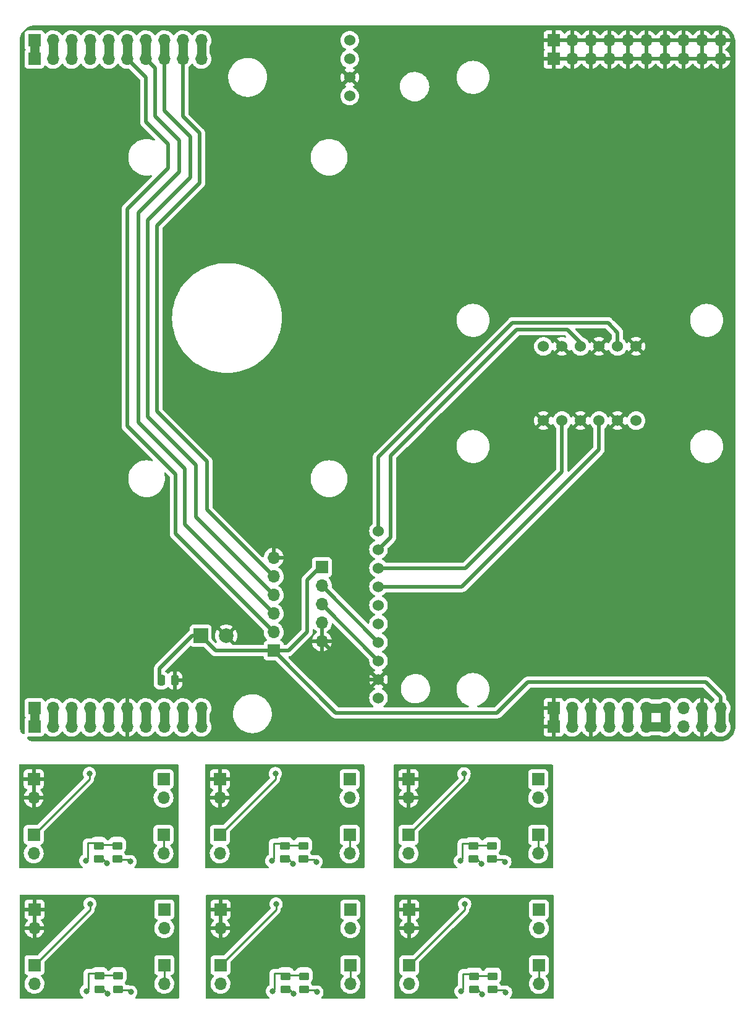
<source format=gbr>
%TF.GenerationSoftware,KiCad,Pcbnew,6.0.7-f9a2dced07~116~ubuntu20.04.1*%
%TF.CreationDate,2022-10-31T15:29:47+01:00*%
%TF.ProjectId,av_citynode_hw,61765f63-6974-4796-9e6f-64655f68772e,rev?*%
%TF.SameCoordinates,Original*%
%TF.FileFunction,Copper,L2,Bot*%
%TF.FilePolarity,Positive*%
%FSLAX46Y46*%
G04 Gerber Fmt 4.6, Leading zero omitted, Abs format (unit mm)*
G04 Created by KiCad (PCBNEW 6.0.7-f9a2dced07~116~ubuntu20.04.1) date 2022-10-31 15:29:47*
%MOMM*%
%LPD*%
G01*
G04 APERTURE LIST*
G04 Aperture macros list*
%AMRoundRect*
0 Rectangle with rounded corners*
0 $1 Rounding radius*
0 $2 $3 $4 $5 $6 $7 $8 $9 X,Y pos of 4 corners*
0 Add a 4 corners polygon primitive as box body*
4,1,4,$2,$3,$4,$5,$6,$7,$8,$9,$2,$3,0*
0 Add four circle primitives for the rounded corners*
1,1,$1+$1,$2,$3*
1,1,$1+$1,$4,$5*
1,1,$1+$1,$6,$7*
1,1,$1+$1,$8,$9*
0 Add four rect primitives between the rounded corners*
20,1,$1+$1,$2,$3,$4,$5,0*
20,1,$1+$1,$4,$5,$6,$7,0*
20,1,$1+$1,$6,$7,$8,$9,0*
20,1,$1+$1,$8,$9,$2,$3,0*%
G04 Aperture macros list end*
%TA.AperFunction,ComponentPad*%
%ADD10O,1.700000X1.700000*%
%TD*%
%TA.AperFunction,ComponentPad*%
%ADD11R,1.700000X1.700000*%
%TD*%
%TA.AperFunction,SMDPad,CuDef*%
%ADD12RoundRect,0.250000X-0.450000X0.262500X-0.450000X-0.262500X0.450000X-0.262500X0.450000X0.262500X0*%
%TD*%
%TA.AperFunction,ComponentPad*%
%ADD13C,2.000000*%
%TD*%
%TA.AperFunction,ComponentPad*%
%ADD14R,2.000000X2.000000*%
%TD*%
%TA.AperFunction,ComponentPad*%
%ADD15C,1.524000*%
%TD*%
%TA.AperFunction,SMDPad,CuDef*%
%ADD16RoundRect,0.250000X-0.250000X-0.475000X0.250000X-0.475000X0.250000X0.475000X-0.250000X0.475000X0*%
%TD*%
%TA.AperFunction,ViaPad*%
%ADD17C,0.800000*%
%TD*%
%TA.AperFunction,Conductor*%
%ADD18C,1.270000*%
%TD*%
%TA.AperFunction,Conductor*%
%ADD19C,0.250000*%
%TD*%
%TA.AperFunction,Conductor*%
%ADD20C,0.508000*%
%TD*%
G04 APERTURE END LIST*
D10*
%TO.P,J3,10,Pin_10*%
%TO.N,GND3*%
X299224000Y234376000D03*
%TO.P,J3,9,Pin_9*%
X296684000Y234376000D03*
%TO.P,J3,8,Pin_8*%
X294144000Y234376000D03*
%TO.P,J3,7,Pin_7*%
X291604000Y234376000D03*
%TO.P,J3,6,Pin_6*%
X289064000Y234376000D03*
%TO.P,J3,5,Pin_5*%
X286524000Y234376000D03*
%TO.P,J3,4,Pin_4*%
X283984000Y234376000D03*
%TO.P,J3,3,Pin_3*%
X281444000Y234376000D03*
%TO.P,J3,2,Pin_2*%
X278904000Y234376000D03*
D11*
%TO.P,J3,1,Pin_1*%
X276364000Y234376000D03*
%TD*%
D10*
%TO.P,J22,10,Pin_10*%
%TO.N,ADC_OPC-N3*%
X228104000Y236916000D03*
%TO.P,J22,9,Pin_9*%
%TO.N,SPI_CS*%
X225564000Y236916000D03*
%TO.P,J22,8,Pin_8*%
%TO.N,SPI_MOSI*%
X223024000Y236916000D03*
%TO.P,J22,7,Pin_7*%
%TO.N,SPI_MISO*%
X220484000Y236916000D03*
%TO.P,J22,6,Pin_6*%
%TO.N,SPI_CSK*%
X217944000Y236916000D03*
%TO.P,J22,5,Pin_5*%
%TO.N,ADC_BATT*%
X215404000Y236916000D03*
%TO.P,J22,4,Pin_4*%
%TO.N,ADC_AFE*%
X212864000Y236916000D03*
%TO.P,J22,3,Pin_3*%
%TO.N,RESET*%
X210324000Y236916000D03*
%TO.P,J22,2,Pin_2*%
%TO.N,UART_TX*%
X207784000Y236916000D03*
D11*
%TO.P,J22,1,Pin_1*%
%TO.N,UART_RX*%
X205244000Y236916000D03*
%TD*%
D10*
%TO.P,J24,10,Pin_10*%
%TO.N,IO26*%
X228104000Y142936000D03*
%TO.P,J24,9,Pin_9*%
%TO.N,lora1*%
X225564000Y142936000D03*
%TO.P,J24,8,Pin_8*%
%TO.N,lora2*%
X223024000Y142936000D03*
%TO.P,J24,7,Pin_7*%
%TO.N,IO19*%
X220484000Y142936000D03*
%TO.P,J24,6,Pin_6*%
%TO.N,GND3*%
X217944000Y142936000D03*
%TO.P,J24,5,Pin_5*%
%TO.N,5V_en*%
X215404000Y142936000D03*
%TO.P,J24,4,Pin_4*%
%TO.N,I2C_SCL*%
X212864000Y142936000D03*
%TO.P,J24,3,Pin_3*%
%TO.N,UART_RXD*%
X210324000Y142936000D03*
%TO.P,J24,2,Pin_2*%
%TO.N,UART_TXD*%
X207784000Y142936000D03*
D11*
%TO.P,J24,1,Pin_1*%
%TO.N,I2C_SDA*%
X205244000Y142936000D03*
%TD*%
D10*
%TO.P,J21,10,Pin_10*%
%TO.N,GND3*%
X299224000Y236916000D03*
%TO.P,J21,9,Pin_9*%
X296684000Y236916000D03*
%TO.P,J21,8,Pin_8*%
X294144000Y236916000D03*
%TO.P,J21,7,Pin_7*%
X291604000Y236916000D03*
%TO.P,J21,6,Pin_6*%
X289064000Y236916000D03*
%TO.P,J21,5,Pin_5*%
X286524000Y236916000D03*
%TO.P,J21,4,Pin_4*%
X283984000Y236916000D03*
%TO.P,J21,3,Pin_3*%
X281444000Y236916000D03*
%TO.P,J21,2,Pin_2*%
X278904000Y236916000D03*
D11*
%TO.P,J21,1,Pin_1*%
X276364000Y236916000D03*
%TD*%
D10*
%TO.P,J23,10,Pin_10*%
%TO.N,OPC-N3-5V*%
X299224000Y142936000D03*
%TO.P,J23,9,Pin_9*%
%TO.N,GND3*%
X296684000Y142936000D03*
%TO.P,J23,8,Pin_8*%
%TO.N,unconnected-(J23-Pad8)*%
X294144000Y142936000D03*
%TO.P,J23,7,Pin_7*%
%TO.N,Battery_+*%
X291604000Y142936000D03*
%TO.P,J23,6,Pin_6*%
X289064000Y142936000D03*
%TO.P,J23,5,Pin_5*%
%TO.N,AFE-3.5V*%
X286524000Y142936000D03*
%TO.P,J23,4,Pin_4*%
%TO.N,+5V*%
X283984000Y142936000D03*
%TO.P,J23,3,Pin_3*%
%TO.N,GND3*%
X281444000Y142936000D03*
%TO.P,J23,2,Pin_2*%
%TO.N,+3V3*%
X278904000Y142936000D03*
D11*
%TO.P,J23,1,Pin_1*%
%TO.N,GND3*%
X276364000Y142936000D03*
%TD*%
%TO.P,J3,1,Pin_1*%
%TO.N,Net-(J3-Pad1)*%
X248404500Y135737500D03*
D10*
%TO.P,J3,2,Pin_2*%
X248404500Y133197500D03*
%TD*%
%TO.P,J14,10,Pin_10*%
%TO.N,OPC-N3-5V*%
X299224000Y145501000D03*
%TO.P,J14,9,Pin_9*%
%TO.N,GND3*%
X296684000Y145501000D03*
%TO.P,J14,8,Pin_8*%
%TO.N,unconnected-(J14-Pad8)*%
X294144000Y145501000D03*
%TO.P,J14,7,Pin_7*%
%TO.N,Battery_+*%
X291604000Y145501000D03*
%TO.P,J14,6,Pin_6*%
X289064000Y145501000D03*
%TO.P,J14,5,Pin_5*%
%TO.N,AFE-3.5V*%
X286524000Y145501000D03*
%TO.P,J14,4,Pin_4*%
%TO.N,+5V*%
X283984000Y145501000D03*
%TO.P,J14,3,Pin_3*%
%TO.N,GND3*%
X281444000Y145501000D03*
%TO.P,J14,2,Pin_2*%
%TO.N,+3V3*%
X278904000Y145501000D03*
D11*
%TO.P,J14,1,Pin_1*%
%TO.N,GND3*%
X276364000Y145501000D03*
%TD*%
D10*
%TO.P,J5,10,Pin_10*%
%TO.N,ADC_OPC-N3*%
X228104000Y234376000D03*
%TO.P,J5,9,Pin_9*%
%TO.N,SPI_CS*%
X225564000Y234376000D03*
%TO.P,J5,8,Pin_8*%
%TO.N,SPI_MOSI*%
X223024000Y234376000D03*
%TO.P,J5,7,Pin_7*%
%TO.N,SPI_MISO*%
X220484000Y234376000D03*
%TO.P,J5,6,Pin_6*%
%TO.N,SPI_CSK*%
X217944000Y234376000D03*
%TO.P,J5,5,Pin_5*%
%TO.N,ADC_BATT*%
X215404000Y234376000D03*
%TO.P,J5,4,Pin_4*%
%TO.N,ADC_AFE*%
X212864000Y234376000D03*
%TO.P,J5,3,Pin_3*%
%TO.N,RESET*%
X210324000Y234376000D03*
%TO.P,J5,2,Pin_2*%
%TO.N,UART_TX*%
X207784000Y234376000D03*
D11*
%TO.P,J5,1,Pin_1*%
%TO.N,UART_RX*%
X205244000Y234376000D03*
%TD*%
D10*
%TO.P,J15,10,Pin_10*%
%TO.N,IO26*%
X228104000Y145476000D03*
%TO.P,J15,9,Pin_9*%
%TO.N,lora1*%
X225564000Y145476000D03*
%TO.P,J15,8,Pin_8*%
%TO.N,lora2*%
X223024000Y145476000D03*
%TO.P,J15,7,Pin_7*%
%TO.N,IO19*%
X220484000Y145476000D03*
%TO.P,J15,6,Pin_6*%
%TO.N,GND3*%
X217944000Y145476000D03*
%TO.P,J15,5,Pin_5*%
%TO.N,5V_en*%
X215404000Y145476000D03*
%TO.P,J15,4,Pin_4*%
%TO.N,I2C_SCL*%
X212864000Y145476000D03*
%TO.P,J15,3,Pin_3*%
%TO.N,UART_RXD*%
X210324000Y145476000D03*
%TO.P,J15,2,Pin_2*%
%TO.N,UART_TXD*%
X207784000Y145476000D03*
D11*
%TO.P,J15,1,Pin_1*%
%TO.N,I2C_SDA*%
X205244000Y145476000D03*
%TD*%
D12*
%TO.P,R1,1*%
%TO.N,Net-(J1-Pad1)*%
X242054500Y126633000D03*
%TO.P,R1,2*%
%TO.N,Net-(J3-Pad1)*%
X242054500Y124808000D03*
%TD*%
D13*
%TO.P,C15,2*%
%TO.N,GND3*%
X231510323Y155382000D03*
D14*
%TO.P,C15,1*%
%TO.N,OPC-N3-5V*%
X228010323Y155382000D03*
%TD*%
D12*
%TO.P,R2,1*%
%TO.N,Net-(J1-Pad1)*%
X239608500Y108784000D03*
%TO.P,R2,2*%
%TO.N,Net-(J4-Pad1)*%
X239608500Y106959000D03*
%TD*%
D11*
%TO.P,J3,1,Pin_1*%
%TO.N,Net-(J3-Pad1)*%
X274344500Y117877500D03*
D10*
%TO.P,J3,2,Pin_2*%
X274344500Y115337500D03*
%TD*%
%TO.P,J13,5,Pin_5*%
%TO.N,GND3*%
X244614000Y154615000D03*
%TO.P,J13,4,Pin_4*%
X244614000Y157155000D03*
%TO.P,J13,3,Pin_3*%
%TO.N,I2C_SCL*%
X244614000Y159695000D03*
%TO.P,J13,2,Pin_2*%
%TO.N,I2C_SDA*%
X244614000Y162235000D03*
D11*
%TO.P,J13,1,Pin_1*%
%TO.N,OPC-N3-5V*%
X244614000Y164775000D03*
%TD*%
D12*
%TO.P,R1,1*%
%TO.N,Net-(J1-Pad1)*%
X267900500Y126622000D03*
%TO.P,R1,2*%
%TO.N,Net-(J3-Pad1)*%
X267900500Y124797000D03*
%TD*%
%TO.P,R1,1*%
%TO.N,Net-(J1-Pad1)*%
X267994500Y108773000D03*
%TO.P,R1,2*%
%TO.N,Net-(J3-Pad1)*%
X267994500Y106948000D03*
%TD*%
D11*
%TO.P,J1,1,Pin_1*%
%TO.N,Net-(J1-Pad1)*%
X205138000Y128131000D03*
D10*
%TO.P,J1,2,Pin_2*%
X205138000Y125591000D03*
%TD*%
D11*
%TO.P,J4,1,Pin_1*%
%TO.N,Net-(J4-Pad1)*%
X222918000Y128131000D03*
D10*
%TO.P,J4,2,Pin_2*%
X222918000Y125591000D03*
%TD*%
D11*
%TO.P,J4,1,Pin_1*%
%TO.N,Net-(J4-Pad1)*%
X223012000Y110282000D03*
D10*
%TO.P,J4,2,Pin_2*%
X223012000Y107742000D03*
%TD*%
D12*
%TO.P,R1,1*%
%TO.N,Net-(J1-Pad1)*%
X216662000Y108797500D03*
%TO.P,R1,2*%
%TO.N,Net-(J3-Pad1)*%
X216662000Y106972500D03*
%TD*%
D11*
%TO.P,J1,1,Pin_1*%
%TO.N,Net-(J1-Pad1)*%
X205232000Y110282000D03*
D10*
%TO.P,J1,2,Pin_2*%
X205232000Y107742000D03*
%TD*%
D15*
%TO.P,AFE1,6,+VIN*%
%TO.N,AFE-3.5V*%
X274967000Y195006000D03*
%TO.P,AFE1,5,-VIN*%
%TO.N,GND3*%
X277507000Y195006000D03*
%TO.P,AFE1,4,+OP1*%
%TO.N,Net-(AFE1-Pad4)*%
X280047000Y195006000D03*
%TO.P,AFE1,3,-OP1*%
%TO.N,GND3*%
X282587000Y195006000D03*
%TO.P,AFE1,2,+OP2*%
%TO.N,Net-(AFE1-Pad2)*%
X285127000Y195006000D03*
%TO.P,AFE1,1,-OP2*%
%TO.N,GND3*%
X287667000Y195006000D03*
%TD*%
D11*
%TO.P,J4,1,Pin_1*%
%TO.N,Net-(J4-Pad1)*%
X274344500Y110257500D03*
D10*
%TO.P,J4,2,Pin_2*%
X274344500Y107717500D03*
%TD*%
D11*
%TO.P,J3,1,Pin_1*%
%TO.N,Net-(J3-Pad1)*%
X248498500Y117888500D03*
D10*
%TO.P,J3,2,Pin_2*%
X248498500Y115348500D03*
%TD*%
D12*
%TO.P,R2,1*%
%TO.N,Net-(J1-Pad1)*%
X265360500Y126622000D03*
%TO.P,R2,2*%
%TO.N,Net-(J4-Pad1)*%
X265360500Y124797000D03*
%TD*%
D11*
%TO.P,J4,1,Pin_1*%
%TO.N,Net-(J4-Pad1)*%
X274250500Y128106500D03*
D10*
%TO.P,J4,2,Pin_2*%
X274250500Y125566500D03*
%TD*%
D11*
%TO.P,J1,1,Pin_1*%
%TO.N,Net-(J1-Pad1)*%
X230718500Y110268500D03*
D10*
%TO.P,J1,2,Pin_2*%
X230718500Y107728500D03*
%TD*%
D12*
%TO.P,R2,1*%
%TO.N,Net-(J1-Pad1)*%
X239514500Y126633000D03*
%TO.P,R2,2*%
%TO.N,Net-(J4-Pad1)*%
X239514500Y124808000D03*
%TD*%
D11*
%TO.P,J1,1,Pin_1*%
%TO.N,Net-(J1-Pad1)*%
X256470500Y128106500D03*
D10*
%TO.P,J1,2,Pin_2*%
X256470500Y125566500D03*
%TD*%
D11*
%TO.P,J1,1,Pin_1*%
%TO.N,Net-(J1-Pad1)*%
X256564500Y110257500D03*
D10*
%TO.P,J1,2,Pin_2*%
X256564500Y107717500D03*
%TD*%
D11*
%TO.P,J2,1,Pin_1*%
%TO.N,GND*%
X230624500Y135737500D03*
D10*
%TO.P,J2,2,Pin_2*%
X230624500Y133197500D03*
%TD*%
D15*
%TO.P,AFE2,6,+VIN*%
%TO.N,AFE-3.5V*%
X287667000Y184846000D03*
%TO.P,AFE2,5,-VIN*%
%TO.N,GND3*%
X285127000Y184846000D03*
%TO.P,AFE2,4,+OP1*%
%TO.N,Net-(AFE2-Pad4)*%
X282587000Y184846000D03*
%TO.P,AFE2,3,-OP1*%
%TO.N,GND3*%
X280047000Y184846000D03*
%TO.P,AFE2,2,+OP2*%
%TO.N,Net-(AFE2-Pad2)*%
X277507000Y184846000D03*
%TO.P,AFE2,1,-OP2*%
%TO.N,GND3*%
X274967000Y184846000D03*
%TD*%
D16*
%TO.P,C14,2*%
%TO.N,GND3*%
X224482000Y149286000D03*
%TO.P,C14,1*%
%TO.N,OPC-N3-5V*%
X222582000Y149286000D03*
%TD*%
D15*
%TO.P,U11,10,A3*%
%TO.N,Net-(AFE1-Pad2)*%
X252369000Y169733000D03*
%TO.P,U11,9,A2*%
%TO.N,Net-(AFE1-Pad4)*%
X252369000Y167193000D03*
%TO.P,U11,8,A1*%
%TO.N,Net-(AFE2-Pad2)*%
X252369000Y164653000D03*
%TO.P,U11,7,A0*%
%TO.N,Net-(AFE2-Pad4)*%
X252369000Y162113000D03*
%TO.P,U11,6,ALERT*%
%TO.N,unconnected-(U11-Pad6)*%
X252369000Y159573000D03*
%TO.P,U11,5,ADDR*%
%TO.N,unconnected-(U11-Pad5)*%
X252369000Y157033000D03*
%TO.P,U11,4,SDA*%
%TO.N,I2C_SDA*%
X252369000Y154493000D03*
%TO.P,U11,3,SCL*%
%TO.N,I2C_SCL*%
X252369000Y151953000D03*
%TO.P,U11,2,GND*%
%TO.N,GND3*%
X252369000Y149413000D03*
%TO.P,U11,1,VCC*%
%TO.N,+3V3*%
X252369000Y146873000D03*
%TD*%
D11*
%TO.P,J3,1,Pin_1*%
%TO.N,Net-(J3-Pad1)*%
X222918000Y135751000D03*
D10*
%TO.P,J3,2,Pin_2*%
X222918000Y133211000D03*
%TD*%
D11*
%TO.P,J3,1,Pin_1*%
%TO.N,Net-(J3-Pad1)*%
X274250500Y135726500D03*
D10*
%TO.P,J3,2,Pin_2*%
X274250500Y133186500D03*
%TD*%
D11*
%TO.P,J2,1,Pin_1*%
%TO.N,GND*%
X205138000Y135751000D03*
D10*
%TO.P,J2,2,Pin_2*%
X205138000Y133211000D03*
%TD*%
D11*
%TO.P,J2,1,Pin_1*%
%TO.N,GND*%
X256470500Y135726500D03*
D10*
%TO.P,J2,2,Pin_2*%
X256470500Y133186500D03*
%TD*%
D11*
%TO.P,J3,1,Pin_1*%
%TO.N,Net-(J3-Pad1)*%
X223012000Y117902000D03*
D10*
%TO.P,J3,2,Pin_2*%
X223012000Y115362000D03*
%TD*%
D12*
%TO.P,R1,1*%
%TO.N,Net-(J1-Pad1)*%
X216568000Y126646500D03*
%TO.P,R1,2*%
%TO.N,Net-(J3-Pad1)*%
X216568000Y124821500D03*
%TD*%
D15*
%TO.P,U10,4,SDA*%
%TO.N,I2C_SDA*%
X248424000Y236916000D03*
%TO.P,U10,3,SCL*%
%TO.N,I2C_SCL*%
X248424000Y234376000D03*
%TO.P,U10,2,GND*%
%TO.N,GND3*%
X248424000Y231836000D03*
%TO.P,U10,1,VCC*%
%TO.N,+3V3*%
X248424000Y229296000D03*
%TD*%
D11*
%TO.P,J2,1,Pin_1*%
%TO.N,GND*%
X205232000Y117902000D03*
D10*
%TO.P,J2,2,Pin_2*%
X205232000Y115362000D03*
%TD*%
D11*
%TO.P,J2,1,Pin_1*%
%TO.N,GND*%
X230718500Y117888500D03*
D10*
%TO.P,J2,2,Pin_2*%
X230718500Y115348500D03*
%TD*%
D12*
%TO.P,R2,1*%
%TO.N,Net-(J1-Pad1)*%
X265454500Y108773000D03*
%TO.P,R2,2*%
%TO.N,Net-(J4-Pad1)*%
X265454500Y106948000D03*
%TD*%
%TO.P,R1,1*%
%TO.N,Net-(J1-Pad1)*%
X242148500Y108784000D03*
%TO.P,R1,2*%
%TO.N,Net-(J3-Pad1)*%
X242148500Y106959000D03*
%TD*%
D11*
%TO.P,J2,1,Pin_1*%
%TO.N,GND*%
X256564500Y117877500D03*
D10*
%TO.P,J2,2,Pin_2*%
X256564500Y115337500D03*
%TD*%
D11*
%TO.P,J4,1,Pin_1*%
%TO.N,Net-(J4-Pad1)*%
X248498500Y110268500D03*
D10*
%TO.P,J4,2,Pin_2*%
X248498500Y107728500D03*
%TD*%
D12*
%TO.P,R2,1*%
%TO.N,Net-(J1-Pad1)*%
X214028000Y126646500D03*
%TO.P,R2,2*%
%TO.N,Net-(J4-Pad1)*%
X214028000Y124821500D03*
%TD*%
D11*
%TO.P,J4,1,Pin_1*%
%TO.N,Net-(J4-Pad1)*%
X248404500Y128117500D03*
D10*
%TO.P,J4,2,Pin_2*%
X248404500Y125577500D03*
%TD*%
%TO.P,J20,6,Pin_6*%
%TO.N,GND3*%
X238010000Y166050000D03*
%TO.P,J20,5,Pin_5*%
%TO.N,SPI_CS*%
X238010000Y163510000D03*
%TO.P,J20,4,Pin_4*%
%TO.N,SPI_MOSI*%
X238010000Y160970000D03*
%TO.P,J20,3,Pin_3*%
%TO.N,SPI_MISO*%
X238010000Y158430000D03*
%TO.P,J20,2,Pin_2*%
%TO.N,SPI_CSK*%
X238010000Y155890000D03*
D11*
%TO.P,J20,1,Pin_1*%
%TO.N,OPC-N3-5V*%
X238010000Y153350000D03*
%TD*%
%TO.P,J1,1,Pin_1*%
%TO.N,Net-(J1-Pad1)*%
X230624500Y128117500D03*
D10*
%TO.P,J1,2,Pin_2*%
X230624500Y125577500D03*
%TD*%
D12*
%TO.P,R2,1*%
%TO.N,Net-(J1-Pad1)*%
X214122000Y108797500D03*
%TO.P,R2,2*%
%TO.N,Net-(J4-Pad1)*%
X214122000Y106972500D03*
%TD*%
D17*
%TO.N,Net-(J4-Pad1)*%
X215171000Y124194000D03*
X240751500Y106331500D03*
X266597500Y106320500D03*
X215265000Y106345000D03*
X266503500Y124169500D03*
X240657500Y124180500D03*
%TO.N,Net-(J1-Pad1)*%
X212852000Y118664000D03*
X238338500Y118650500D03*
X212344000Y106726000D03*
X263676500Y106701500D03*
X212250000Y124575000D03*
X263582500Y124550500D03*
X237736500Y124561500D03*
X238244500Y136499500D03*
X237830500Y106712500D03*
X212758000Y136513000D03*
X264090500Y136488500D03*
X264184500Y118639500D03*
%TO.N,GND*%
X212504000Y129147000D03*
X238084500Y114205500D03*
X266884500Y129249500D03*
X215679000Y132068000D03*
X266978500Y111400500D03*
X263930500Y111273500D03*
X241132500Y111411500D03*
X241259500Y114205500D03*
X263836500Y132043500D03*
X212598000Y114219000D03*
X267105500Y114194500D03*
X237990500Y129133500D03*
X215773000Y114219000D03*
X267011500Y132043500D03*
X238084500Y111284500D03*
X237990500Y132054500D03*
X212504000Y132068000D03*
X212598000Y111298000D03*
X241038500Y129260500D03*
X215646000Y111425000D03*
X263836500Y129122500D03*
X263930500Y114194500D03*
X215552000Y129274000D03*
X241165500Y132054500D03*
%TO.N,Net-(J3-Pad1)*%
X243926500Y106585500D03*
X269772500Y106574500D03*
X269678500Y124423500D03*
X218346000Y124448000D03*
X218440000Y106599000D03*
X243832500Y124434500D03*
%TD*%
D18*
%TO.N,+3V3*%
X278904000Y145501000D02*
X278904000Y142936000D01*
%TO.N,Battery_+*%
X291604000Y145501000D02*
X291604000Y142936000D01*
X289064000Y142936000D02*
X291604000Y142936000D01*
X289064000Y145501000D02*
X289064000Y142936000D01*
X289064000Y145501000D02*
X291604000Y145501000D01*
D19*
%TO.N,Net-(J1-Pad1)*%
X212852000Y117902000D02*
X212852000Y118664000D01*
X263582500Y124550500D02*
X263836500Y124804500D01*
X238244500Y135737500D02*
X238244500Y136499500D01*
X264184500Y117877500D02*
X264184500Y118639500D01*
X263836500Y124804500D02*
X263836500Y126963500D01*
X212504000Y126988000D02*
X213774000Y126988000D01*
X265360500Y126709500D02*
X267900500Y126709500D01*
X238084500Y106966500D02*
X238084500Y109125500D01*
D20*
%TO.N,OPC-N3-5V*%
X299224000Y147000000D02*
X297192000Y149032000D01*
X272808000Y149032000D02*
X268617000Y144841000D01*
X222389000Y150937000D02*
X222389000Y149479000D01*
X246519000Y144841000D02*
X238010000Y153350000D01*
X297192000Y149032000D02*
X272808000Y149032000D01*
X226834000Y155382000D02*
X222389000Y150937000D01*
X228010323Y155382000D02*
X226834000Y155382000D01*
X242582000Y155890000D02*
X240042000Y153350000D01*
X244355000Y164775000D02*
X242582000Y163002000D01*
X242582000Y163002000D02*
X242582000Y155890000D01*
X228010323Y155382000D02*
X230042323Y153350000D01*
D18*
X299224000Y145501000D02*
X299224000Y142936000D01*
D20*
X268617000Y144841000D02*
X246519000Y144841000D01*
X299224000Y145501000D02*
X299224000Y147000000D01*
X244614000Y164775000D02*
X244355000Y164775000D01*
X230042323Y153350000D02*
X238010000Y153350000D01*
X222389000Y149479000D02*
X222582000Y149286000D01*
X240042000Y153350000D02*
X238010000Y153350000D01*
D18*
%TO.N,UART_RX*%
X205244000Y236916000D02*
X205244000Y234376000D01*
%TO.N,UART_TX*%
X207784000Y236916000D02*
X207784000Y234376000D01*
%TO.N,RESET*%
X210324000Y236916000D02*
X210324000Y234376000D01*
%TO.N,ADC_BATT*%
X215404000Y236916000D02*
X215404000Y234376000D01*
D20*
%TO.N,SPI_CSK*%
X217944000Y234376000D02*
X220484000Y231836000D01*
X217944000Y184084000D02*
X224548000Y177480000D01*
X224548000Y169352000D02*
X238010000Y155890000D01*
D18*
X217944000Y236916000D02*
X217944000Y234376000D01*
D20*
X224548000Y177480000D02*
X224548000Y169352000D01*
X223532000Y219390000D02*
X217944000Y213802000D01*
X217944000Y213802000D02*
X217944000Y184084000D01*
X220484000Y231836000D02*
X220484000Y225740000D01*
X223532000Y222692000D02*
X223532000Y219390000D01*
X220484000Y225740000D02*
X223532000Y222692000D01*
%TO.N,SPI_MISO*%
X221754000Y233106000D02*
X221754000Y226502000D01*
X225818000Y178242000D02*
X225818000Y170622000D01*
X220484000Y234376000D02*
X221754000Y233106000D01*
X225056000Y223200000D02*
X225056000Y218882000D01*
D18*
X220484000Y236916000D02*
X220484000Y234376000D01*
D20*
X225056000Y218882000D02*
X219468000Y213294000D01*
X221754000Y226502000D02*
X225056000Y223200000D01*
X225818000Y170622000D02*
X238010000Y158430000D01*
X219468000Y213294000D02*
X219468000Y184592000D01*
X219468000Y184592000D02*
X225818000Y178242000D01*
D18*
%TO.N,SPI_MOSI*%
X223024000Y236916000D02*
X223024000Y234376000D01*
D20*
X223024000Y234376000D02*
X223024000Y227264000D01*
X227342000Y178750000D02*
X227342000Y171638000D01*
X226580000Y218120000D02*
X220738000Y212278000D01*
X223024000Y227264000D02*
X226580000Y223708000D01*
X220738000Y185354000D02*
X227342000Y178750000D01*
X227342000Y171638000D02*
X238010000Y160970000D01*
X220738000Y212278000D02*
X220738000Y185354000D01*
X226580000Y223708000D02*
X226580000Y218120000D01*
%TO.N,SPI_CS*%
X222008000Y186116000D02*
X228866000Y179258000D01*
X225564000Y226502000D02*
X227850000Y224216000D01*
X228866000Y179258000D02*
X228866000Y172654000D01*
X228866000Y172654000D02*
X238010000Y163510000D01*
X227850000Y224216000D02*
X227850000Y217358000D01*
X227850000Y217358000D02*
X222008000Y211516000D01*
X225564000Y234376000D02*
X225564000Y226502000D01*
D18*
X225564000Y236916000D02*
X225564000Y234376000D01*
D20*
X222008000Y211516000D02*
X222008000Y186116000D01*
%TO.N,I2C_SDA*%
X244614000Y162235000D02*
X244627000Y162235000D01*
D18*
X205244000Y145476000D02*
X205244000Y142936000D01*
D20*
X244627000Y162235000D02*
X252369000Y154493000D01*
D18*
%TO.N,UART_TXD*%
X207784000Y145476000D02*
X207784000Y142936000D01*
%TO.N,UART_RXD*%
X210324000Y145476000D02*
X210324000Y142936000D01*
D20*
%TO.N,I2C_SCL*%
X244627000Y159695000D02*
X252369000Y151953000D01*
D18*
X212864000Y145476000D02*
X212864000Y142936000D01*
D20*
X244614000Y159695000D02*
X244627000Y159695000D01*
D18*
%TO.N,5V_en*%
X215404000Y145476000D02*
X215404000Y142936000D01*
%TO.N,IO19*%
X220484000Y145476000D02*
X220484000Y142936000D01*
%TO.N,lora2*%
X223024000Y145476000D02*
X223024000Y142936000D01*
%TO.N,lora1*%
X225564000Y145476000D02*
X225564000Y142936000D01*
%TO.N,IO26*%
X228104000Y145476000D02*
X228104000Y142936000D01*
%TO.N,+5V*%
X283984000Y145501000D02*
X283984000Y142936000D01*
%TO.N,AFE-3.5V*%
X286524000Y145501000D02*
X286524000Y142936000D01*
%TO.N,GND3*%
X281444000Y145501000D02*
X281444000Y142936000D01*
X276364000Y145501000D02*
X276364000Y142936000D01*
D20*
X249816000Y149413000D02*
X252369000Y149413000D01*
D18*
X296684000Y145501000D02*
X296684000Y142936000D01*
X217944000Y145476000D02*
X217944000Y142936000D01*
D20*
X244614000Y154615000D02*
X249816000Y149413000D01*
%TO.N,Net-(AFE1-Pad2)*%
X283793500Y198244500D02*
X285127000Y196911000D01*
X270712500Y198244500D02*
X283793500Y198244500D01*
X252369000Y179901000D02*
X270712500Y198244500D01*
X252369000Y169733000D02*
X252369000Y179901000D01*
X285127000Y196911000D02*
X285127000Y195006000D01*
%TO.N,Net-(AFE1-Pad4)*%
X271284000Y197292000D02*
X254012000Y180020000D01*
X254012000Y180020000D02*
X254012000Y168836000D01*
X254012000Y168836000D02*
X252369000Y167193000D01*
X278269000Y197292000D02*
X271284000Y197292000D01*
X280047000Y195514000D02*
X278269000Y197292000D01*
X280047000Y195006000D02*
X280047000Y195514000D01*
%TO.N,Net-(AFE2-Pad2)*%
X264299000Y164653000D02*
X277507000Y177861000D01*
X277507000Y177861000D02*
X277507000Y184846000D01*
X252369000Y164653000D02*
X264299000Y164653000D01*
%TO.N,Net-(AFE2-Pad4)*%
X252369000Y162113000D02*
X263791000Y162113000D01*
X282587000Y180909000D02*
X282587000Y184846000D01*
X263791000Y162113000D02*
X282587000Y180909000D01*
D18*
%TO.N,ADC_AFE*%
X212864000Y236916000D02*
X212864000Y234376000D01*
%TO.N,ADC_OPC-N3*%
X228104000Y236916000D02*
X228104000Y234376000D01*
D19*
%TO.N,Net-(J4-Pad1)*%
X266057500Y106860500D02*
X266597500Y106320500D01*
X248498500Y110268500D02*
X248498500Y107728500D01*
X265454500Y106860500D02*
X266057500Y106860500D01*
X248404500Y128117500D02*
X248404500Y125577500D01*
X239608500Y106871500D02*
X240211500Y106871500D01*
X274250500Y128106500D02*
X274250500Y125566500D01*
X223012000Y110282000D02*
X223012000Y107742000D01*
X214028000Y124734000D02*
X214631000Y124734000D01*
X214631000Y124734000D02*
X215171000Y124194000D01*
X239514500Y124720500D02*
X240117500Y124720500D01*
X265360500Y124709500D02*
X265963500Y124709500D01*
X222918000Y128131000D02*
X222918000Y125591000D01*
X240211500Y106871500D02*
X240751500Y106331500D01*
X214122000Y106885000D02*
X214725000Y106885000D01*
X214725000Y106885000D02*
X215265000Y106345000D01*
X240117500Y124720500D02*
X240657500Y124180500D01*
X274344500Y110257500D02*
X274344500Y107717500D01*
X265963500Y124709500D02*
X266503500Y124169500D01*
%TO.N,Net-(J1-Pad1)*%
X263836500Y126963500D02*
X265106500Y126963500D01*
X212344000Y106726000D02*
X212598000Y106980000D01*
X212250000Y124575000D02*
X212504000Y124829000D01*
X238338500Y117888500D02*
X238338500Y118650500D01*
X256470500Y128106500D02*
X264090500Y135726500D01*
X265454500Y108860500D02*
X267994500Y108860500D01*
X230624500Y128117500D02*
X238244500Y135737500D01*
X237830500Y106712500D02*
X238084500Y106966500D01*
X237990500Y124815500D02*
X237990500Y126974500D01*
X214122000Y108885000D02*
X216662000Y108885000D01*
X239514500Y126720500D02*
X242054500Y126720500D01*
X264090500Y135726500D02*
X264090500Y136488500D01*
X213868000Y109139000D02*
X214122000Y108885000D01*
X263930500Y106955500D02*
X263930500Y109114500D01*
X265200500Y109114500D02*
X265454500Y108860500D01*
X256564500Y110257500D02*
X264184500Y117877500D01*
X239608500Y108871500D02*
X242148500Y108871500D01*
X237736500Y124561500D02*
X237990500Y124815500D01*
X205232000Y110282000D02*
X212852000Y117902000D01*
X213774000Y126988000D02*
X214028000Y126734000D01*
X239260500Y126974500D02*
X239514500Y126720500D01*
X212598000Y106980000D02*
X212598000Y109139000D01*
X214028000Y126734000D02*
X216568000Y126734000D01*
X212758000Y135751000D02*
X212758000Y136513000D01*
X238084500Y109125500D02*
X239354500Y109125500D01*
X265106500Y126963500D02*
X265360500Y126709500D01*
X205138000Y128131000D02*
X212758000Y135751000D01*
X263930500Y109114500D02*
X265200500Y109114500D01*
X212598000Y109139000D02*
X213868000Y109139000D01*
X239354500Y109125500D02*
X239608500Y108871500D01*
X230718500Y110268500D02*
X238338500Y117888500D01*
X263676500Y106701500D02*
X263930500Y106955500D01*
X212504000Y124829000D02*
X212504000Y126988000D01*
X237990500Y126974500D02*
X239260500Y126974500D01*
%TO.N,GND*%
X256470500Y135726500D02*
X256470500Y133186500D01*
X230718500Y117888500D02*
X230718500Y115348500D01*
X230624500Y135737500D02*
X230624500Y133197500D01*
X256564500Y117877500D02*
X256564500Y115337500D01*
X205138000Y135751000D02*
X205138000Y133211000D01*
X205232000Y117902000D02*
X205232000Y115362000D01*
%TO.N,Net-(J3-Pad1)*%
X216662000Y106885000D02*
X218154000Y106885000D01*
X218060000Y124734000D02*
X218346000Y124448000D01*
X242148500Y106871500D02*
X243640500Y106871500D01*
X267994500Y106860500D02*
X269486500Y106860500D01*
X218154000Y106885000D02*
X218440000Y106599000D01*
X267900500Y124709500D02*
X269392500Y124709500D01*
X243640500Y106871500D02*
X243926500Y106585500D01*
X216568000Y124734000D02*
X218060000Y124734000D01*
X269486500Y106860500D02*
X269772500Y106574500D01*
X243546500Y124720500D02*
X243832500Y124434500D01*
X269392500Y124709500D02*
X269678500Y124423500D01*
X242054500Y124720500D02*
X243546500Y124720500D01*
%TD*%
%TA.AperFunction,Conductor*%
%TO.N,GND*%
G36*
X224891621Y137762498D02*
G01*
X224938114Y137708842D01*
X224949500Y137656500D01*
X224949500Y123685500D01*
X224929498Y123617379D01*
X224875842Y123570886D01*
X224823500Y123559500D01*
X219051498Y123559500D01*
X218983377Y123579502D01*
X218936884Y123633158D01*
X218926780Y123703432D01*
X218957862Y123769810D01*
X219080621Y123906148D01*
X219080622Y123906149D01*
X219085040Y123911056D01*
X219180527Y124076444D01*
X219239542Y124258072D01*
X219246087Y124320339D01*
X219258814Y124441435D01*
X219259504Y124448000D01*
X219241735Y124617062D01*
X219240232Y124631365D01*
X219240232Y124631367D01*
X219239542Y124637928D01*
X219180527Y124819556D01*
X219085040Y124984944D01*
X218991178Y125089189D01*
X218961675Y125121955D01*
X218961674Y125121956D01*
X218957253Y125126866D01*
X218802752Y125239118D01*
X218796724Y125241802D01*
X218796722Y125241803D01*
X218634319Y125314109D01*
X218634318Y125314109D01*
X218628288Y125316794D01*
X218534888Y125336647D01*
X218447944Y125355128D01*
X218447939Y125355128D01*
X218441487Y125356500D01*
X218250513Y125356500D01*
X218244053Y125355127D01*
X218242952Y125354893D01*
X218241455Y125354854D01*
X218237488Y125354437D01*
X218237455Y125354749D01*
X218197027Y125353694D01*
X218195922Y125353869D01*
X218194459Y125354101D01*
X218182857Y125356505D01*
X218147711Y125365528D01*
X218147710Y125365528D01*
X218140030Y125367500D01*
X218119776Y125367500D01*
X218100065Y125369051D01*
X218087886Y125370980D01*
X218080057Y125372220D01*
X218072165Y125371474D01*
X218036039Y125368059D01*
X218024181Y125367500D01*
X217804781Y125367500D01*
X217736660Y125387502D01*
X217697637Y125427197D01*
X217635407Y125527760D01*
X217616478Y125558348D01*
X217550406Y125624305D01*
X221555251Y125624305D01*
X221555548Y125619152D01*
X221555548Y125619149D01*
X221566616Y125427197D01*
X221568110Y125401285D01*
X221569247Y125396239D01*
X221569248Y125396233D01*
X221578835Y125353694D01*
X221617222Y125183361D01*
X221701266Y124976384D01*
X221817987Y124785912D01*
X221964250Y124617062D01*
X222136126Y124474368D01*
X222329000Y124361662D01*
X222537692Y124281970D01*
X222542760Y124280939D01*
X222542763Y124280938D01*
X222650017Y124259117D01*
X222756597Y124237433D01*
X222761772Y124237243D01*
X222761774Y124237243D01*
X222974673Y124229436D01*
X222974677Y124229436D01*
X222979837Y124229247D01*
X222984957Y124229903D01*
X222984959Y124229903D01*
X223196288Y124256975D01*
X223196289Y124256975D01*
X223201416Y124257632D01*
X223224758Y124264635D01*
X223410429Y124320339D01*
X223410434Y124320341D01*
X223415384Y124321826D01*
X223615994Y124420104D01*
X223797860Y124549827D01*
X223956096Y124707511D01*
X224015594Y124790311D01*
X224083435Y124884723D01*
X224086453Y124888923D01*
X224117766Y124952279D01*
X224183136Y125084547D01*
X224183137Y125084549D01*
X224185430Y125089189D01*
X224230982Y125239118D01*
X224248865Y125297977D01*
X224248865Y125297979D01*
X224250370Y125302931D01*
X224279529Y125524410D01*
X224279611Y125527760D01*
X224281074Y125587635D01*
X224281074Y125587639D01*
X224281156Y125591000D01*
X224262852Y125813639D01*
X224208431Y126030298D01*
X224119354Y126235160D01*
X223998014Y126422723D01*
X223994532Y126426550D01*
X223850798Y126584512D01*
X223819746Y126648358D01*
X223828141Y126718857D01*
X223873317Y126773625D01*
X223899761Y126787294D01*
X224006297Y126827233D01*
X224014705Y126830385D01*
X224131261Y126917739D01*
X224218615Y127034295D01*
X224269745Y127170684D01*
X224276500Y127232866D01*
X224276500Y129029134D01*
X224269745Y129091316D01*
X224218615Y129227705D01*
X224131261Y129344261D01*
X224014705Y129431615D01*
X223878316Y129482745D01*
X223816134Y129489500D01*
X222019866Y129489500D01*
X221957684Y129482745D01*
X221821295Y129431615D01*
X221704739Y129344261D01*
X221617385Y129227705D01*
X221566255Y129091316D01*
X221559500Y129029134D01*
X221559500Y127232866D01*
X221566255Y127170684D01*
X221617385Y127034295D01*
X221704739Y126917739D01*
X221821295Y126830385D01*
X221829704Y126827233D01*
X221829705Y126827232D01*
X221938451Y126786465D01*
X221995216Y126743824D01*
X222019916Y126677262D01*
X222004709Y126607913D01*
X221985316Y126581432D01*
X221858629Y126448862D01*
X221732743Y126264320D01*
X221685716Y126163008D01*
X221641712Y126068209D01*
X221638688Y126061695D01*
X221578989Y125846430D01*
X221555251Y125624305D01*
X217550406Y125624305D01*
X217529891Y125644784D01*
X217495812Y125707066D01*
X217500815Y125777886D01*
X217529736Y125822975D01*
X217612134Y125905517D01*
X217617305Y125910697D01*
X217621146Y125916928D01*
X217706275Y126055032D01*
X217706276Y126055034D01*
X217710115Y126061262D01*
X217765797Y126229139D01*
X217766860Y126239508D01*
X217776172Y126330402D01*
X217776500Y126333600D01*
X217776500Y127134400D01*
X217773503Y127163285D01*
X217766238Y127233308D01*
X217766237Y127233312D01*
X217765526Y127240166D01*
X217726756Y127356375D01*
X217711868Y127400998D01*
X217709550Y127407946D01*
X217616478Y127558348D01*
X217491303Y127683305D01*
X217485072Y127687146D01*
X217346968Y127772275D01*
X217346966Y127772276D01*
X217340738Y127776115D01*
X217180254Y127829345D01*
X217179389Y127829632D01*
X217179387Y127829632D01*
X217172861Y127831797D01*
X217166025Y127832497D01*
X217166022Y127832498D01*
X217122969Y127836909D01*
X217068400Y127842500D01*
X216067600Y127842500D01*
X216064354Y127842163D01*
X216064350Y127842163D01*
X215968692Y127832238D01*
X215968688Y127832237D01*
X215961834Y127831526D01*
X215955298Y127829345D01*
X215955296Y127829345D01*
X215823194Y127785272D01*
X215794054Y127775550D01*
X215643652Y127682478D01*
X215518695Y127557303D01*
X215514855Y127551073D01*
X215514854Y127551072D01*
X215438611Y127427384D01*
X215385838Y127379890D01*
X215331351Y127367500D01*
X215264781Y127367500D01*
X215196660Y127387502D01*
X215157637Y127427197D01*
X215145159Y127447362D01*
X215076478Y127558348D01*
X214951303Y127683305D01*
X214945072Y127687146D01*
X214806968Y127772275D01*
X214806966Y127772276D01*
X214800738Y127776115D01*
X214640254Y127829345D01*
X214639389Y127829632D01*
X214639387Y127829632D01*
X214632861Y127831797D01*
X214626025Y127832497D01*
X214626022Y127832498D01*
X214582969Y127836909D01*
X214528400Y127842500D01*
X213527600Y127842500D01*
X213524354Y127842163D01*
X213524350Y127842163D01*
X213428692Y127832238D01*
X213428688Y127832237D01*
X213421834Y127831526D01*
X213415298Y127829345D01*
X213415296Y127829345D01*
X213283194Y127785272D01*
X213254054Y127775550D01*
X213103652Y127682478D01*
X213098479Y127677296D01*
X213098474Y127677292D01*
X213079698Y127658483D01*
X213017416Y127624403D01*
X212990525Y127621500D01*
X212575793Y127621500D01*
X212552184Y127623732D01*
X212551881Y127623790D01*
X212551877Y127623790D01*
X212544094Y127625275D01*
X212488049Y127621749D01*
X212480138Y127621500D01*
X212464144Y127621500D01*
X212448270Y127619494D01*
X212440410Y127618752D01*
X212412951Y127617024D01*
X212392263Y127615723D01*
X212392262Y127615723D01*
X212384350Y127615225D01*
X212376809Y127612775D01*
X212376513Y127612679D01*
X212353369Y127607506D01*
X212353065Y127607468D01*
X212353060Y127607467D01*
X212345203Y127606474D01*
X212337838Y127603558D01*
X212337834Y127603557D01*
X212292989Y127585801D01*
X212285570Y127583129D01*
X212232125Y127565764D01*
X212225429Y127561514D01*
X212225428Y127561514D01*
X212225169Y127561350D01*
X212204042Y127550585D01*
X212203754Y127550471D01*
X212203749Y127550468D01*
X212196383Y127547552D01*
X212189975Y127542896D01*
X212189969Y127542893D01*
X212150948Y127514542D01*
X212144411Y127510099D01*
X212096982Y127480000D01*
X212091556Y127474222D01*
X212091555Y127474221D01*
X212091341Y127473993D01*
X212073554Y127458312D01*
X212073309Y127458134D01*
X212073307Y127458132D01*
X212066893Y127453472D01*
X212061839Y127447363D01*
X212061838Y127447362D01*
X212031097Y127410204D01*
X212025866Y127404270D01*
X211992842Y127369102D01*
X211992840Y127369099D01*
X211987414Y127363321D01*
X211983445Y127356101D01*
X211970119Y127336494D01*
X211969920Y127336254D01*
X211969916Y127336247D01*
X211964867Y127330144D01*
X211961493Y127322973D01*
X211940953Y127279324D01*
X211937371Y127272292D01*
X211910305Y127223060D01*
X211908335Y127215385D01*
X211908332Y127215379D01*
X211908256Y127215081D01*
X211900224Y127192772D01*
X211900094Y127192497D01*
X211900091Y127192489D01*
X211896717Y127185318D01*
X211895231Y127177526D01*
X211886195Y127130157D01*
X211884471Y127122442D01*
X211870500Y127068030D01*
X211870500Y127059793D01*
X211868268Y127036184D01*
X211866725Y127028094D01*
X211867223Y127020183D01*
X211870251Y126972049D01*
X211870500Y126964138D01*
X211870500Y125482339D01*
X211850498Y125414218D01*
X211803820Y125374153D01*
X211805001Y125372107D01*
X211799278Y125368803D01*
X211793248Y125366118D01*
X211787907Y125362238D01*
X211787906Y125362237D01*
X211776708Y125354101D01*
X211638747Y125253866D01*
X211510960Y125111944D01*
X211494093Y125082729D01*
X211430152Y124971980D01*
X211415473Y124946556D01*
X211356458Y124764928D01*
X211336496Y124575000D01*
X211356458Y124385072D01*
X211415473Y124203444D01*
X211510960Y124038056D01*
X211638747Y123896134D01*
X211667011Y123875599D01*
X211788356Y123787436D01*
X211831710Y123731213D01*
X211837785Y123660477D01*
X211804653Y123597686D01*
X211742833Y123562774D01*
X211714295Y123559500D01*
X203232500Y123559500D01*
X203164379Y123579502D01*
X203117886Y123633158D01*
X203106500Y123685500D01*
X203106500Y125624305D01*
X203775251Y125624305D01*
X203775548Y125619152D01*
X203775548Y125619149D01*
X203786616Y125427197D01*
X203788110Y125401285D01*
X203789247Y125396239D01*
X203789248Y125396233D01*
X203798835Y125353694D01*
X203837222Y125183361D01*
X203921266Y124976384D01*
X204037987Y124785912D01*
X204184250Y124617062D01*
X204356126Y124474368D01*
X204549000Y124361662D01*
X204757692Y124281970D01*
X204762760Y124280939D01*
X204762763Y124280938D01*
X204870017Y124259117D01*
X204976597Y124237433D01*
X204981772Y124237243D01*
X204981774Y124237243D01*
X205194673Y124229436D01*
X205194677Y124229436D01*
X205199837Y124229247D01*
X205204957Y124229903D01*
X205204959Y124229903D01*
X205416288Y124256975D01*
X205416289Y124256975D01*
X205421416Y124257632D01*
X205444758Y124264635D01*
X205630429Y124320339D01*
X205630434Y124320341D01*
X205635384Y124321826D01*
X205835994Y124420104D01*
X206017860Y124549827D01*
X206176096Y124707511D01*
X206235594Y124790311D01*
X206303435Y124884723D01*
X206306453Y124888923D01*
X206337766Y124952279D01*
X206403136Y125084547D01*
X206403137Y125084549D01*
X206405430Y125089189D01*
X206450982Y125239118D01*
X206468865Y125297977D01*
X206468865Y125297979D01*
X206470370Y125302931D01*
X206499529Y125524410D01*
X206499611Y125527760D01*
X206501074Y125587635D01*
X206501074Y125587639D01*
X206501156Y125591000D01*
X206482852Y125813639D01*
X206428431Y126030298D01*
X206339354Y126235160D01*
X206218014Y126422723D01*
X206214532Y126426550D01*
X206070798Y126584512D01*
X206039746Y126648358D01*
X206048141Y126718857D01*
X206093317Y126773625D01*
X206119761Y126787294D01*
X206226297Y126827233D01*
X206234705Y126830385D01*
X206351261Y126917739D01*
X206438615Y127034295D01*
X206489745Y127170684D01*
X206496500Y127232866D01*
X206496500Y128541406D01*
X206516502Y128609527D01*
X206533405Y128630501D01*
X211147209Y133244305D01*
X221555251Y133244305D01*
X221555548Y133239152D01*
X221555548Y133239149D01*
X221561011Y133144410D01*
X221568110Y133021285D01*
X221569247Y133016239D01*
X221569248Y133016233D01*
X221583449Y132953222D01*
X221617222Y132803361D01*
X221701266Y132596384D01*
X221817987Y132405912D01*
X221964250Y132237062D01*
X222136126Y132094368D01*
X222329000Y131981662D01*
X222537692Y131901970D01*
X222542760Y131900939D01*
X222542763Y131900938D01*
X222637862Y131881590D01*
X222756597Y131857433D01*
X222761772Y131857243D01*
X222761774Y131857243D01*
X222974673Y131849436D01*
X222974677Y131849436D01*
X222979837Y131849247D01*
X222984957Y131849903D01*
X222984959Y131849903D01*
X223196288Y131876975D01*
X223196289Y131876975D01*
X223201416Y131877632D01*
X223206366Y131879117D01*
X223410429Y131940339D01*
X223410434Y131940341D01*
X223415384Y131941826D01*
X223615994Y132040104D01*
X223797860Y132169827D01*
X223956096Y132327511D01*
X224015594Y132410311D01*
X224083435Y132504723D01*
X224086453Y132508923D01*
X224185430Y132709189D01*
X224250370Y132922931D01*
X224279529Y133144410D01*
X224281156Y133211000D01*
X224262852Y133433639D01*
X224208431Y133650298D01*
X224119354Y133855160D01*
X223998014Y134042723D01*
X223978405Y134064273D01*
X223850798Y134204512D01*
X223819746Y134268358D01*
X223828141Y134338857D01*
X223873317Y134393625D01*
X223899761Y134407294D01*
X224006297Y134447233D01*
X224014705Y134450385D01*
X224131261Y134537739D01*
X224218615Y134654295D01*
X224269745Y134790684D01*
X224276500Y134852866D01*
X224276500Y136649134D01*
X224269745Y136711316D01*
X224218615Y136847705D01*
X224131261Y136964261D01*
X224014705Y137051615D01*
X223878316Y137102745D01*
X223816134Y137109500D01*
X222019866Y137109500D01*
X221957684Y137102745D01*
X221821295Y137051615D01*
X221704739Y136964261D01*
X221617385Y136847705D01*
X221566255Y136711316D01*
X221559500Y136649134D01*
X221559500Y134852866D01*
X221566255Y134790684D01*
X221617385Y134654295D01*
X221704739Y134537739D01*
X221821295Y134450385D01*
X221829704Y134447233D01*
X221829705Y134447232D01*
X221938451Y134406465D01*
X221995216Y134363824D01*
X222019916Y134297262D01*
X222004709Y134227913D01*
X221985316Y134201432D01*
X221858629Y134068862D01*
X221855715Y134064590D01*
X221855714Y134064589D01*
X221843409Y134046550D01*
X221732743Y133884320D01*
X221638688Y133681695D01*
X221578989Y133466430D01*
X221555251Y133244305D01*
X211147209Y133244305D01*
X213150247Y135247343D01*
X213158537Y135254887D01*
X213165018Y135259000D01*
X213211659Y135308668D01*
X213214413Y135311509D01*
X213234134Y135331230D01*
X213236612Y135334425D01*
X213244318Y135343447D01*
X213269158Y135369899D01*
X213274586Y135375679D01*
X213284346Y135393432D01*
X213295199Y135409955D01*
X213302753Y135419694D01*
X213307613Y135425959D01*
X213325176Y135466543D01*
X213330383Y135477173D01*
X213351695Y135515940D01*
X213353666Y135523617D01*
X213353668Y135523622D01*
X213356732Y135535558D01*
X213363138Y135554270D01*
X213368034Y135565583D01*
X213371181Y135572855D01*
X213378097Y135616519D01*
X213380504Y135628140D01*
X213389528Y135663289D01*
X213389528Y135663290D01*
X213391500Y135670970D01*
X213391500Y135691231D01*
X213393051Y135710942D01*
X213394979Y135723115D01*
X213396219Y135730943D01*
X213392059Y135774954D01*
X213391500Y135786811D01*
X213391500Y135810476D01*
X213411502Y135878597D01*
X213423858Y135894779D01*
X213497040Y135976056D01*
X213592527Y136141444D01*
X213651542Y136323072D01*
X213671504Y136513000D01*
X213651542Y136702928D01*
X213592527Y136884556D01*
X213497040Y137049944D01*
X213460178Y137090884D01*
X213373675Y137186955D01*
X213373674Y137186956D01*
X213369253Y137191866D01*
X213214752Y137304118D01*
X213208724Y137306802D01*
X213208722Y137306803D01*
X213046319Y137379109D01*
X213046318Y137379109D01*
X213040288Y137381794D01*
X212946888Y137401647D01*
X212859944Y137420128D01*
X212859939Y137420128D01*
X212853487Y137421500D01*
X212662513Y137421500D01*
X212656061Y137420128D01*
X212656056Y137420128D01*
X212569112Y137401647D01*
X212475712Y137381794D01*
X212469682Y137379109D01*
X212469681Y137379109D01*
X212307278Y137306803D01*
X212307276Y137306802D01*
X212301248Y137304118D01*
X212146747Y137191866D01*
X212142326Y137186956D01*
X212142325Y137186955D01*
X212055823Y137090884D01*
X212018960Y137049944D01*
X211923473Y136884556D01*
X211864458Y136702928D01*
X211844496Y136513000D01*
X211864458Y136323072D01*
X211923473Y136141444D01*
X211926776Y136135722D01*
X211926777Y136135721D01*
X211995578Y136016554D01*
X212012316Y135947558D01*
X211989095Y135880467D01*
X211975554Y135864459D01*
X205637500Y129526405D01*
X205575188Y129492379D01*
X205548405Y129489500D01*
X204239866Y129489500D01*
X204177684Y129482745D01*
X204041295Y129431615D01*
X203924739Y129344261D01*
X203837385Y129227705D01*
X203786255Y129091316D01*
X203779500Y129029134D01*
X203779500Y127232866D01*
X203786255Y127170684D01*
X203837385Y127034295D01*
X203924739Y126917739D01*
X204041295Y126830385D01*
X204049704Y126827233D01*
X204049705Y126827232D01*
X204158451Y126786465D01*
X204215216Y126743824D01*
X204239916Y126677262D01*
X204224709Y126607913D01*
X204205316Y126581432D01*
X204078629Y126448862D01*
X203952743Y126264320D01*
X203905716Y126163008D01*
X203861712Y126068209D01*
X203858688Y126061695D01*
X203798989Y125846430D01*
X203775251Y125624305D01*
X203106500Y125624305D01*
X203106500Y132943034D01*
X203806257Y132943034D01*
X203836565Y132808554D01*
X203839645Y132798725D01*
X203919770Y132601397D01*
X203924413Y132592206D01*
X204035694Y132410612D01*
X204041777Y132402301D01*
X204181213Y132241333D01*
X204188580Y132234117D01*
X204352434Y132098084D01*
X204360881Y132092169D01*
X204544756Y131984721D01*
X204554042Y131980271D01*
X204753001Y131904297D01*
X204762899Y131901421D01*
X204866250Y131880394D01*
X204880299Y131881590D01*
X204884000Y131891935D01*
X204884000Y131892483D01*
X205392000Y131892483D01*
X205396064Y131878641D01*
X205409478Y131876607D01*
X205416184Y131877466D01*
X205426262Y131879608D01*
X205630255Y131940809D01*
X205639842Y131944567D01*
X205831095Y132038261D01*
X205839945Y132043536D01*
X206013328Y132167208D01*
X206021200Y132173861D01*
X206172052Y132324188D01*
X206178730Y132332035D01*
X206303003Y132504980D01*
X206308313Y132513817D01*
X206402670Y132704733D01*
X206406469Y132714328D01*
X206468377Y132918090D01*
X206470555Y132928163D01*
X206471986Y132939038D01*
X206469775Y132953222D01*
X206456617Y132957000D01*
X205410115Y132957000D01*
X205394876Y132952525D01*
X205393671Y132951135D01*
X205392000Y132943452D01*
X205392000Y131892483D01*
X204884000Y131892483D01*
X204884000Y132938885D01*
X204879525Y132954124D01*
X204878135Y132955329D01*
X204870452Y132957000D01*
X203821225Y132957000D01*
X203807694Y132953027D01*
X203806257Y132943034D01*
X203106500Y132943034D01*
X203106500Y134856331D01*
X203780001Y134856331D01*
X203780371Y134849510D01*
X203785895Y134798648D01*
X203789521Y134783396D01*
X203834676Y134662946D01*
X203843214Y134647351D01*
X203919715Y134545276D01*
X203932276Y134532715D01*
X204034351Y134456214D01*
X204049946Y134447676D01*
X204159337Y134406667D01*
X204216101Y134364025D01*
X204240801Y134297464D01*
X204225594Y134228115D01*
X204206201Y134201634D01*
X204082590Y134072283D01*
X204076104Y134064273D01*
X203956098Y133888351D01*
X203951000Y133879377D01*
X203861338Y133686217D01*
X203857775Y133676530D01*
X203802389Y133476817D01*
X203803912Y133468393D01*
X203816292Y133465000D01*
X204865885Y133465000D01*
X204881124Y133469475D01*
X204882329Y133470865D01*
X204884000Y133478548D01*
X204884000Y133483115D01*
X205392000Y133483115D01*
X205396475Y133467876D01*
X205397865Y133466671D01*
X205405548Y133465000D01*
X206456344Y133465000D01*
X206469875Y133468973D01*
X206471180Y133478053D01*
X206429214Y133645125D01*
X206425894Y133654876D01*
X206340972Y133850186D01*
X206336105Y133859261D01*
X206220426Y134038074D01*
X206214136Y134046243D01*
X206069931Y134204721D01*
X206038879Y134268567D01*
X206047273Y134339066D01*
X206092450Y134393834D01*
X206118894Y134407503D01*
X206226054Y134447676D01*
X206241649Y134456214D01*
X206343724Y134532715D01*
X206356285Y134545276D01*
X206432786Y134647351D01*
X206441324Y134662946D01*
X206486478Y134783394D01*
X206490105Y134798649D01*
X206495631Y134849514D01*
X206496000Y134856328D01*
X206496000Y135478885D01*
X206491525Y135494124D01*
X206490135Y135495329D01*
X206482452Y135497000D01*
X205410115Y135497000D01*
X205394876Y135492525D01*
X205393671Y135491135D01*
X205392000Y135483452D01*
X205392000Y133483115D01*
X204884000Y133483115D01*
X204884000Y135478885D01*
X204879525Y135494124D01*
X204878135Y135495329D01*
X204870452Y135497000D01*
X203798116Y135497000D01*
X203782877Y135492525D01*
X203781672Y135491135D01*
X203780001Y135483452D01*
X203780001Y134856331D01*
X203106500Y134856331D01*
X203106500Y136023115D01*
X203780000Y136023115D01*
X203784475Y136007876D01*
X203785865Y136006671D01*
X203793548Y136005000D01*
X204865885Y136005000D01*
X204881124Y136009475D01*
X204882329Y136010865D01*
X204884000Y136018548D01*
X204884000Y136023115D01*
X205392000Y136023115D01*
X205396475Y136007876D01*
X205397865Y136006671D01*
X205405548Y136005000D01*
X206477884Y136005000D01*
X206493123Y136009475D01*
X206494328Y136010865D01*
X206495999Y136018548D01*
X206495999Y136645669D01*
X206495629Y136652490D01*
X206490105Y136703352D01*
X206486479Y136718604D01*
X206441324Y136839054D01*
X206432786Y136854649D01*
X206356285Y136956724D01*
X206343724Y136969285D01*
X206241649Y137045786D01*
X206226054Y137054324D01*
X206105606Y137099478D01*
X206090351Y137103105D01*
X206039486Y137108631D01*
X206032672Y137109000D01*
X205410115Y137109000D01*
X205394876Y137104525D01*
X205393671Y137103135D01*
X205392000Y137095452D01*
X205392000Y136023115D01*
X204884000Y136023115D01*
X204884000Y137090884D01*
X204879525Y137106123D01*
X204878135Y137107328D01*
X204870452Y137108999D01*
X204243331Y137108999D01*
X204236510Y137108629D01*
X204185648Y137103105D01*
X204170396Y137099479D01*
X204049946Y137054324D01*
X204034351Y137045786D01*
X203932276Y136969285D01*
X203919715Y136956724D01*
X203843214Y136854649D01*
X203834676Y136839054D01*
X203789522Y136718606D01*
X203785895Y136703351D01*
X203780369Y136652486D01*
X203780000Y136645672D01*
X203780000Y136023115D01*
X203106500Y136023115D01*
X203106500Y137656500D01*
X203126502Y137724621D01*
X203180158Y137771114D01*
X203232500Y137782500D01*
X224823500Y137782500D01*
X224891621Y137762498D01*
G37*
%TD.AperFunction*%
%TD*%
%TA.AperFunction,Conductor*%
%TO.N,GND*%
G36*
X276318121Y119888998D02*
G01*
X276364614Y119835342D01*
X276376000Y119783000D01*
X276376000Y105812000D01*
X276355998Y105743879D01*
X276302342Y105697386D01*
X276250000Y105686000D01*
X270477998Y105686000D01*
X270409877Y105706002D01*
X270363384Y105759658D01*
X270353280Y105829932D01*
X270384362Y105896310D01*
X270507121Y106032648D01*
X270507122Y106032649D01*
X270511540Y106037556D01*
X270607027Y106202944D01*
X270666042Y106384572D01*
X270672587Y106446839D01*
X270685314Y106567935D01*
X270686004Y106574500D01*
X270668235Y106743562D01*
X270666732Y106757865D01*
X270666732Y106757867D01*
X270666042Y106764428D01*
X270607027Y106946056D01*
X270511540Y107111444D01*
X270417678Y107215689D01*
X270388175Y107248455D01*
X270388174Y107248456D01*
X270383753Y107253366D01*
X270229252Y107365618D01*
X270223224Y107368302D01*
X270223222Y107368303D01*
X270060819Y107440609D01*
X270060818Y107440609D01*
X270054788Y107443294D01*
X269961388Y107463147D01*
X269874444Y107481628D01*
X269874439Y107481628D01*
X269867987Y107483000D01*
X269677013Y107483000D01*
X269670553Y107481627D01*
X269669452Y107481393D01*
X269667955Y107481354D01*
X269663988Y107480937D01*
X269663955Y107481249D01*
X269623527Y107480194D01*
X269622422Y107480369D01*
X269620959Y107480601D01*
X269609357Y107483005D01*
X269574211Y107492028D01*
X269574210Y107492028D01*
X269566530Y107494000D01*
X269546276Y107494000D01*
X269526565Y107495551D01*
X269514386Y107497480D01*
X269506557Y107498720D01*
X269498665Y107497974D01*
X269462539Y107494559D01*
X269450681Y107494000D01*
X269231281Y107494000D01*
X269163160Y107514002D01*
X269124137Y107553697D01*
X269061907Y107654260D01*
X269042978Y107684848D01*
X268976906Y107750805D01*
X272981751Y107750805D01*
X272982048Y107745652D01*
X272982048Y107745649D01*
X272993116Y107553697D01*
X272994610Y107527785D01*
X272995747Y107522739D01*
X272995748Y107522733D01*
X273005335Y107480194D01*
X273043722Y107309861D01*
X273127766Y107102884D01*
X273244487Y106912412D01*
X273390750Y106743562D01*
X273562626Y106600868D01*
X273755500Y106488162D01*
X273964192Y106408470D01*
X273969260Y106407439D01*
X273969263Y106407438D01*
X274076517Y106385617D01*
X274183097Y106363933D01*
X274188272Y106363743D01*
X274188274Y106363743D01*
X274401173Y106355936D01*
X274401177Y106355936D01*
X274406337Y106355747D01*
X274411457Y106356403D01*
X274411459Y106356403D01*
X274622788Y106383475D01*
X274622789Y106383475D01*
X274627916Y106384132D01*
X274651258Y106391135D01*
X274836929Y106446839D01*
X274836934Y106446841D01*
X274841884Y106448326D01*
X275042494Y106546604D01*
X275224360Y106676327D01*
X275382596Y106834011D01*
X275442094Y106916811D01*
X275509935Y107011223D01*
X275512953Y107015423D01*
X275544266Y107078779D01*
X275609636Y107211047D01*
X275609637Y107211049D01*
X275611930Y107215689D01*
X275657482Y107365618D01*
X275675365Y107424477D01*
X275675365Y107424479D01*
X275676870Y107429431D01*
X275706029Y107650910D01*
X275706111Y107654260D01*
X275707574Y107714135D01*
X275707574Y107714139D01*
X275707656Y107717500D01*
X275689352Y107940139D01*
X275634931Y108156798D01*
X275545854Y108361660D01*
X275424514Y108549223D01*
X275421032Y108553050D01*
X275277298Y108711012D01*
X275246246Y108774858D01*
X275254641Y108845357D01*
X275299817Y108900125D01*
X275326261Y108913794D01*
X275432797Y108953733D01*
X275441205Y108956885D01*
X275557761Y109044239D01*
X275645115Y109160795D01*
X275696245Y109297184D01*
X275703000Y109359366D01*
X275703000Y111155634D01*
X275696245Y111217816D01*
X275645115Y111354205D01*
X275557761Y111470761D01*
X275441205Y111558115D01*
X275304816Y111609245D01*
X275242634Y111616000D01*
X273446366Y111616000D01*
X273384184Y111609245D01*
X273247795Y111558115D01*
X273131239Y111470761D01*
X273043885Y111354205D01*
X272992755Y111217816D01*
X272986000Y111155634D01*
X272986000Y109359366D01*
X272992755Y109297184D01*
X273043885Y109160795D01*
X273131239Y109044239D01*
X273247795Y108956885D01*
X273256204Y108953733D01*
X273256205Y108953732D01*
X273364951Y108912965D01*
X273421716Y108870324D01*
X273446416Y108803762D01*
X273431209Y108734413D01*
X273411816Y108707932D01*
X273285129Y108575362D01*
X273159243Y108390820D01*
X273112216Y108289508D01*
X273068212Y108194709D01*
X273065188Y108188195D01*
X273005489Y107972930D01*
X272981751Y107750805D01*
X268976906Y107750805D01*
X268956391Y107771284D01*
X268922312Y107833566D01*
X268927315Y107904386D01*
X268956236Y107949475D01*
X269038634Y108032017D01*
X269043805Y108037197D01*
X269047646Y108043428D01*
X269132775Y108181532D01*
X269132776Y108181534D01*
X269136615Y108187762D01*
X269192297Y108355639D01*
X269193360Y108366008D01*
X269202672Y108456902D01*
X269203000Y108460100D01*
X269203000Y109260900D01*
X269200003Y109289785D01*
X269192738Y109359808D01*
X269192737Y109359812D01*
X269192026Y109366666D01*
X269153256Y109482875D01*
X269138368Y109527498D01*
X269136050Y109534446D01*
X269042978Y109684848D01*
X268917803Y109809805D01*
X268911572Y109813646D01*
X268773468Y109898775D01*
X268773466Y109898776D01*
X268767238Y109902615D01*
X268606754Y109955845D01*
X268605889Y109956132D01*
X268605887Y109956132D01*
X268599361Y109958297D01*
X268592525Y109958997D01*
X268592522Y109958998D01*
X268549469Y109963409D01*
X268494900Y109969000D01*
X267494100Y109969000D01*
X267490854Y109968663D01*
X267490850Y109968663D01*
X267395192Y109958738D01*
X267395188Y109958737D01*
X267388334Y109958026D01*
X267381798Y109955845D01*
X267381796Y109955845D01*
X267249694Y109911772D01*
X267220554Y109902050D01*
X267070152Y109808978D01*
X266945195Y109683803D01*
X266941355Y109677573D01*
X266941354Y109677572D01*
X266865111Y109553884D01*
X266812338Y109506390D01*
X266757851Y109494000D01*
X266691281Y109494000D01*
X266623160Y109514002D01*
X266584137Y109553697D01*
X266571659Y109573862D01*
X266502978Y109684848D01*
X266377803Y109809805D01*
X266371572Y109813646D01*
X266233468Y109898775D01*
X266233466Y109898776D01*
X266227238Y109902615D01*
X266066754Y109955845D01*
X266065889Y109956132D01*
X266065887Y109956132D01*
X266059361Y109958297D01*
X266052525Y109958997D01*
X266052522Y109958998D01*
X266009469Y109963409D01*
X265954900Y109969000D01*
X264954100Y109969000D01*
X264950854Y109968663D01*
X264950850Y109968663D01*
X264855192Y109958738D01*
X264855188Y109958737D01*
X264848334Y109958026D01*
X264841798Y109955845D01*
X264841796Y109955845D01*
X264709694Y109911772D01*
X264680554Y109902050D01*
X264530152Y109808978D01*
X264524979Y109803796D01*
X264524974Y109803792D01*
X264506198Y109784983D01*
X264443916Y109750903D01*
X264417025Y109748000D01*
X264002293Y109748000D01*
X263978684Y109750232D01*
X263978381Y109750290D01*
X263978377Y109750290D01*
X263970594Y109751775D01*
X263914549Y109748249D01*
X263906638Y109748000D01*
X263890644Y109748000D01*
X263874770Y109745994D01*
X263866910Y109745252D01*
X263839451Y109743524D01*
X263818763Y109742223D01*
X263818762Y109742223D01*
X263810850Y109741725D01*
X263803309Y109739275D01*
X263803013Y109739179D01*
X263779869Y109734006D01*
X263779565Y109733968D01*
X263779560Y109733967D01*
X263771703Y109732974D01*
X263764338Y109730058D01*
X263764334Y109730057D01*
X263719489Y109712301D01*
X263712070Y109709629D01*
X263658625Y109692264D01*
X263651929Y109688014D01*
X263651928Y109688014D01*
X263651669Y109687850D01*
X263630542Y109677085D01*
X263630254Y109676971D01*
X263630249Y109676968D01*
X263622883Y109674052D01*
X263616475Y109669396D01*
X263616469Y109669393D01*
X263577448Y109641042D01*
X263570911Y109636599D01*
X263523482Y109606500D01*
X263518056Y109600722D01*
X263518055Y109600721D01*
X263517841Y109600493D01*
X263500054Y109584812D01*
X263499809Y109584634D01*
X263499807Y109584632D01*
X263493393Y109579972D01*
X263488339Y109573863D01*
X263488338Y109573862D01*
X263457597Y109536704D01*
X263452366Y109530770D01*
X263419342Y109495602D01*
X263419340Y109495599D01*
X263413914Y109489821D01*
X263409945Y109482601D01*
X263396619Y109462994D01*
X263396420Y109462754D01*
X263396416Y109462747D01*
X263391367Y109456644D01*
X263387993Y109449473D01*
X263367453Y109405824D01*
X263363871Y109398792D01*
X263336805Y109349560D01*
X263334835Y109341885D01*
X263334832Y109341879D01*
X263334756Y109341581D01*
X263326724Y109319272D01*
X263326594Y109318997D01*
X263326591Y109318989D01*
X263323217Y109311818D01*
X263321731Y109304026D01*
X263312695Y109256657D01*
X263310971Y109248942D01*
X263297000Y109194530D01*
X263297000Y109186293D01*
X263294768Y109162684D01*
X263293225Y109154594D01*
X263293723Y109146683D01*
X263296751Y109098549D01*
X263297000Y109090638D01*
X263297000Y107608839D01*
X263276998Y107540718D01*
X263230320Y107500653D01*
X263231501Y107498607D01*
X263225778Y107495303D01*
X263219748Y107492618D01*
X263214407Y107488738D01*
X263214406Y107488737D01*
X263203208Y107480601D01*
X263065247Y107380366D01*
X262937460Y107238444D01*
X262920593Y107209229D01*
X262856652Y107098480D01*
X262841973Y107073056D01*
X262782958Y106891428D01*
X262762996Y106701500D01*
X262782958Y106511572D01*
X262841973Y106329944D01*
X262937460Y106164556D01*
X263065247Y106022634D01*
X263093511Y106002099D01*
X263214856Y105913936D01*
X263258210Y105857713D01*
X263264285Y105786977D01*
X263231153Y105724186D01*
X263169333Y105689274D01*
X263140795Y105686000D01*
X254659000Y105686000D01*
X254590879Y105706002D01*
X254544386Y105759658D01*
X254533000Y105812000D01*
X254533000Y107750805D01*
X255201751Y107750805D01*
X255202048Y107745652D01*
X255202048Y107745649D01*
X255213116Y107553697D01*
X255214610Y107527785D01*
X255215747Y107522739D01*
X255215748Y107522733D01*
X255225335Y107480194D01*
X255263722Y107309861D01*
X255347766Y107102884D01*
X255464487Y106912412D01*
X255610750Y106743562D01*
X255782626Y106600868D01*
X255975500Y106488162D01*
X256184192Y106408470D01*
X256189260Y106407439D01*
X256189263Y106407438D01*
X256296517Y106385617D01*
X256403097Y106363933D01*
X256408272Y106363743D01*
X256408274Y106363743D01*
X256621173Y106355936D01*
X256621177Y106355936D01*
X256626337Y106355747D01*
X256631457Y106356403D01*
X256631459Y106356403D01*
X256842788Y106383475D01*
X256842789Y106383475D01*
X256847916Y106384132D01*
X256871258Y106391135D01*
X257056929Y106446839D01*
X257056934Y106446841D01*
X257061884Y106448326D01*
X257262494Y106546604D01*
X257444360Y106676327D01*
X257602596Y106834011D01*
X257662094Y106916811D01*
X257729935Y107011223D01*
X257732953Y107015423D01*
X257764266Y107078779D01*
X257829636Y107211047D01*
X257829637Y107211049D01*
X257831930Y107215689D01*
X257877482Y107365618D01*
X257895365Y107424477D01*
X257895365Y107424479D01*
X257896870Y107429431D01*
X257926029Y107650910D01*
X257926111Y107654260D01*
X257927574Y107714135D01*
X257927574Y107714139D01*
X257927656Y107717500D01*
X257909352Y107940139D01*
X257854931Y108156798D01*
X257765854Y108361660D01*
X257644514Y108549223D01*
X257641032Y108553050D01*
X257497298Y108711012D01*
X257466246Y108774858D01*
X257474641Y108845357D01*
X257519817Y108900125D01*
X257546261Y108913794D01*
X257652797Y108953733D01*
X257661205Y108956885D01*
X257777761Y109044239D01*
X257865115Y109160795D01*
X257916245Y109297184D01*
X257923000Y109359366D01*
X257923000Y110667906D01*
X257943002Y110736027D01*
X257959905Y110757001D01*
X262573709Y115370805D01*
X272981751Y115370805D01*
X272982048Y115365652D01*
X272982048Y115365649D01*
X272987511Y115270910D01*
X272994610Y115147785D01*
X272995747Y115142739D01*
X272995748Y115142733D01*
X273009949Y115079722D01*
X273043722Y114929861D01*
X273127766Y114722884D01*
X273244487Y114532412D01*
X273390750Y114363562D01*
X273562626Y114220868D01*
X273755500Y114108162D01*
X273964192Y114028470D01*
X273969260Y114027439D01*
X273969263Y114027438D01*
X274064362Y114008090D01*
X274183097Y113983933D01*
X274188272Y113983743D01*
X274188274Y113983743D01*
X274401173Y113975936D01*
X274401177Y113975936D01*
X274406337Y113975747D01*
X274411457Y113976403D01*
X274411459Y113976403D01*
X274622788Y114003475D01*
X274622789Y114003475D01*
X274627916Y114004132D01*
X274632866Y114005617D01*
X274836929Y114066839D01*
X274836934Y114066841D01*
X274841884Y114068326D01*
X275042494Y114166604D01*
X275224360Y114296327D01*
X275382596Y114454011D01*
X275442094Y114536811D01*
X275509935Y114631223D01*
X275512953Y114635423D01*
X275611930Y114835689D01*
X275676870Y115049431D01*
X275706029Y115270910D01*
X275707656Y115337500D01*
X275689352Y115560139D01*
X275634931Y115776798D01*
X275545854Y115981660D01*
X275424514Y116169223D01*
X275404905Y116190773D01*
X275277298Y116331012D01*
X275246246Y116394858D01*
X275254641Y116465357D01*
X275299817Y116520125D01*
X275326261Y116533794D01*
X275432797Y116573733D01*
X275441205Y116576885D01*
X275557761Y116664239D01*
X275645115Y116780795D01*
X275696245Y116917184D01*
X275703000Y116979366D01*
X275703000Y118775634D01*
X275696245Y118837816D01*
X275645115Y118974205D01*
X275557761Y119090761D01*
X275441205Y119178115D01*
X275304816Y119229245D01*
X275242634Y119236000D01*
X273446366Y119236000D01*
X273384184Y119229245D01*
X273247795Y119178115D01*
X273131239Y119090761D01*
X273043885Y118974205D01*
X272992755Y118837816D01*
X272986000Y118775634D01*
X272986000Y116979366D01*
X272992755Y116917184D01*
X273043885Y116780795D01*
X273131239Y116664239D01*
X273247795Y116576885D01*
X273256204Y116573733D01*
X273256205Y116573732D01*
X273364951Y116532965D01*
X273421716Y116490324D01*
X273446416Y116423762D01*
X273431209Y116354413D01*
X273411816Y116327932D01*
X273285129Y116195362D01*
X273282215Y116191090D01*
X273282214Y116191089D01*
X273269909Y116173050D01*
X273159243Y116010820D01*
X273065188Y115808195D01*
X273005489Y115592930D01*
X272981751Y115370805D01*
X262573709Y115370805D01*
X264576747Y117373843D01*
X264585037Y117381387D01*
X264591518Y117385500D01*
X264638159Y117435168D01*
X264640913Y117438009D01*
X264660634Y117457730D01*
X264663112Y117460925D01*
X264670818Y117469947D01*
X264695658Y117496399D01*
X264701086Y117502179D01*
X264710846Y117519932D01*
X264721699Y117536455D01*
X264729253Y117546194D01*
X264734113Y117552459D01*
X264751676Y117593043D01*
X264756883Y117603673D01*
X264778195Y117642440D01*
X264780166Y117650117D01*
X264780168Y117650122D01*
X264783232Y117662058D01*
X264789638Y117680770D01*
X264794534Y117692083D01*
X264797681Y117699355D01*
X264804597Y117743019D01*
X264807004Y117754640D01*
X264816028Y117789789D01*
X264816028Y117789790D01*
X264818000Y117797470D01*
X264818000Y117817731D01*
X264819551Y117837442D01*
X264821479Y117849615D01*
X264822719Y117857443D01*
X264818559Y117901454D01*
X264818000Y117913311D01*
X264818000Y117936976D01*
X264838002Y118005097D01*
X264850358Y118021279D01*
X264923540Y118102556D01*
X265019027Y118267944D01*
X265078042Y118449572D01*
X265098004Y118639500D01*
X265078042Y118829428D01*
X265019027Y119011056D01*
X264923540Y119176444D01*
X264886678Y119217384D01*
X264800175Y119313455D01*
X264800174Y119313456D01*
X264795753Y119318366D01*
X264641252Y119430618D01*
X264635224Y119433302D01*
X264635222Y119433303D01*
X264472819Y119505609D01*
X264472818Y119505609D01*
X264466788Y119508294D01*
X264373388Y119528147D01*
X264286444Y119546628D01*
X264286439Y119546628D01*
X264279987Y119548000D01*
X264089013Y119548000D01*
X264082561Y119546628D01*
X264082556Y119546628D01*
X263995612Y119528147D01*
X263902212Y119508294D01*
X263896182Y119505609D01*
X263896181Y119505609D01*
X263733778Y119433303D01*
X263733776Y119433302D01*
X263727748Y119430618D01*
X263573247Y119318366D01*
X263568826Y119313456D01*
X263568825Y119313455D01*
X263482323Y119217384D01*
X263445460Y119176444D01*
X263349973Y119011056D01*
X263290958Y118829428D01*
X263270996Y118639500D01*
X263290958Y118449572D01*
X263349973Y118267944D01*
X263353276Y118262222D01*
X263353277Y118262221D01*
X263422078Y118143054D01*
X263438816Y118074058D01*
X263415595Y118006967D01*
X263402054Y117990959D01*
X257064000Y111652905D01*
X257001688Y111618879D01*
X256974905Y111616000D01*
X255666366Y111616000D01*
X255604184Y111609245D01*
X255467795Y111558115D01*
X255351239Y111470761D01*
X255263885Y111354205D01*
X255212755Y111217816D01*
X255206000Y111155634D01*
X255206000Y109359366D01*
X255212755Y109297184D01*
X255263885Y109160795D01*
X255351239Y109044239D01*
X255467795Y108956885D01*
X255476204Y108953733D01*
X255476205Y108953732D01*
X255584951Y108912965D01*
X255641716Y108870324D01*
X255666416Y108803762D01*
X255651209Y108734413D01*
X255631816Y108707932D01*
X255505129Y108575362D01*
X255379243Y108390820D01*
X255332216Y108289508D01*
X255288212Y108194709D01*
X255285188Y108188195D01*
X255225489Y107972930D01*
X255201751Y107750805D01*
X254533000Y107750805D01*
X254533000Y115069534D01*
X255232757Y115069534D01*
X255263065Y114935054D01*
X255266145Y114925225D01*
X255346270Y114727897D01*
X255350913Y114718706D01*
X255462194Y114537112D01*
X255468277Y114528801D01*
X255607713Y114367833D01*
X255615080Y114360617D01*
X255778934Y114224584D01*
X255787381Y114218669D01*
X255971256Y114111221D01*
X255980542Y114106771D01*
X256179501Y114030797D01*
X256189399Y114027921D01*
X256292750Y114006894D01*
X256306799Y114008090D01*
X256310500Y114018435D01*
X256310500Y114018983D01*
X256818500Y114018983D01*
X256822564Y114005141D01*
X256835978Y114003107D01*
X256842684Y114003966D01*
X256852762Y114006108D01*
X257056755Y114067309D01*
X257066342Y114071067D01*
X257257595Y114164761D01*
X257266445Y114170036D01*
X257439828Y114293708D01*
X257447700Y114300361D01*
X257598552Y114450688D01*
X257605230Y114458535D01*
X257729503Y114631480D01*
X257734813Y114640317D01*
X257829170Y114831233D01*
X257832969Y114840828D01*
X257894877Y115044590D01*
X257897055Y115054663D01*
X257898486Y115065538D01*
X257896275Y115079722D01*
X257883117Y115083500D01*
X256836615Y115083500D01*
X256821376Y115079025D01*
X256820171Y115077635D01*
X256818500Y115069952D01*
X256818500Y114018983D01*
X256310500Y114018983D01*
X256310500Y115065385D01*
X256306025Y115080624D01*
X256304635Y115081829D01*
X256296952Y115083500D01*
X255247725Y115083500D01*
X255234194Y115079527D01*
X255232757Y115069534D01*
X254533000Y115069534D01*
X254533000Y116982831D01*
X255206501Y116982831D01*
X255206871Y116976010D01*
X255212395Y116925148D01*
X255216021Y116909896D01*
X255261176Y116789446D01*
X255269714Y116773851D01*
X255346215Y116671776D01*
X255358776Y116659215D01*
X255460851Y116582714D01*
X255476446Y116574176D01*
X255585837Y116533167D01*
X255642601Y116490525D01*
X255667301Y116423964D01*
X255652094Y116354615D01*
X255632701Y116328134D01*
X255509090Y116198783D01*
X255502604Y116190773D01*
X255382598Y116014851D01*
X255377500Y116005877D01*
X255287838Y115812717D01*
X255284275Y115803030D01*
X255228889Y115603317D01*
X255230412Y115594893D01*
X255242792Y115591500D01*
X256292385Y115591500D01*
X256307624Y115595975D01*
X256308829Y115597365D01*
X256310500Y115605048D01*
X256310500Y115609615D01*
X256818500Y115609615D01*
X256822975Y115594376D01*
X256824365Y115593171D01*
X256832048Y115591500D01*
X257882844Y115591500D01*
X257896375Y115595473D01*
X257897680Y115604553D01*
X257855714Y115771625D01*
X257852394Y115781376D01*
X257767472Y115976686D01*
X257762605Y115985761D01*
X257646926Y116164574D01*
X257640636Y116172743D01*
X257496431Y116331221D01*
X257465379Y116395067D01*
X257473773Y116465566D01*
X257518950Y116520334D01*
X257545394Y116534003D01*
X257652554Y116574176D01*
X257668149Y116582714D01*
X257770224Y116659215D01*
X257782785Y116671776D01*
X257859286Y116773851D01*
X257867824Y116789446D01*
X257912978Y116909894D01*
X257916605Y116925149D01*
X257922131Y116976014D01*
X257922500Y116982828D01*
X257922500Y117605385D01*
X257918025Y117620624D01*
X257916635Y117621829D01*
X257908952Y117623500D01*
X256836615Y117623500D01*
X256821376Y117619025D01*
X256820171Y117617635D01*
X256818500Y117609952D01*
X256818500Y115609615D01*
X256310500Y115609615D01*
X256310500Y117605385D01*
X256306025Y117620624D01*
X256304635Y117621829D01*
X256296952Y117623500D01*
X255224616Y117623500D01*
X255209377Y117619025D01*
X255208172Y117617635D01*
X255206501Y117609952D01*
X255206501Y116982831D01*
X254533000Y116982831D01*
X254533000Y118149615D01*
X255206500Y118149615D01*
X255210975Y118134376D01*
X255212365Y118133171D01*
X255220048Y118131500D01*
X256292385Y118131500D01*
X256307624Y118135975D01*
X256308829Y118137365D01*
X256310500Y118145048D01*
X256310500Y118149615D01*
X256818500Y118149615D01*
X256822975Y118134376D01*
X256824365Y118133171D01*
X256832048Y118131500D01*
X257904384Y118131500D01*
X257919623Y118135975D01*
X257920828Y118137365D01*
X257922499Y118145048D01*
X257922499Y118772169D01*
X257922129Y118778990D01*
X257916605Y118829852D01*
X257912979Y118845104D01*
X257867824Y118965554D01*
X257859286Y118981149D01*
X257782785Y119083224D01*
X257770224Y119095785D01*
X257668149Y119172286D01*
X257652554Y119180824D01*
X257532106Y119225978D01*
X257516851Y119229605D01*
X257465986Y119235131D01*
X257459172Y119235500D01*
X256836615Y119235500D01*
X256821376Y119231025D01*
X256820171Y119229635D01*
X256818500Y119221952D01*
X256818500Y118149615D01*
X256310500Y118149615D01*
X256310500Y119217384D01*
X256306025Y119232623D01*
X256304635Y119233828D01*
X256296952Y119235499D01*
X255669831Y119235499D01*
X255663010Y119235129D01*
X255612148Y119229605D01*
X255596896Y119225979D01*
X255476446Y119180824D01*
X255460851Y119172286D01*
X255358776Y119095785D01*
X255346215Y119083224D01*
X255269714Y118981149D01*
X255261176Y118965554D01*
X255216022Y118845106D01*
X255212395Y118829851D01*
X255206869Y118778986D01*
X255206500Y118772172D01*
X255206500Y118149615D01*
X254533000Y118149615D01*
X254533000Y119783000D01*
X254553002Y119851121D01*
X254606658Y119897614D01*
X254659000Y119909000D01*
X276250000Y119909000D01*
X276318121Y119888998D01*
G37*
%TD.AperFunction*%
%TD*%
%TA.AperFunction,Conductor*%
%TO.N,GND*%
G36*
X276224121Y137737998D02*
G01*
X276270614Y137684342D01*
X276282000Y137632000D01*
X276282000Y123661000D01*
X276261998Y123592879D01*
X276208342Y123546386D01*
X276156000Y123535000D01*
X270383998Y123535000D01*
X270315877Y123555002D01*
X270269384Y123608658D01*
X270259280Y123678932D01*
X270290362Y123745310D01*
X270413121Y123881648D01*
X270413122Y123881649D01*
X270417540Y123886556D01*
X270513027Y124051944D01*
X270572042Y124233572D01*
X270578587Y124295839D01*
X270591314Y124416935D01*
X270592004Y124423500D01*
X270574235Y124592562D01*
X270572732Y124606865D01*
X270572732Y124606867D01*
X270572042Y124613428D01*
X270513027Y124795056D01*
X270417540Y124960444D01*
X270323678Y125064689D01*
X270294175Y125097455D01*
X270294174Y125097456D01*
X270289753Y125102366D01*
X270135252Y125214618D01*
X270129224Y125217302D01*
X270129222Y125217303D01*
X269966819Y125289609D01*
X269966818Y125289609D01*
X269960788Y125292294D01*
X269867388Y125312147D01*
X269780444Y125330628D01*
X269780439Y125330628D01*
X269773987Y125332000D01*
X269583013Y125332000D01*
X269576553Y125330627D01*
X269575452Y125330393D01*
X269573955Y125330354D01*
X269569988Y125329937D01*
X269569955Y125330249D01*
X269529527Y125329194D01*
X269528422Y125329369D01*
X269526959Y125329601D01*
X269515357Y125332005D01*
X269480211Y125341028D01*
X269480210Y125341028D01*
X269472530Y125343000D01*
X269452276Y125343000D01*
X269432565Y125344551D01*
X269420386Y125346480D01*
X269412557Y125347720D01*
X269404665Y125346974D01*
X269368539Y125343559D01*
X269356681Y125343000D01*
X269137281Y125343000D01*
X269069160Y125363002D01*
X269030137Y125402697D01*
X268967907Y125503260D01*
X268948978Y125533848D01*
X268882906Y125599805D01*
X272887751Y125599805D01*
X272888048Y125594652D01*
X272888048Y125594649D01*
X272899116Y125402697D01*
X272900610Y125376785D01*
X272901747Y125371739D01*
X272901748Y125371733D01*
X272911335Y125329194D01*
X272949722Y125158861D01*
X273033766Y124951884D01*
X273150487Y124761412D01*
X273296750Y124592562D01*
X273468626Y124449868D01*
X273661500Y124337162D01*
X273870192Y124257470D01*
X273875260Y124256439D01*
X273875263Y124256438D01*
X273982517Y124234617D01*
X274089097Y124212933D01*
X274094272Y124212743D01*
X274094274Y124212743D01*
X274307173Y124204936D01*
X274307177Y124204936D01*
X274312337Y124204747D01*
X274317457Y124205403D01*
X274317459Y124205403D01*
X274528788Y124232475D01*
X274528789Y124232475D01*
X274533916Y124233132D01*
X274557258Y124240135D01*
X274742929Y124295839D01*
X274742934Y124295841D01*
X274747884Y124297326D01*
X274948494Y124395604D01*
X275130360Y124525327D01*
X275288596Y124683011D01*
X275348094Y124765811D01*
X275415935Y124860223D01*
X275418953Y124864423D01*
X275450266Y124927779D01*
X275515636Y125060047D01*
X275515637Y125060049D01*
X275517930Y125064689D01*
X275563482Y125214618D01*
X275581365Y125273477D01*
X275581365Y125273479D01*
X275582870Y125278431D01*
X275612029Y125499910D01*
X275612111Y125503260D01*
X275613574Y125563135D01*
X275613574Y125563139D01*
X275613656Y125566500D01*
X275595352Y125789139D01*
X275540931Y126005798D01*
X275451854Y126210660D01*
X275330514Y126398223D01*
X275327032Y126402050D01*
X275183298Y126560012D01*
X275152246Y126623858D01*
X275160641Y126694357D01*
X275205817Y126749125D01*
X275232261Y126762794D01*
X275338797Y126802733D01*
X275347205Y126805885D01*
X275463761Y126893239D01*
X275551115Y127009795D01*
X275602245Y127146184D01*
X275609000Y127208366D01*
X275609000Y129004634D01*
X275602245Y129066816D01*
X275551115Y129203205D01*
X275463761Y129319761D01*
X275347205Y129407115D01*
X275210816Y129458245D01*
X275148634Y129465000D01*
X273352366Y129465000D01*
X273290184Y129458245D01*
X273153795Y129407115D01*
X273037239Y129319761D01*
X272949885Y129203205D01*
X272898755Y129066816D01*
X272892000Y129004634D01*
X272892000Y127208366D01*
X272898755Y127146184D01*
X272949885Y127009795D01*
X273037239Y126893239D01*
X273153795Y126805885D01*
X273162204Y126802733D01*
X273162205Y126802732D01*
X273270951Y126761965D01*
X273327716Y126719324D01*
X273352416Y126652762D01*
X273337209Y126583413D01*
X273317816Y126556932D01*
X273191129Y126424362D01*
X273065243Y126239820D01*
X273018216Y126138508D01*
X272974212Y126043709D01*
X272971188Y126037195D01*
X272911489Y125821930D01*
X272887751Y125599805D01*
X268882906Y125599805D01*
X268862391Y125620284D01*
X268828312Y125682566D01*
X268833315Y125753386D01*
X268862236Y125798475D01*
X268944634Y125881017D01*
X268949805Y125886197D01*
X268953646Y125892428D01*
X269038775Y126030532D01*
X269038776Y126030534D01*
X269042615Y126036762D01*
X269098297Y126204639D01*
X269099360Y126215008D01*
X269108672Y126305902D01*
X269109000Y126309100D01*
X269109000Y127109900D01*
X269106003Y127138785D01*
X269098738Y127208808D01*
X269098737Y127208812D01*
X269098026Y127215666D01*
X269059256Y127331875D01*
X269044368Y127376498D01*
X269042050Y127383446D01*
X268948978Y127533848D01*
X268823803Y127658805D01*
X268817572Y127662646D01*
X268679468Y127747775D01*
X268679466Y127747776D01*
X268673238Y127751615D01*
X268512754Y127804845D01*
X268511889Y127805132D01*
X268511887Y127805132D01*
X268505361Y127807297D01*
X268498525Y127807997D01*
X268498522Y127807998D01*
X268455469Y127812409D01*
X268400900Y127818000D01*
X267400100Y127818000D01*
X267396854Y127817663D01*
X267396850Y127817663D01*
X267301192Y127807738D01*
X267301188Y127807737D01*
X267294334Y127807026D01*
X267287798Y127804845D01*
X267287796Y127804845D01*
X267155694Y127760772D01*
X267126554Y127751050D01*
X266976152Y127657978D01*
X266851195Y127532803D01*
X266847355Y127526573D01*
X266847354Y127526572D01*
X266771111Y127402884D01*
X266718338Y127355390D01*
X266663851Y127343000D01*
X266597281Y127343000D01*
X266529160Y127363002D01*
X266490137Y127402697D01*
X266477659Y127422862D01*
X266408978Y127533848D01*
X266283803Y127658805D01*
X266277572Y127662646D01*
X266139468Y127747775D01*
X266139466Y127747776D01*
X266133238Y127751615D01*
X265972754Y127804845D01*
X265971889Y127805132D01*
X265971887Y127805132D01*
X265965361Y127807297D01*
X265958525Y127807997D01*
X265958522Y127807998D01*
X265915469Y127812409D01*
X265860900Y127818000D01*
X264860100Y127818000D01*
X264856854Y127817663D01*
X264856850Y127817663D01*
X264761192Y127807738D01*
X264761188Y127807737D01*
X264754334Y127807026D01*
X264747798Y127804845D01*
X264747796Y127804845D01*
X264615694Y127760772D01*
X264586554Y127751050D01*
X264436152Y127657978D01*
X264430979Y127652796D01*
X264430974Y127652792D01*
X264412198Y127633983D01*
X264349916Y127599903D01*
X264323025Y127597000D01*
X263908293Y127597000D01*
X263884684Y127599232D01*
X263884381Y127599290D01*
X263884377Y127599290D01*
X263876594Y127600775D01*
X263820549Y127597249D01*
X263812638Y127597000D01*
X263796644Y127597000D01*
X263780770Y127594994D01*
X263772910Y127594252D01*
X263745451Y127592524D01*
X263724763Y127591223D01*
X263724762Y127591223D01*
X263716850Y127590725D01*
X263709309Y127588275D01*
X263709013Y127588179D01*
X263685869Y127583006D01*
X263685565Y127582968D01*
X263685560Y127582967D01*
X263677703Y127581974D01*
X263670338Y127579058D01*
X263670334Y127579057D01*
X263625489Y127561301D01*
X263618070Y127558629D01*
X263564625Y127541264D01*
X263557929Y127537014D01*
X263557928Y127537014D01*
X263557669Y127536850D01*
X263536542Y127526085D01*
X263536254Y127525971D01*
X263536249Y127525968D01*
X263528883Y127523052D01*
X263522475Y127518396D01*
X263522469Y127518393D01*
X263483448Y127490042D01*
X263476911Y127485599D01*
X263429482Y127455500D01*
X263424056Y127449722D01*
X263424055Y127449721D01*
X263423841Y127449493D01*
X263406054Y127433812D01*
X263405809Y127433634D01*
X263405807Y127433632D01*
X263399393Y127428972D01*
X263394339Y127422863D01*
X263394338Y127422862D01*
X263363597Y127385704D01*
X263358366Y127379770D01*
X263325342Y127344602D01*
X263325340Y127344599D01*
X263319914Y127338821D01*
X263315945Y127331601D01*
X263302619Y127311994D01*
X263302420Y127311754D01*
X263302416Y127311747D01*
X263297367Y127305644D01*
X263293993Y127298473D01*
X263273453Y127254824D01*
X263269871Y127247792D01*
X263242805Y127198560D01*
X263240835Y127190885D01*
X263240832Y127190879D01*
X263240756Y127190581D01*
X263232724Y127168272D01*
X263232594Y127167997D01*
X263232591Y127167989D01*
X263229217Y127160818D01*
X263227731Y127153026D01*
X263218695Y127105657D01*
X263216971Y127097942D01*
X263203000Y127043530D01*
X263203000Y127035293D01*
X263200768Y127011684D01*
X263199225Y127003594D01*
X263199723Y126995683D01*
X263202751Y126947549D01*
X263203000Y126939638D01*
X263203000Y125457839D01*
X263182998Y125389718D01*
X263136320Y125349653D01*
X263137501Y125347607D01*
X263131778Y125344303D01*
X263125748Y125341618D01*
X263120407Y125337738D01*
X263120406Y125337737D01*
X263109208Y125329601D01*
X262971247Y125229366D01*
X262843460Y125087444D01*
X262826593Y125058229D01*
X262762652Y124947480D01*
X262747973Y124922056D01*
X262688958Y124740428D01*
X262668996Y124550500D01*
X262688958Y124360572D01*
X262747973Y124178944D01*
X262843460Y124013556D01*
X262971247Y123871634D01*
X262999511Y123851099D01*
X263120856Y123762936D01*
X263164210Y123706713D01*
X263170285Y123635977D01*
X263137153Y123573186D01*
X263075333Y123538274D01*
X263046795Y123535000D01*
X254565000Y123535000D01*
X254496879Y123555002D01*
X254450386Y123608658D01*
X254439000Y123661000D01*
X254439000Y125599805D01*
X255107751Y125599805D01*
X255108048Y125594652D01*
X255108048Y125594649D01*
X255119116Y125402697D01*
X255120610Y125376785D01*
X255121747Y125371739D01*
X255121748Y125371733D01*
X255131335Y125329194D01*
X255169722Y125158861D01*
X255253766Y124951884D01*
X255370487Y124761412D01*
X255516750Y124592562D01*
X255688626Y124449868D01*
X255881500Y124337162D01*
X256090192Y124257470D01*
X256095260Y124256439D01*
X256095263Y124256438D01*
X256202517Y124234617D01*
X256309097Y124212933D01*
X256314272Y124212743D01*
X256314274Y124212743D01*
X256527173Y124204936D01*
X256527177Y124204936D01*
X256532337Y124204747D01*
X256537457Y124205403D01*
X256537459Y124205403D01*
X256748788Y124232475D01*
X256748789Y124232475D01*
X256753916Y124233132D01*
X256777258Y124240135D01*
X256962929Y124295839D01*
X256962934Y124295841D01*
X256967884Y124297326D01*
X257168494Y124395604D01*
X257350360Y124525327D01*
X257508596Y124683011D01*
X257568094Y124765811D01*
X257635935Y124860223D01*
X257638953Y124864423D01*
X257670266Y124927779D01*
X257735636Y125060047D01*
X257735637Y125060049D01*
X257737930Y125064689D01*
X257783482Y125214618D01*
X257801365Y125273477D01*
X257801365Y125273479D01*
X257802870Y125278431D01*
X257832029Y125499910D01*
X257832111Y125503260D01*
X257833574Y125563135D01*
X257833574Y125563139D01*
X257833656Y125566500D01*
X257815352Y125789139D01*
X257760931Y126005798D01*
X257671854Y126210660D01*
X257550514Y126398223D01*
X257547032Y126402050D01*
X257403298Y126560012D01*
X257372246Y126623858D01*
X257380641Y126694357D01*
X257425817Y126749125D01*
X257452261Y126762794D01*
X257558797Y126802733D01*
X257567205Y126805885D01*
X257683761Y126893239D01*
X257771115Y127009795D01*
X257822245Y127146184D01*
X257829000Y127208366D01*
X257829000Y128516906D01*
X257849002Y128585027D01*
X257865905Y128606001D01*
X262479709Y133219805D01*
X272887751Y133219805D01*
X272888048Y133214652D01*
X272888048Y133214649D01*
X272893511Y133119910D01*
X272900610Y132996785D01*
X272901747Y132991739D01*
X272901748Y132991733D01*
X272915949Y132928722D01*
X272949722Y132778861D01*
X273033766Y132571884D01*
X273150487Y132381412D01*
X273296750Y132212562D01*
X273468626Y132069868D01*
X273661500Y131957162D01*
X273870192Y131877470D01*
X273875260Y131876439D01*
X273875263Y131876438D01*
X273970362Y131857090D01*
X274089097Y131832933D01*
X274094272Y131832743D01*
X274094274Y131832743D01*
X274307173Y131824936D01*
X274307177Y131824936D01*
X274312337Y131824747D01*
X274317457Y131825403D01*
X274317459Y131825403D01*
X274528788Y131852475D01*
X274528789Y131852475D01*
X274533916Y131853132D01*
X274538866Y131854617D01*
X274742929Y131915839D01*
X274742934Y131915841D01*
X274747884Y131917326D01*
X274948494Y132015604D01*
X275130360Y132145327D01*
X275288596Y132303011D01*
X275348094Y132385811D01*
X275415935Y132480223D01*
X275418953Y132484423D01*
X275517930Y132684689D01*
X275582870Y132898431D01*
X275612029Y133119910D01*
X275613656Y133186500D01*
X275595352Y133409139D01*
X275540931Y133625798D01*
X275451854Y133830660D01*
X275330514Y134018223D01*
X275310905Y134039773D01*
X275183298Y134180012D01*
X275152246Y134243858D01*
X275160641Y134314357D01*
X275205817Y134369125D01*
X275232261Y134382794D01*
X275338797Y134422733D01*
X275347205Y134425885D01*
X275463761Y134513239D01*
X275551115Y134629795D01*
X275602245Y134766184D01*
X275609000Y134828366D01*
X275609000Y136624634D01*
X275602245Y136686816D01*
X275551115Y136823205D01*
X275463761Y136939761D01*
X275347205Y137027115D01*
X275210816Y137078245D01*
X275148634Y137085000D01*
X273352366Y137085000D01*
X273290184Y137078245D01*
X273153795Y137027115D01*
X273037239Y136939761D01*
X272949885Y136823205D01*
X272898755Y136686816D01*
X272892000Y136624634D01*
X272892000Y134828366D01*
X272898755Y134766184D01*
X272949885Y134629795D01*
X273037239Y134513239D01*
X273153795Y134425885D01*
X273162204Y134422733D01*
X273162205Y134422732D01*
X273270951Y134381965D01*
X273327716Y134339324D01*
X273352416Y134272762D01*
X273337209Y134203413D01*
X273317816Y134176932D01*
X273191129Y134044362D01*
X273188215Y134040090D01*
X273188214Y134040089D01*
X273175909Y134022050D01*
X273065243Y133859820D01*
X272971188Y133657195D01*
X272911489Y133441930D01*
X272887751Y133219805D01*
X262479709Y133219805D01*
X264482747Y135222843D01*
X264491037Y135230387D01*
X264497518Y135234500D01*
X264544159Y135284168D01*
X264546913Y135287009D01*
X264566634Y135306730D01*
X264569112Y135309925D01*
X264576818Y135318947D01*
X264601658Y135345399D01*
X264607086Y135351179D01*
X264616846Y135368932D01*
X264627699Y135385455D01*
X264635253Y135395194D01*
X264640113Y135401459D01*
X264657676Y135442043D01*
X264662883Y135452673D01*
X264684195Y135491440D01*
X264686166Y135499117D01*
X264686168Y135499122D01*
X264689232Y135511058D01*
X264695638Y135529770D01*
X264700534Y135541083D01*
X264703681Y135548355D01*
X264710597Y135592019D01*
X264713004Y135603640D01*
X264722028Y135638789D01*
X264722028Y135638790D01*
X264724000Y135646470D01*
X264724000Y135666731D01*
X264725551Y135686442D01*
X264727479Y135698615D01*
X264728719Y135706443D01*
X264724559Y135750454D01*
X264724000Y135762311D01*
X264724000Y135785976D01*
X264744002Y135854097D01*
X264756358Y135870279D01*
X264829540Y135951556D01*
X264925027Y136116944D01*
X264984042Y136298572D01*
X265004004Y136488500D01*
X264984042Y136678428D01*
X264925027Y136860056D01*
X264829540Y137025444D01*
X264792678Y137066384D01*
X264706175Y137162455D01*
X264706174Y137162456D01*
X264701753Y137167366D01*
X264547252Y137279618D01*
X264541224Y137282302D01*
X264541222Y137282303D01*
X264378819Y137354609D01*
X264378818Y137354609D01*
X264372788Y137357294D01*
X264279388Y137377147D01*
X264192444Y137395628D01*
X264192439Y137395628D01*
X264185987Y137397000D01*
X263995013Y137397000D01*
X263988561Y137395628D01*
X263988556Y137395628D01*
X263901612Y137377147D01*
X263808212Y137357294D01*
X263802182Y137354609D01*
X263802181Y137354609D01*
X263639778Y137282303D01*
X263639776Y137282302D01*
X263633748Y137279618D01*
X263479247Y137167366D01*
X263474826Y137162456D01*
X263474825Y137162455D01*
X263388323Y137066384D01*
X263351460Y137025444D01*
X263255973Y136860056D01*
X263196958Y136678428D01*
X263176996Y136488500D01*
X263196958Y136298572D01*
X263255973Y136116944D01*
X263259276Y136111222D01*
X263259277Y136111221D01*
X263328078Y135992054D01*
X263344816Y135923058D01*
X263321595Y135855967D01*
X263308054Y135839959D01*
X256970000Y129501905D01*
X256907688Y129467879D01*
X256880905Y129465000D01*
X255572366Y129465000D01*
X255510184Y129458245D01*
X255373795Y129407115D01*
X255257239Y129319761D01*
X255169885Y129203205D01*
X255118755Y129066816D01*
X255112000Y129004634D01*
X255112000Y127208366D01*
X255118755Y127146184D01*
X255169885Y127009795D01*
X255257239Y126893239D01*
X255373795Y126805885D01*
X255382204Y126802733D01*
X255382205Y126802732D01*
X255490951Y126761965D01*
X255547716Y126719324D01*
X255572416Y126652762D01*
X255557209Y126583413D01*
X255537816Y126556932D01*
X255411129Y126424362D01*
X255285243Y126239820D01*
X255238216Y126138508D01*
X255194212Y126043709D01*
X255191188Y126037195D01*
X255131489Y125821930D01*
X255107751Y125599805D01*
X254439000Y125599805D01*
X254439000Y132918534D01*
X255138757Y132918534D01*
X255169065Y132784054D01*
X255172145Y132774225D01*
X255252270Y132576897D01*
X255256913Y132567706D01*
X255368194Y132386112D01*
X255374277Y132377801D01*
X255513713Y132216833D01*
X255521080Y132209617D01*
X255684934Y132073584D01*
X255693381Y132067669D01*
X255877256Y131960221D01*
X255886542Y131955771D01*
X256085501Y131879797D01*
X256095399Y131876921D01*
X256198750Y131855894D01*
X256212799Y131857090D01*
X256216500Y131867435D01*
X256216500Y131867983D01*
X256724500Y131867983D01*
X256728564Y131854141D01*
X256741978Y131852107D01*
X256748684Y131852966D01*
X256758762Y131855108D01*
X256962755Y131916309D01*
X256972342Y131920067D01*
X257163595Y132013761D01*
X257172445Y132019036D01*
X257345828Y132142708D01*
X257353700Y132149361D01*
X257504552Y132299688D01*
X257511230Y132307535D01*
X257635503Y132480480D01*
X257640813Y132489317D01*
X257735170Y132680233D01*
X257738969Y132689828D01*
X257800877Y132893590D01*
X257803055Y132903663D01*
X257804486Y132914538D01*
X257802275Y132928722D01*
X257789117Y132932500D01*
X256742615Y132932500D01*
X256727376Y132928025D01*
X256726171Y132926635D01*
X256724500Y132918952D01*
X256724500Y131867983D01*
X256216500Y131867983D01*
X256216500Y132914385D01*
X256212025Y132929624D01*
X256210635Y132930829D01*
X256202952Y132932500D01*
X255153725Y132932500D01*
X255140194Y132928527D01*
X255138757Y132918534D01*
X254439000Y132918534D01*
X254439000Y134831831D01*
X255112501Y134831831D01*
X255112871Y134825010D01*
X255118395Y134774148D01*
X255122021Y134758896D01*
X255167176Y134638446D01*
X255175714Y134622851D01*
X255252215Y134520776D01*
X255264776Y134508215D01*
X255366851Y134431714D01*
X255382446Y134423176D01*
X255491837Y134382167D01*
X255548601Y134339525D01*
X255573301Y134272964D01*
X255558094Y134203615D01*
X255538701Y134177134D01*
X255415090Y134047783D01*
X255408604Y134039773D01*
X255288598Y133863851D01*
X255283500Y133854877D01*
X255193838Y133661717D01*
X255190275Y133652030D01*
X255134889Y133452317D01*
X255136412Y133443893D01*
X255148792Y133440500D01*
X256198385Y133440500D01*
X256213624Y133444975D01*
X256214829Y133446365D01*
X256216500Y133454048D01*
X256216500Y133458615D01*
X256724500Y133458615D01*
X256728975Y133443376D01*
X256730365Y133442171D01*
X256738048Y133440500D01*
X257788844Y133440500D01*
X257802375Y133444473D01*
X257803680Y133453553D01*
X257761714Y133620625D01*
X257758394Y133630376D01*
X257673472Y133825686D01*
X257668605Y133834761D01*
X257552926Y134013574D01*
X257546636Y134021743D01*
X257402431Y134180221D01*
X257371379Y134244067D01*
X257379773Y134314566D01*
X257424950Y134369334D01*
X257451394Y134383003D01*
X257558554Y134423176D01*
X257574149Y134431714D01*
X257676224Y134508215D01*
X257688785Y134520776D01*
X257765286Y134622851D01*
X257773824Y134638446D01*
X257818978Y134758894D01*
X257822605Y134774149D01*
X257828131Y134825014D01*
X257828500Y134831828D01*
X257828500Y135454385D01*
X257824025Y135469624D01*
X257822635Y135470829D01*
X257814952Y135472500D01*
X256742615Y135472500D01*
X256727376Y135468025D01*
X256726171Y135466635D01*
X256724500Y135458952D01*
X256724500Y133458615D01*
X256216500Y133458615D01*
X256216500Y135454385D01*
X256212025Y135469624D01*
X256210635Y135470829D01*
X256202952Y135472500D01*
X255130616Y135472500D01*
X255115377Y135468025D01*
X255114172Y135466635D01*
X255112501Y135458952D01*
X255112501Y134831831D01*
X254439000Y134831831D01*
X254439000Y135998615D01*
X255112500Y135998615D01*
X255116975Y135983376D01*
X255118365Y135982171D01*
X255126048Y135980500D01*
X256198385Y135980500D01*
X256213624Y135984975D01*
X256214829Y135986365D01*
X256216500Y135994048D01*
X256216500Y135998615D01*
X256724500Y135998615D01*
X256728975Y135983376D01*
X256730365Y135982171D01*
X256738048Y135980500D01*
X257810384Y135980500D01*
X257825623Y135984975D01*
X257826828Y135986365D01*
X257828499Y135994048D01*
X257828499Y136621169D01*
X257828129Y136627990D01*
X257822605Y136678852D01*
X257818979Y136694104D01*
X257773824Y136814554D01*
X257765286Y136830149D01*
X257688785Y136932224D01*
X257676224Y136944785D01*
X257574149Y137021286D01*
X257558554Y137029824D01*
X257438106Y137074978D01*
X257422851Y137078605D01*
X257371986Y137084131D01*
X257365172Y137084500D01*
X256742615Y137084500D01*
X256727376Y137080025D01*
X256726171Y137078635D01*
X256724500Y137070952D01*
X256724500Y135998615D01*
X256216500Y135998615D01*
X256216500Y137066384D01*
X256212025Y137081623D01*
X256210635Y137082828D01*
X256202952Y137084499D01*
X255575831Y137084499D01*
X255569010Y137084129D01*
X255518148Y137078605D01*
X255502896Y137074979D01*
X255382446Y137029824D01*
X255366851Y137021286D01*
X255264776Y136944785D01*
X255252215Y136932224D01*
X255175714Y136830149D01*
X255167176Y136814554D01*
X255122022Y136694106D01*
X255118395Y136678851D01*
X255112869Y136627986D01*
X255112500Y136621172D01*
X255112500Y135998615D01*
X254439000Y135998615D01*
X254439000Y137632000D01*
X254459002Y137700121D01*
X254512658Y137746614D01*
X254565000Y137758000D01*
X276156000Y137758000D01*
X276224121Y137737998D01*
G37*
%TD.AperFunction*%
%TD*%
%TA.AperFunction,Conductor*%
%TO.N,GND3*%
G36*
X298940018Y238946000D02*
G01*
X298954851Y238943690D01*
X298954855Y238943690D01*
X298963724Y238942309D01*
X298980923Y238944558D01*
X299004863Y238945391D01*
X299237880Y238931296D01*
X299252984Y238929462D01*
X299509458Y238882462D01*
X299524231Y238878821D01*
X299773180Y238801245D01*
X299787398Y238795853D01*
X300025175Y238688838D01*
X300038640Y238681772D01*
X300138874Y238621178D01*
X300156640Y238608190D01*
X300741446Y238096485D01*
X300757643Y238079383D01*
X300836721Y237978449D01*
X300846229Y237966313D01*
X300854871Y237953792D01*
X300893991Y237889080D01*
X300989773Y237730638D01*
X300996835Y237717182D01*
X301103851Y237479402D01*
X301109245Y237465180D01*
X301146107Y237346886D01*
X301186821Y237216231D01*
X301190462Y237201458D01*
X301237462Y236944984D01*
X301239296Y236929879D01*
X301252953Y236704095D01*
X301251692Y236677284D01*
X301251690Y236677148D01*
X301250309Y236668276D01*
X301251473Y236659374D01*
X301251473Y236659372D01*
X301252771Y236649448D01*
X301253479Y236644038D01*
X301254436Y236636717D01*
X301255500Y236620379D01*
X301255500Y142985367D01*
X301254000Y142965982D01*
X301251690Y142951149D01*
X301251690Y142951145D01*
X301250309Y142942276D01*
X301251473Y142933374D01*
X301251473Y142933371D01*
X301252439Y142925988D01*
X301253233Y142901409D01*
X301252974Y142897462D01*
X301238660Y142679078D01*
X301236509Y142662738D01*
X301192034Y142439143D01*
X301187889Y142418307D01*
X301183625Y142402394D01*
X301103516Y142166400D01*
X301097209Y142151174D01*
X300986984Y141927658D01*
X300978743Y141913385D01*
X300952127Y141873551D01*
X300936457Y141854457D01*
X300305543Y141223543D01*
X300286449Y141207873D01*
X300246615Y141181257D01*
X300232342Y141173016D01*
X300008826Y141062791D01*
X299993602Y141056485D01*
X299757606Y140976375D01*
X299741696Y140972112D01*
X299619477Y140947801D01*
X299497262Y140923491D01*
X299480922Y140921340D01*
X299332134Y140911587D01*
X299265763Y140907237D01*
X299242650Y140908267D01*
X299239146Y140908310D01*
X299230276Y140909691D01*
X299221374Y140908527D01*
X299221372Y140908527D01*
X299207915Y140906767D01*
X299198714Y140905564D01*
X299182379Y140904500D01*
X205293367Y140904500D01*
X205273982Y140906000D01*
X205259149Y140908310D01*
X205259145Y140908310D01*
X205250276Y140909691D01*
X205241374Y140908527D01*
X205241371Y140908527D01*
X205233988Y140907561D01*
X205209409Y140906767D01*
X205164799Y140909691D01*
X204987078Y140921340D01*
X204970738Y140923491D01*
X204848523Y140947801D01*
X204726304Y140972112D01*
X204710394Y140976375D01*
X204667408Y140990967D01*
X204618816Y141021184D01*
X204277595Y141362405D01*
X204243569Y141424717D01*
X204248634Y141495532D01*
X204291181Y141552368D01*
X204357701Y141577179D01*
X204366690Y141577500D01*
X206142134Y141577500D01*
X206204316Y141584255D01*
X206340705Y141635385D01*
X206457261Y141722739D01*
X206544615Y141839295D01*
X206566799Y141898471D01*
X206588598Y141956618D01*
X206631240Y142013382D01*
X206697802Y142038082D01*
X206767150Y142022874D01*
X206801817Y141994886D01*
X206830250Y141962062D01*
X207002126Y141819368D01*
X207195000Y141706662D01*
X207403692Y141626970D01*
X207408760Y141625939D01*
X207408763Y141625938D01*
X207503862Y141606590D01*
X207622597Y141582433D01*
X207627772Y141582243D01*
X207627774Y141582243D01*
X207840673Y141574436D01*
X207840677Y141574436D01*
X207845837Y141574247D01*
X207850957Y141574903D01*
X207850959Y141574903D01*
X208062288Y141601975D01*
X208062289Y141601975D01*
X208067416Y141602632D01*
X208072366Y141604117D01*
X208276429Y141665339D01*
X208276434Y141665341D01*
X208281384Y141666826D01*
X208481994Y141765104D01*
X208663860Y141894827D01*
X208713282Y141944076D01*
X208759937Y141990569D01*
X208822096Y142052511D01*
X208835385Y142071004D01*
X208952453Y142233923D01*
X208953776Y142232972D01*
X209000645Y142276143D01*
X209070580Y142288375D01*
X209136026Y142260856D01*
X209163875Y142229006D01*
X209223987Y142130912D01*
X209370250Y141962062D01*
X209542126Y141819368D01*
X209735000Y141706662D01*
X209943692Y141626970D01*
X209948760Y141625939D01*
X209948763Y141625938D01*
X210043862Y141606590D01*
X210162597Y141582433D01*
X210167772Y141582243D01*
X210167774Y141582243D01*
X210380673Y141574436D01*
X210380677Y141574436D01*
X210385837Y141574247D01*
X210390957Y141574903D01*
X210390959Y141574903D01*
X210602288Y141601975D01*
X210602289Y141601975D01*
X210607416Y141602632D01*
X210612366Y141604117D01*
X210816429Y141665339D01*
X210816434Y141665341D01*
X210821384Y141666826D01*
X211021994Y141765104D01*
X211203860Y141894827D01*
X211253282Y141944076D01*
X211299937Y141990569D01*
X211362096Y142052511D01*
X211375385Y142071004D01*
X211492453Y142233923D01*
X211493776Y142232972D01*
X211540645Y142276143D01*
X211610580Y142288375D01*
X211676026Y142260856D01*
X211703875Y142229006D01*
X211763987Y142130912D01*
X211910250Y141962062D01*
X212082126Y141819368D01*
X212275000Y141706662D01*
X212483692Y141626970D01*
X212488760Y141625939D01*
X212488763Y141625938D01*
X212583862Y141606590D01*
X212702597Y141582433D01*
X212707772Y141582243D01*
X212707774Y141582243D01*
X212920673Y141574436D01*
X212920677Y141574436D01*
X212925837Y141574247D01*
X212930957Y141574903D01*
X212930959Y141574903D01*
X213142288Y141601975D01*
X213142289Y141601975D01*
X213147416Y141602632D01*
X213152366Y141604117D01*
X213356429Y141665339D01*
X213356434Y141665341D01*
X213361384Y141666826D01*
X213561994Y141765104D01*
X213743860Y141894827D01*
X213793282Y141944076D01*
X213839937Y141990569D01*
X213902096Y142052511D01*
X213915385Y142071004D01*
X214032453Y142233923D01*
X214033776Y142232972D01*
X214080645Y142276143D01*
X214150580Y142288375D01*
X214216026Y142260856D01*
X214243875Y142229006D01*
X214303987Y142130912D01*
X214450250Y141962062D01*
X214622126Y141819368D01*
X214815000Y141706662D01*
X215023692Y141626970D01*
X215028760Y141625939D01*
X215028763Y141625938D01*
X215123862Y141606590D01*
X215242597Y141582433D01*
X215247772Y141582243D01*
X215247774Y141582243D01*
X215460673Y141574436D01*
X215460677Y141574436D01*
X215465837Y141574247D01*
X215470957Y141574903D01*
X215470959Y141574903D01*
X215682288Y141601975D01*
X215682289Y141601975D01*
X215687416Y141602632D01*
X215692366Y141604117D01*
X215896429Y141665339D01*
X215896434Y141665341D01*
X215901384Y141666826D01*
X216101994Y141765104D01*
X216283860Y141894827D01*
X216333282Y141944076D01*
X216379937Y141990569D01*
X216442096Y142052511D01*
X216455385Y142071004D01*
X216572453Y142233923D01*
X216573640Y142233070D01*
X216620960Y142276638D01*
X216690897Y142288855D01*
X216756338Y142261322D01*
X216784166Y142229489D01*
X216841694Y142135612D01*
X216847777Y142127301D01*
X216987213Y141966333D01*
X216994580Y141959117D01*
X217158434Y141823084D01*
X217166881Y141817169D01*
X217350756Y141709721D01*
X217360042Y141705271D01*
X217559001Y141629297D01*
X217568899Y141626421D01*
X217672250Y141605394D01*
X217686299Y141606590D01*
X217690000Y141616935D01*
X217690000Y141617483D01*
X218198000Y141617483D01*
X218202064Y141603641D01*
X218215478Y141601607D01*
X218222184Y141602466D01*
X218232262Y141604608D01*
X218436255Y141665809D01*
X218445842Y141669567D01*
X218637095Y141763261D01*
X218645945Y141768536D01*
X218819328Y141892208D01*
X218827200Y141898861D01*
X218978052Y142049188D01*
X218984730Y142057035D01*
X219112022Y142234181D01*
X219113279Y142233278D01*
X219160373Y142276638D01*
X219230311Y142288855D01*
X219295751Y142261322D01*
X219323579Y142229489D01*
X219383987Y142130912D01*
X219530250Y141962062D01*
X219702126Y141819368D01*
X219895000Y141706662D01*
X220103692Y141626970D01*
X220108760Y141625939D01*
X220108763Y141625938D01*
X220203862Y141606590D01*
X220322597Y141582433D01*
X220327772Y141582243D01*
X220327774Y141582243D01*
X220540673Y141574436D01*
X220540677Y141574436D01*
X220545837Y141574247D01*
X220550957Y141574903D01*
X220550959Y141574903D01*
X220762288Y141601975D01*
X220762289Y141601975D01*
X220767416Y141602632D01*
X220772366Y141604117D01*
X220976429Y141665339D01*
X220976434Y141665341D01*
X220981384Y141666826D01*
X221181994Y141765104D01*
X221363860Y141894827D01*
X221413282Y141944076D01*
X221459937Y141990569D01*
X221522096Y142052511D01*
X221535385Y142071004D01*
X221652453Y142233923D01*
X221653776Y142232972D01*
X221700645Y142276143D01*
X221770580Y142288375D01*
X221836026Y142260856D01*
X221863875Y142229006D01*
X221923987Y142130912D01*
X222070250Y141962062D01*
X222242126Y141819368D01*
X222435000Y141706662D01*
X222643692Y141626970D01*
X222648760Y141625939D01*
X222648763Y141625938D01*
X222743862Y141606590D01*
X222862597Y141582433D01*
X222867772Y141582243D01*
X222867774Y141582243D01*
X223080673Y141574436D01*
X223080677Y141574436D01*
X223085837Y141574247D01*
X223090957Y141574903D01*
X223090959Y141574903D01*
X223302288Y141601975D01*
X223302289Y141601975D01*
X223307416Y141602632D01*
X223312366Y141604117D01*
X223516429Y141665339D01*
X223516434Y141665341D01*
X223521384Y141666826D01*
X223721994Y141765104D01*
X223903860Y141894827D01*
X223953282Y141944076D01*
X223999937Y141990569D01*
X224062096Y142052511D01*
X224075385Y142071004D01*
X224192453Y142233923D01*
X224193776Y142232972D01*
X224240645Y142276143D01*
X224310580Y142288375D01*
X224376026Y142260856D01*
X224403875Y142229006D01*
X224463987Y142130912D01*
X224610250Y141962062D01*
X224782126Y141819368D01*
X224975000Y141706662D01*
X225183692Y141626970D01*
X225188760Y141625939D01*
X225188763Y141625938D01*
X225283862Y141606590D01*
X225402597Y141582433D01*
X225407772Y141582243D01*
X225407774Y141582243D01*
X225620673Y141574436D01*
X225620677Y141574436D01*
X225625837Y141574247D01*
X225630957Y141574903D01*
X225630959Y141574903D01*
X225842288Y141601975D01*
X225842289Y141601975D01*
X225847416Y141602632D01*
X225852366Y141604117D01*
X226056429Y141665339D01*
X226056434Y141665341D01*
X226061384Y141666826D01*
X226261994Y141765104D01*
X226443860Y141894827D01*
X226493282Y141944076D01*
X226539937Y141990569D01*
X226602096Y142052511D01*
X226615385Y142071004D01*
X226732453Y142233923D01*
X226733776Y142232972D01*
X226780645Y142276143D01*
X226850580Y142288375D01*
X226916026Y142260856D01*
X226943875Y142229006D01*
X227003987Y142130912D01*
X227150250Y141962062D01*
X227322126Y141819368D01*
X227515000Y141706662D01*
X227723692Y141626970D01*
X227728760Y141625939D01*
X227728763Y141625938D01*
X227823862Y141606590D01*
X227942597Y141582433D01*
X227947772Y141582243D01*
X227947774Y141582243D01*
X228160673Y141574436D01*
X228160677Y141574436D01*
X228165837Y141574247D01*
X228170957Y141574903D01*
X228170959Y141574903D01*
X228382288Y141601975D01*
X228382289Y141601975D01*
X228387416Y141602632D01*
X228392366Y141604117D01*
X228596429Y141665339D01*
X228596434Y141665341D01*
X228601384Y141666826D01*
X228801994Y141765104D01*
X228983860Y141894827D01*
X229033282Y141944076D01*
X229079937Y141990569D01*
X229130877Y142041331D01*
X275006001Y142041331D01*
X275006371Y142034510D01*
X275011895Y141983648D01*
X275015521Y141968396D01*
X275060676Y141847946D01*
X275069214Y141832351D01*
X275145715Y141730276D01*
X275158276Y141717715D01*
X275260351Y141641214D01*
X275275946Y141632676D01*
X275396394Y141587522D01*
X275411649Y141583895D01*
X275462514Y141578369D01*
X275469328Y141578000D01*
X276091885Y141578000D01*
X276107124Y141582475D01*
X276108329Y141583865D01*
X276110000Y141591548D01*
X276110000Y141596116D01*
X276618000Y141596116D01*
X276622475Y141580877D01*
X276623865Y141579672D01*
X276631548Y141578001D01*
X277258669Y141578001D01*
X277265490Y141578371D01*
X277316352Y141583895D01*
X277331604Y141587521D01*
X277452054Y141632676D01*
X277467649Y141641214D01*
X277569724Y141717715D01*
X277582285Y141730276D01*
X277658786Y141832351D01*
X277667324Y141847946D01*
X277708225Y141957048D01*
X277750867Y142013812D01*
X277817428Y142038512D01*
X277886777Y142023304D01*
X277921444Y141995316D01*
X277946865Y141965969D01*
X277946869Y141965965D01*
X277950250Y141962062D01*
X278122126Y141819368D01*
X278315000Y141706662D01*
X278523692Y141626970D01*
X278528760Y141625939D01*
X278528763Y141625938D01*
X278623862Y141606590D01*
X278742597Y141582433D01*
X278747772Y141582243D01*
X278747774Y141582243D01*
X278960673Y141574436D01*
X278960677Y141574436D01*
X278965837Y141574247D01*
X278970957Y141574903D01*
X278970959Y141574903D01*
X279182288Y141601975D01*
X279182289Y141601975D01*
X279187416Y141602632D01*
X279192366Y141604117D01*
X279396429Y141665339D01*
X279396434Y141665341D01*
X279401384Y141666826D01*
X279601994Y141765104D01*
X279783860Y141894827D01*
X279833282Y141944076D01*
X279879937Y141990569D01*
X279942096Y142052511D01*
X279955385Y142071004D01*
X280072453Y142233923D01*
X280073640Y142233070D01*
X280120960Y142276638D01*
X280190897Y142288855D01*
X280256338Y142261322D01*
X280284166Y142229489D01*
X280341694Y142135612D01*
X280347777Y142127301D01*
X280487213Y141966333D01*
X280494580Y141959117D01*
X280658434Y141823084D01*
X280666881Y141817169D01*
X280850756Y141709721D01*
X280860042Y141705271D01*
X281059001Y141629297D01*
X281068899Y141626421D01*
X281172250Y141605394D01*
X281186299Y141606590D01*
X281190000Y141616935D01*
X281190000Y141617483D01*
X281698000Y141617483D01*
X281702064Y141603641D01*
X281715478Y141601607D01*
X281722184Y141602466D01*
X281732262Y141604608D01*
X281936255Y141665809D01*
X281945842Y141669567D01*
X282137095Y141763261D01*
X282145945Y141768536D01*
X282319328Y141892208D01*
X282327200Y141898861D01*
X282478052Y142049188D01*
X282484730Y142057035D01*
X282612022Y142234181D01*
X282613279Y142233278D01*
X282660373Y142276638D01*
X282730311Y142288855D01*
X282795751Y142261322D01*
X282823579Y142229489D01*
X282883987Y142130912D01*
X283030250Y141962062D01*
X283202126Y141819368D01*
X283395000Y141706662D01*
X283603692Y141626970D01*
X283608760Y141625939D01*
X283608763Y141625938D01*
X283703862Y141606590D01*
X283822597Y141582433D01*
X283827772Y141582243D01*
X283827774Y141582243D01*
X284040673Y141574436D01*
X284040677Y141574436D01*
X284045837Y141574247D01*
X284050957Y141574903D01*
X284050959Y141574903D01*
X284262288Y141601975D01*
X284262289Y141601975D01*
X284267416Y141602632D01*
X284272366Y141604117D01*
X284476429Y141665339D01*
X284476434Y141665341D01*
X284481384Y141666826D01*
X284681994Y141765104D01*
X284863860Y141894827D01*
X284913282Y141944076D01*
X284959937Y141990569D01*
X285022096Y142052511D01*
X285035385Y142071004D01*
X285152453Y142233923D01*
X285153776Y142232972D01*
X285200645Y142276143D01*
X285270580Y142288375D01*
X285336026Y142260856D01*
X285363875Y142229006D01*
X285423987Y142130912D01*
X285570250Y141962062D01*
X285742126Y141819368D01*
X285935000Y141706662D01*
X286143692Y141626970D01*
X286148760Y141625939D01*
X286148763Y141625938D01*
X286243862Y141606590D01*
X286362597Y141582433D01*
X286367772Y141582243D01*
X286367774Y141582243D01*
X286580673Y141574436D01*
X286580677Y141574436D01*
X286585837Y141574247D01*
X286590957Y141574903D01*
X286590959Y141574903D01*
X286802288Y141601975D01*
X286802289Y141601975D01*
X286807416Y141602632D01*
X286812366Y141604117D01*
X287016429Y141665339D01*
X287016434Y141665341D01*
X287021384Y141666826D01*
X287221994Y141765104D01*
X287403860Y141894827D01*
X287453282Y141944076D01*
X287499937Y141990569D01*
X287562096Y142052511D01*
X287575385Y142071004D01*
X287692453Y142233923D01*
X287693776Y142232972D01*
X287740645Y142276143D01*
X287810580Y142288375D01*
X287876026Y142260856D01*
X287903875Y142229006D01*
X287963987Y142130912D01*
X288110250Y141962062D01*
X288282126Y141819368D01*
X288475000Y141706662D01*
X288683692Y141626970D01*
X288688760Y141625939D01*
X288688763Y141625938D01*
X288783862Y141606590D01*
X288902597Y141582433D01*
X288907772Y141582243D01*
X288907774Y141582243D01*
X289120673Y141574436D01*
X289120677Y141574436D01*
X289125837Y141574247D01*
X289130957Y141574903D01*
X289130959Y141574903D01*
X289342288Y141601975D01*
X289342289Y141601975D01*
X289347416Y141602632D01*
X289352366Y141604117D01*
X289556429Y141665339D01*
X289556434Y141665341D01*
X289561384Y141666826D01*
X289761994Y141765104D01*
X289766205Y141768107D01*
X289766209Y141768110D01*
X289767569Y141769080D01*
X289768146Y141769265D01*
X289770648Y141770756D01*
X289770994Y141770176D01*
X289840735Y141792500D01*
X290833990Y141792500D01*
X290897560Y141775288D01*
X291015000Y141706662D01*
X291223692Y141626970D01*
X291228760Y141625939D01*
X291228763Y141625938D01*
X291323862Y141606590D01*
X291442597Y141582433D01*
X291447772Y141582243D01*
X291447774Y141582243D01*
X291660673Y141574436D01*
X291660677Y141574436D01*
X291665837Y141574247D01*
X291670957Y141574903D01*
X291670959Y141574903D01*
X291882288Y141601975D01*
X291882289Y141601975D01*
X291887416Y141602632D01*
X291892366Y141604117D01*
X292096429Y141665339D01*
X292096434Y141665341D01*
X292101384Y141666826D01*
X292301994Y141765104D01*
X292483860Y141894827D01*
X292533282Y141944076D01*
X292579937Y141990569D01*
X292642096Y142052511D01*
X292655385Y142071004D01*
X292772453Y142233923D01*
X292773776Y142232972D01*
X292820645Y142276143D01*
X292890580Y142288375D01*
X292956026Y142260856D01*
X292983875Y142229006D01*
X293043987Y142130912D01*
X293190250Y141962062D01*
X293362126Y141819368D01*
X293555000Y141706662D01*
X293763692Y141626970D01*
X293768760Y141625939D01*
X293768763Y141625938D01*
X293863862Y141606590D01*
X293982597Y141582433D01*
X293987772Y141582243D01*
X293987774Y141582243D01*
X294200673Y141574436D01*
X294200677Y141574436D01*
X294205837Y141574247D01*
X294210957Y141574903D01*
X294210959Y141574903D01*
X294422288Y141601975D01*
X294422289Y141601975D01*
X294427416Y141602632D01*
X294432366Y141604117D01*
X294636429Y141665339D01*
X294636434Y141665341D01*
X294641384Y141666826D01*
X294841994Y141765104D01*
X295023860Y141894827D01*
X295073282Y141944076D01*
X295119937Y141990569D01*
X295182096Y142052511D01*
X295195385Y142071004D01*
X295312453Y142233923D01*
X295313640Y142233070D01*
X295360960Y142276638D01*
X295430897Y142288855D01*
X295496338Y142261322D01*
X295524166Y142229489D01*
X295581694Y142135612D01*
X295587777Y142127301D01*
X295727213Y141966333D01*
X295734580Y141959117D01*
X295898434Y141823084D01*
X295906881Y141817169D01*
X296090756Y141709721D01*
X296100042Y141705271D01*
X296299001Y141629297D01*
X296308899Y141626421D01*
X296412250Y141605394D01*
X296426299Y141606590D01*
X296430000Y141616935D01*
X296430000Y146817898D01*
X296426082Y146831242D01*
X296411806Y146833229D01*
X296373324Y146827340D01*
X296363288Y146824949D01*
X296160868Y146758788D01*
X296151359Y146754791D01*
X295962463Y146656458D01*
X295953738Y146650964D01*
X295783433Y146523095D01*
X295775726Y146516252D01*
X295628590Y146362283D01*
X295622109Y146354278D01*
X295517498Y146200926D01*
X295462587Y146155924D01*
X295392062Y146147753D01*
X295328315Y146179007D01*
X295307618Y146203491D01*
X295226822Y146328383D01*
X295226820Y146328386D01*
X295224014Y146332723D01*
X295073670Y146497949D01*
X295069619Y146501148D01*
X295069615Y146501152D01*
X294902414Y146633200D01*
X294902410Y146633202D01*
X294898359Y146636402D01*
X294883690Y146644500D01*
X294815611Y146682081D01*
X294702789Y146744362D01*
X294697920Y146746086D01*
X294697916Y146746088D01*
X294497087Y146817205D01*
X294497083Y146817206D01*
X294492212Y146818931D01*
X294487119Y146819838D01*
X294487116Y146819839D01*
X294277373Y146857200D01*
X294277367Y146857201D01*
X294272284Y146858106D01*
X294198452Y146859008D01*
X294054081Y146860772D01*
X294054079Y146860772D01*
X294048911Y146860835D01*
X293828091Y146827045D01*
X293615756Y146757643D01*
X293570819Y146734250D01*
X293422237Y146656903D01*
X293417607Y146654493D01*
X293413474Y146651390D01*
X293413471Y146651388D01*
X293243100Y146523470D01*
X293238965Y146520365D01*
X293213897Y146494133D01*
X293094309Y146368991D01*
X293084629Y146358862D01*
X292977201Y146201379D01*
X292922293Y146156379D01*
X292851768Y146148208D01*
X292788021Y146179462D01*
X292767324Y146203946D01*
X292686822Y146328383D01*
X292686820Y146328386D01*
X292684014Y146332723D01*
X292533670Y146497949D01*
X292529619Y146501148D01*
X292529615Y146501152D01*
X292362414Y146633200D01*
X292362410Y146633202D01*
X292358359Y146636402D01*
X292343690Y146644500D01*
X292275611Y146682081D01*
X292162789Y146744362D01*
X292157920Y146746086D01*
X292157916Y146746088D01*
X291957087Y146817205D01*
X291957083Y146817206D01*
X291952212Y146818931D01*
X291947119Y146819838D01*
X291947116Y146819839D01*
X291737373Y146857200D01*
X291737367Y146857201D01*
X291732284Y146858106D01*
X291658452Y146859008D01*
X291514081Y146860772D01*
X291514079Y146860772D01*
X291508911Y146860835D01*
X291288091Y146827045D01*
X291075756Y146757643D01*
X290954733Y146694642D01*
X290885760Y146658737D01*
X290827580Y146644500D01*
X289836159Y146644500D01*
X289775266Y146660191D01*
X289627318Y146741862D01*
X289627317Y146741863D01*
X289622789Y146744362D01*
X289617920Y146746086D01*
X289617916Y146746088D01*
X289417087Y146817205D01*
X289417083Y146817206D01*
X289412212Y146818931D01*
X289407119Y146819838D01*
X289407116Y146819839D01*
X289197373Y146857200D01*
X289197367Y146857201D01*
X289192284Y146858106D01*
X289118452Y146859008D01*
X288974081Y146860772D01*
X288974079Y146860772D01*
X288968911Y146860835D01*
X288748091Y146827045D01*
X288535756Y146757643D01*
X288490819Y146734250D01*
X288342237Y146656903D01*
X288337607Y146654493D01*
X288333474Y146651390D01*
X288333471Y146651388D01*
X288163100Y146523470D01*
X288158965Y146520365D01*
X288133897Y146494133D01*
X288014309Y146368991D01*
X288004629Y146358862D01*
X287897201Y146201379D01*
X287842293Y146156379D01*
X287771768Y146148208D01*
X287708021Y146179462D01*
X287687324Y146203946D01*
X287606822Y146328383D01*
X287606820Y146328386D01*
X287604014Y146332723D01*
X287453670Y146497949D01*
X287449619Y146501148D01*
X287449615Y146501152D01*
X287282414Y146633200D01*
X287282410Y146633202D01*
X287278359Y146636402D01*
X287263690Y146644500D01*
X287195611Y146682081D01*
X287082789Y146744362D01*
X287077920Y146746086D01*
X287077916Y146746088D01*
X286877087Y146817205D01*
X286877083Y146817206D01*
X286872212Y146818931D01*
X286867119Y146819838D01*
X286867116Y146819839D01*
X286657373Y146857200D01*
X286657367Y146857201D01*
X286652284Y146858106D01*
X286578452Y146859008D01*
X286434081Y146860772D01*
X286434079Y146860772D01*
X286428911Y146860835D01*
X286208091Y146827045D01*
X285995756Y146757643D01*
X285950819Y146734250D01*
X285802237Y146656903D01*
X285797607Y146654493D01*
X285793474Y146651390D01*
X285793471Y146651388D01*
X285623100Y146523470D01*
X285618965Y146520365D01*
X285593897Y146494133D01*
X285474309Y146368991D01*
X285464629Y146358862D01*
X285357201Y146201379D01*
X285302293Y146156379D01*
X285231768Y146148208D01*
X285168021Y146179462D01*
X285147324Y146203946D01*
X285066822Y146328383D01*
X285066820Y146328386D01*
X285064014Y146332723D01*
X284913670Y146497949D01*
X284909619Y146501148D01*
X284909615Y146501152D01*
X284742414Y146633200D01*
X284742410Y146633202D01*
X284738359Y146636402D01*
X284723690Y146644500D01*
X284655611Y146682081D01*
X284542789Y146744362D01*
X284537920Y146746086D01*
X284537916Y146746088D01*
X284337087Y146817205D01*
X284337083Y146817206D01*
X284332212Y146818931D01*
X284327119Y146819838D01*
X284327116Y146819839D01*
X284117373Y146857200D01*
X284117367Y146857201D01*
X284112284Y146858106D01*
X284038452Y146859008D01*
X283894081Y146860772D01*
X283894079Y146860772D01*
X283888911Y146860835D01*
X283668091Y146827045D01*
X283455756Y146757643D01*
X283410819Y146734250D01*
X283262237Y146656903D01*
X283257607Y146654493D01*
X283253474Y146651390D01*
X283253471Y146651388D01*
X283083100Y146523470D01*
X283078965Y146520365D01*
X283053897Y146494133D01*
X282934309Y146368991D01*
X282924629Y146358862D01*
X282921720Y146354597D01*
X282921714Y146354589D01*
X282889744Y146307723D01*
X282817204Y146201382D01*
X282816898Y146200934D01*
X282761987Y146155931D01*
X282691462Y146147760D01*
X282627715Y146179014D01*
X282607018Y146203498D01*
X282526426Y146328074D01*
X282520136Y146336243D01*
X282376806Y146493760D01*
X282369273Y146500785D01*
X282202139Y146632778D01*
X282193552Y146638483D01*
X282007117Y146741401D01*
X281997705Y146745631D01*
X281796959Y146816720D01*
X281786988Y146819354D01*
X281715837Y146832028D01*
X281702540Y146830568D01*
X281698000Y146816011D01*
X281698000Y141617483D01*
X281190000Y141617483D01*
X281190000Y146817898D01*
X281186082Y146831242D01*
X281171806Y146833229D01*
X281133324Y146827340D01*
X281123288Y146824949D01*
X280920868Y146758788D01*
X280911359Y146754791D01*
X280722463Y146656458D01*
X280713738Y146650964D01*
X280543433Y146523095D01*
X280535726Y146516252D01*
X280388590Y146362283D01*
X280382109Y146354278D01*
X280277498Y146200926D01*
X280222587Y146155924D01*
X280152062Y146147753D01*
X280088315Y146179007D01*
X280067618Y146203491D01*
X279986822Y146328383D01*
X279986820Y146328386D01*
X279984014Y146332723D01*
X279833670Y146497949D01*
X279829619Y146501148D01*
X279829615Y146501152D01*
X279662414Y146633200D01*
X279662410Y146633202D01*
X279658359Y146636402D01*
X279643690Y146644500D01*
X279575611Y146682081D01*
X279462789Y146744362D01*
X279457920Y146746086D01*
X279457916Y146746088D01*
X279257087Y146817205D01*
X279257083Y146817206D01*
X279252212Y146818931D01*
X279247119Y146819838D01*
X279247116Y146819839D01*
X279037373Y146857200D01*
X279037367Y146857201D01*
X279032284Y146858106D01*
X278958452Y146859008D01*
X278814081Y146860772D01*
X278814079Y146860772D01*
X278808911Y146860835D01*
X278588091Y146827045D01*
X278375756Y146757643D01*
X278330819Y146734250D01*
X278182237Y146656903D01*
X278177607Y146654493D01*
X278173474Y146651390D01*
X278173471Y146651388D01*
X278003100Y146523470D01*
X277998965Y146520365D01*
X277995393Y146516627D01*
X277917898Y146435534D01*
X277856374Y146400105D01*
X277785462Y146403562D01*
X277727676Y146444808D01*
X277708823Y146478356D01*
X277667324Y146589054D01*
X277658786Y146604649D01*
X277582285Y146706724D01*
X277569724Y146719285D01*
X277467649Y146795786D01*
X277452054Y146804324D01*
X277331606Y146849478D01*
X277316351Y146853105D01*
X277265486Y146858631D01*
X277258672Y146859000D01*
X276636115Y146859000D01*
X276620876Y146854525D01*
X276619671Y146853135D01*
X276618000Y146845452D01*
X276618000Y141596116D01*
X276110000Y141596116D01*
X276110000Y142663885D01*
X276105525Y142679124D01*
X276104135Y142680329D01*
X276096452Y142682000D01*
X275024116Y142682000D01*
X275008877Y142677525D01*
X275007672Y142676135D01*
X275006001Y142668452D01*
X275006001Y142041331D01*
X229130877Y142041331D01*
X229142096Y142052511D01*
X229155385Y142071004D01*
X229269435Y142229723D01*
X229272453Y142233923D01*
X229285995Y142261322D01*
X229369136Y142429547D01*
X229369137Y142429549D01*
X229371430Y142434189D01*
X229403900Y142541060D01*
X229434865Y142642977D01*
X229434865Y142642979D01*
X229436370Y142647931D01*
X229465529Y142869410D01*
X229466150Y142894818D01*
X229467074Y142932635D01*
X229467074Y142932639D01*
X229467156Y142936000D01*
X229448852Y143158639D01*
X229394431Y143375298D01*
X229305354Y143580160D01*
X229267708Y143638352D01*
X229247500Y143706792D01*
X229247500Y144667515D01*
X232425854Y144667515D01*
X232432641Y144581283D01*
X232450885Y144349472D01*
X232451370Y144343305D01*
X232452137Y144339535D01*
X232453445Y144333108D01*
X232516206Y144024622D01*
X232619398Y143716216D01*
X232759405Y143422684D01*
X232934141Y143148403D01*
X232936584Y143145440D01*
X232936585Y143145438D01*
X233134577Y142905255D01*
X233141001Y142897462D01*
X233376902Y142673601D01*
X233638326Y142480157D01*
X233761959Y142410209D01*
X233918019Y142321914D01*
X233918023Y142321912D01*
X233921376Y142320015D01*
X234221832Y142195562D01*
X234325288Y142166871D01*
X234531500Y142109683D01*
X234531508Y142109681D01*
X234535216Y142108653D01*
X234856856Y142060584D01*
X234860154Y142060440D01*
X234971918Y142055560D01*
X234971922Y142055560D01*
X234973294Y142055500D01*
X235171598Y142055500D01*
X235413605Y142070302D01*
X235417388Y142071003D01*
X235417395Y142071004D01*
X235617459Y142108084D01*
X235733372Y142129567D01*
X235942682Y142195562D01*
X236039860Y142226202D01*
X236039863Y142226203D01*
X236043532Y142227360D01*
X236047029Y142228954D01*
X236047035Y142228956D01*
X236335954Y142360624D01*
X236335958Y142360626D01*
X236339462Y142362223D01*
X236464984Y142439143D01*
X236613473Y142530137D01*
X236613476Y142530139D01*
X236616751Y142532146D01*
X236619755Y142534536D01*
X236619760Y142534539D01*
X236744007Y142633370D01*
X236871264Y142734595D01*
X236873958Y142737336D01*
X236873962Y142737340D01*
X237096513Y142963810D01*
X237096517Y142963815D01*
X237099208Y142966553D01*
X237250452Y143163658D01*
X237284566Y143208115D01*
X275006000Y143208115D01*
X275010475Y143192876D01*
X275011865Y143191671D01*
X275019548Y143190000D01*
X276091885Y143190000D01*
X276107124Y143194475D01*
X276108329Y143195865D01*
X276110000Y143203548D01*
X276110000Y145228885D01*
X276105525Y145244124D01*
X276104135Y145245329D01*
X276096452Y145247000D01*
X275024116Y145247000D01*
X275008877Y145242525D01*
X275007672Y145241135D01*
X275006001Y145233452D01*
X275006001Y144606331D01*
X275006371Y144599510D01*
X275011895Y144548648D01*
X275015521Y144533396D01*
X275060676Y144412946D01*
X275069214Y144397352D01*
X275146623Y144294065D01*
X275171471Y144227559D01*
X275156418Y144158176D01*
X275146623Y144142935D01*
X275069214Y144039648D01*
X275060676Y144024054D01*
X275015522Y143903606D01*
X275011895Y143888351D01*
X275006369Y143837486D01*
X275006000Y143830672D01*
X275006000Y143208115D01*
X237284566Y143208115D01*
X237294835Y143221498D01*
X237294837Y143221502D01*
X237297185Y143224561D01*
X237462242Y143504773D01*
X237591920Y143803012D01*
X237600114Y143830672D01*
X237656483Y144020973D01*
X237684285Y144114831D01*
X237737961Y144435583D01*
X237752146Y144760485D01*
X237734215Y144988320D01*
X237726932Y145080860D01*
X237726932Y145080863D01*
X237726630Y145084695D01*
X237661794Y145403378D01*
X237558602Y145711784D01*
X237552948Y145723639D01*
X237459431Y145919701D01*
X237418595Y146005316D01*
X237388078Y146053219D01*
X237338574Y146130924D01*
X237243859Y146279597D01*
X237241415Y146282562D01*
X237039442Y146527575D01*
X237039438Y146527580D01*
X237036999Y146530538D01*
X236801098Y146754399D01*
X236539674Y146947843D01*
X236334781Y147063766D01*
X236259981Y147106086D01*
X236259977Y147106088D01*
X236256624Y147107985D01*
X236188271Y147136298D01*
X236085304Y147178948D01*
X235956168Y147232438D01*
X235840697Y147264461D01*
X235646500Y147318317D01*
X235646492Y147318319D01*
X235642784Y147319347D01*
X235321144Y147367416D01*
X235317846Y147367560D01*
X235206082Y147372440D01*
X235206078Y147372440D01*
X235204706Y147372500D01*
X235006402Y147372500D01*
X234764395Y147357698D01*
X234760612Y147356997D01*
X234760605Y147356996D01*
X234622395Y147331380D01*
X234444628Y147298433D01*
X234290289Y147249770D01*
X234138140Y147201798D01*
X234138137Y147201797D01*
X234134468Y147200640D01*
X234130971Y147199046D01*
X234130965Y147199044D01*
X233842046Y147067376D01*
X233842042Y147067374D01*
X233838538Y147065777D01*
X233835259Y147063767D01*
X233835256Y147063766D01*
X233568263Y146900152D01*
X233561249Y146895854D01*
X233558245Y146893464D01*
X233558240Y146893461D01*
X233448591Y146806242D01*
X233306736Y146693405D01*
X233304042Y146690664D01*
X233304038Y146690660D01*
X233081487Y146464190D01*
X233081483Y146464185D01*
X233078792Y146461447D01*
X232880815Y146203439D01*
X232772530Y146019607D01*
X232722858Y145935280D01*
X232715758Y145923227D01*
X232586080Y145624988D01*
X232584986Y145621294D01*
X232584984Y145621289D01*
X232579715Y145603500D01*
X232493715Y145313169D01*
X232440039Y144992417D01*
X232425854Y144667515D01*
X229247500Y144667515D01*
X229247500Y144698621D01*
X229268610Y144764184D01*
X229266771Y144765289D01*
X229269436Y144769724D01*
X229272453Y144773923D01*
X229279996Y144789184D01*
X229369136Y144969547D01*
X229369137Y144969549D01*
X229371430Y144974189D01*
X229436370Y145187931D01*
X229465529Y145409410D01*
X229467156Y145476000D01*
X229448852Y145698639D01*
X229394431Y145915298D01*
X229305354Y146120160D01*
X229202210Y146279597D01*
X229186822Y146303383D01*
X229186820Y146303386D01*
X229184014Y146307723D01*
X229033670Y146472949D01*
X229029619Y146476148D01*
X229029615Y146476152D01*
X228862414Y146608200D01*
X228862410Y146608202D01*
X228858359Y146611402D01*
X228829410Y146627383D01*
X228770184Y146660077D01*
X228662789Y146719362D01*
X228657920Y146721086D01*
X228657916Y146721088D01*
X228457087Y146792205D01*
X228457083Y146792206D01*
X228452212Y146793931D01*
X228447119Y146794838D01*
X228447116Y146794839D01*
X228237373Y146832200D01*
X228237367Y146832201D01*
X228232284Y146833106D01*
X228158452Y146834008D01*
X228014081Y146835772D01*
X228014079Y146835772D01*
X228008911Y146835835D01*
X227788091Y146802045D01*
X227575756Y146732643D01*
X227525966Y146706724D01*
X227394877Y146638483D01*
X227377607Y146629493D01*
X227373474Y146626390D01*
X227373471Y146626388D01*
X227203100Y146498470D01*
X227198965Y146495365D01*
X227166552Y146461447D01*
X227068520Y146358862D01*
X227044629Y146333862D01*
X226937201Y146176379D01*
X226882293Y146131379D01*
X226811768Y146123208D01*
X226748021Y146154462D01*
X226727324Y146178946D01*
X226646822Y146303383D01*
X226646820Y146303386D01*
X226644014Y146307723D01*
X226493670Y146472949D01*
X226489619Y146476148D01*
X226489615Y146476152D01*
X226322414Y146608200D01*
X226322410Y146608202D01*
X226318359Y146611402D01*
X226289410Y146627383D01*
X226230184Y146660077D01*
X226122789Y146719362D01*
X226117920Y146721086D01*
X226117916Y146721088D01*
X225917087Y146792205D01*
X225917083Y146792206D01*
X225912212Y146793931D01*
X225907119Y146794838D01*
X225907116Y146794839D01*
X225697373Y146832200D01*
X225697367Y146832201D01*
X225692284Y146833106D01*
X225618452Y146834008D01*
X225474081Y146835772D01*
X225474079Y146835772D01*
X225468911Y146835835D01*
X225248091Y146802045D01*
X225035756Y146732643D01*
X224985966Y146706724D01*
X224854877Y146638483D01*
X224837607Y146629493D01*
X224833474Y146626390D01*
X224833471Y146626388D01*
X224663100Y146498470D01*
X224658965Y146495365D01*
X224626552Y146461447D01*
X224528520Y146358862D01*
X224504629Y146333862D01*
X224397201Y146176379D01*
X224342293Y146131379D01*
X224271768Y146123208D01*
X224208021Y146154462D01*
X224187324Y146178946D01*
X224106822Y146303383D01*
X224106820Y146303386D01*
X224104014Y146307723D01*
X223953670Y146472949D01*
X223949619Y146476148D01*
X223949615Y146476152D01*
X223782414Y146608200D01*
X223782410Y146608202D01*
X223778359Y146611402D01*
X223749410Y146627383D01*
X223690184Y146660077D01*
X223582789Y146719362D01*
X223577920Y146721086D01*
X223577916Y146721088D01*
X223377087Y146792205D01*
X223377083Y146792206D01*
X223372212Y146793931D01*
X223367119Y146794838D01*
X223367116Y146794839D01*
X223157373Y146832200D01*
X223157367Y146832201D01*
X223152284Y146833106D01*
X223078452Y146834008D01*
X222934081Y146835772D01*
X222934079Y146835772D01*
X222928911Y146835835D01*
X222708091Y146802045D01*
X222495756Y146732643D01*
X222445966Y146706724D01*
X222314877Y146638483D01*
X222297607Y146629493D01*
X222293474Y146626390D01*
X222293471Y146626388D01*
X222123100Y146498470D01*
X222118965Y146495365D01*
X222086552Y146461447D01*
X221988520Y146358862D01*
X221964629Y146333862D01*
X221857201Y146176379D01*
X221802293Y146131379D01*
X221731768Y146123208D01*
X221668021Y146154462D01*
X221647324Y146178946D01*
X221566822Y146303383D01*
X221566820Y146303386D01*
X221564014Y146307723D01*
X221413670Y146472949D01*
X221409619Y146476148D01*
X221409615Y146476152D01*
X221242414Y146608200D01*
X221242410Y146608202D01*
X221238359Y146611402D01*
X221209410Y146627383D01*
X221150184Y146660077D01*
X221042789Y146719362D01*
X221037920Y146721086D01*
X221037916Y146721088D01*
X220837087Y146792205D01*
X220837083Y146792206D01*
X220832212Y146793931D01*
X220827119Y146794838D01*
X220827116Y146794839D01*
X220617373Y146832200D01*
X220617367Y146832201D01*
X220612284Y146833106D01*
X220538452Y146834008D01*
X220394081Y146835772D01*
X220394079Y146835772D01*
X220388911Y146835835D01*
X220168091Y146802045D01*
X219955756Y146732643D01*
X219905966Y146706724D01*
X219774877Y146638483D01*
X219757607Y146629493D01*
X219753474Y146626390D01*
X219753471Y146626388D01*
X219583100Y146498470D01*
X219578965Y146495365D01*
X219546552Y146461447D01*
X219448520Y146358862D01*
X219424629Y146333862D01*
X219421720Y146329597D01*
X219421714Y146329589D01*
X219387612Y146279597D01*
X219317204Y146176382D01*
X219316898Y146175934D01*
X219261987Y146130931D01*
X219191462Y146122760D01*
X219127715Y146154014D01*
X219107018Y146178498D01*
X219026426Y146303074D01*
X219020136Y146311243D01*
X218876806Y146468760D01*
X218869273Y146475785D01*
X218702139Y146607778D01*
X218693552Y146613483D01*
X218507117Y146716401D01*
X218497705Y146720631D01*
X218296959Y146791720D01*
X218286988Y146794354D01*
X218215837Y146807028D01*
X218202540Y146805568D01*
X218198000Y146791011D01*
X218198000Y141617483D01*
X217690000Y141617483D01*
X217690000Y146792898D01*
X217686082Y146806242D01*
X217671806Y146808229D01*
X217633324Y146802340D01*
X217623288Y146799949D01*
X217420868Y146733788D01*
X217411359Y146729791D01*
X217222463Y146631458D01*
X217213738Y146625964D01*
X217043433Y146498095D01*
X217035726Y146491252D01*
X216888590Y146337283D01*
X216882109Y146329278D01*
X216777498Y146175926D01*
X216722587Y146130924D01*
X216652062Y146122753D01*
X216588315Y146154007D01*
X216567618Y146178491D01*
X216486822Y146303383D01*
X216486820Y146303386D01*
X216484014Y146307723D01*
X216333670Y146472949D01*
X216329619Y146476148D01*
X216329615Y146476152D01*
X216162414Y146608200D01*
X216162410Y146608202D01*
X216158359Y146611402D01*
X216129410Y146627383D01*
X216070184Y146660077D01*
X215962789Y146719362D01*
X215957920Y146721086D01*
X215957916Y146721088D01*
X215757087Y146792205D01*
X215757083Y146792206D01*
X215752212Y146793931D01*
X215747119Y146794838D01*
X215747116Y146794839D01*
X215537373Y146832200D01*
X215537367Y146832201D01*
X215532284Y146833106D01*
X215458452Y146834008D01*
X215314081Y146835772D01*
X215314079Y146835772D01*
X215308911Y146835835D01*
X215088091Y146802045D01*
X214875756Y146732643D01*
X214825966Y146706724D01*
X214694877Y146638483D01*
X214677607Y146629493D01*
X214673474Y146626390D01*
X214673471Y146626388D01*
X214503100Y146498470D01*
X214498965Y146495365D01*
X214466552Y146461447D01*
X214368520Y146358862D01*
X214344629Y146333862D01*
X214237201Y146176379D01*
X214182293Y146131379D01*
X214111768Y146123208D01*
X214048021Y146154462D01*
X214027324Y146178946D01*
X213946822Y146303383D01*
X213946820Y146303386D01*
X213944014Y146307723D01*
X213793670Y146472949D01*
X213789619Y146476148D01*
X213789615Y146476152D01*
X213622414Y146608200D01*
X213622410Y146608202D01*
X213618359Y146611402D01*
X213589410Y146627383D01*
X213530184Y146660077D01*
X213422789Y146719362D01*
X213417920Y146721086D01*
X213417916Y146721088D01*
X213217087Y146792205D01*
X213217083Y146792206D01*
X213212212Y146793931D01*
X213207119Y146794838D01*
X213207116Y146794839D01*
X212997373Y146832200D01*
X212997367Y146832201D01*
X212992284Y146833106D01*
X212918452Y146834008D01*
X212774081Y146835772D01*
X212774079Y146835772D01*
X212768911Y146835835D01*
X212548091Y146802045D01*
X212335756Y146732643D01*
X212285966Y146706724D01*
X212154877Y146638483D01*
X212137607Y146629493D01*
X212133474Y146626390D01*
X212133471Y146626388D01*
X211963100Y146498470D01*
X211958965Y146495365D01*
X211926552Y146461447D01*
X211828520Y146358862D01*
X211804629Y146333862D01*
X211697201Y146176379D01*
X211642293Y146131379D01*
X211571768Y146123208D01*
X211508021Y146154462D01*
X211487324Y146178946D01*
X211406822Y146303383D01*
X211406820Y146303386D01*
X211404014Y146307723D01*
X211253670Y146472949D01*
X211249619Y146476148D01*
X211249615Y146476152D01*
X211082414Y146608200D01*
X211082410Y146608202D01*
X211078359Y146611402D01*
X211049410Y146627383D01*
X210990184Y146660077D01*
X210882789Y146719362D01*
X210877920Y146721086D01*
X210877916Y146721088D01*
X210677087Y146792205D01*
X210677083Y146792206D01*
X210672212Y146793931D01*
X210667119Y146794838D01*
X210667116Y146794839D01*
X210457373Y146832200D01*
X210457367Y146832201D01*
X210452284Y146833106D01*
X210378452Y146834008D01*
X210234081Y146835772D01*
X210234079Y146835772D01*
X210228911Y146835835D01*
X210008091Y146802045D01*
X209795756Y146732643D01*
X209745966Y146706724D01*
X209614877Y146638483D01*
X209597607Y146629493D01*
X209593474Y146626390D01*
X209593471Y146626388D01*
X209423100Y146498470D01*
X209418965Y146495365D01*
X209386552Y146461447D01*
X209288520Y146358862D01*
X209264629Y146333862D01*
X209157201Y146176379D01*
X209102293Y146131379D01*
X209031768Y146123208D01*
X208968021Y146154462D01*
X208947324Y146178946D01*
X208866822Y146303383D01*
X208866820Y146303386D01*
X208864014Y146307723D01*
X208713670Y146472949D01*
X208709619Y146476148D01*
X208709615Y146476152D01*
X208542414Y146608200D01*
X208542410Y146608202D01*
X208538359Y146611402D01*
X208509410Y146627383D01*
X208450184Y146660077D01*
X208342789Y146719362D01*
X208337920Y146721086D01*
X208337916Y146721088D01*
X208137087Y146792205D01*
X208137083Y146792206D01*
X208132212Y146793931D01*
X208127119Y146794838D01*
X208127116Y146794839D01*
X207917373Y146832200D01*
X207917367Y146832201D01*
X207912284Y146833106D01*
X207838452Y146834008D01*
X207694081Y146835772D01*
X207694079Y146835772D01*
X207688911Y146835835D01*
X207468091Y146802045D01*
X207255756Y146732643D01*
X207205966Y146706724D01*
X207074877Y146638483D01*
X207057607Y146629493D01*
X207053474Y146626390D01*
X207053471Y146626388D01*
X206883100Y146498470D01*
X206878965Y146495365D01*
X206816013Y146429489D01*
X206798283Y146410936D01*
X206736759Y146375506D01*
X206665846Y146378963D01*
X206608060Y146420209D01*
X206589207Y146453757D01*
X206547767Y146564297D01*
X206544615Y146572705D01*
X206457261Y146689261D01*
X206340705Y146776615D01*
X206204316Y146827745D01*
X206142134Y146834500D01*
X204345866Y146834500D01*
X204283684Y146827745D01*
X204147295Y146776615D01*
X204030739Y146689261D01*
X203943385Y146572705D01*
X203892255Y146436316D01*
X203885500Y146374134D01*
X203885500Y144577866D01*
X203892255Y144515684D01*
X203943385Y144379295D01*
X204016630Y144281565D01*
X204041478Y144215059D01*
X204026425Y144145676D01*
X204016632Y144130438D01*
X203943385Y144032705D01*
X203892255Y143896316D01*
X203885500Y143834134D01*
X203885500Y142058690D01*
X203865498Y141990569D01*
X203811842Y141944076D01*
X203741568Y141933972D01*
X203676988Y141963466D01*
X203670405Y141969595D01*
X203329184Y142310816D01*
X203298966Y142359409D01*
X203297328Y142364234D01*
X203284375Y142402394D01*
X203280111Y142418307D01*
X203275967Y142439143D01*
X203231491Y142662738D01*
X203229340Y142679078D01*
X203215476Y142890593D01*
X203216650Y142913768D01*
X203216334Y142913796D01*
X203216770Y142918656D01*
X203217576Y142923448D01*
X203217729Y142936000D01*
X203213773Y142963624D01*
X203212500Y142981486D01*
X203212500Y233477866D01*
X203885500Y233477866D01*
X203892255Y233415684D01*
X203943385Y233279295D01*
X204030739Y233162739D01*
X204147295Y233075385D01*
X204283684Y233024255D01*
X204345866Y233017500D01*
X206142134Y233017500D01*
X206204316Y233024255D01*
X206340705Y233075385D01*
X206457261Y233162739D01*
X206544615Y233279295D01*
X206566800Y233338473D01*
X206588598Y233396618D01*
X206631240Y233453382D01*
X206697802Y233478082D01*
X206767150Y233462874D01*
X206801817Y233434886D01*
X206830250Y233402062D01*
X207002126Y233259368D01*
X207195000Y233146662D01*
X207403692Y233066970D01*
X207408760Y233065939D01*
X207408763Y233065938D01*
X207494263Y233048543D01*
X207622597Y233022433D01*
X207627772Y233022243D01*
X207627774Y233022243D01*
X207840673Y233014436D01*
X207840677Y233014436D01*
X207845837Y233014247D01*
X207850957Y233014903D01*
X207850959Y233014903D01*
X208062288Y233041975D01*
X208062289Y233041975D01*
X208067416Y233042632D01*
X208072366Y233044117D01*
X208276429Y233105339D01*
X208276434Y233105341D01*
X208281384Y233106826D01*
X208481994Y233205104D01*
X208663860Y233334827D01*
X208822096Y233492511D01*
X208952453Y233673923D01*
X208953776Y233672972D01*
X209000645Y233716143D01*
X209070580Y233728375D01*
X209136026Y233700856D01*
X209163875Y233669006D01*
X209223987Y233570912D01*
X209370250Y233402062D01*
X209542126Y233259368D01*
X209735000Y233146662D01*
X209943692Y233066970D01*
X209948760Y233065939D01*
X209948763Y233065938D01*
X210034263Y233048543D01*
X210162597Y233022433D01*
X210167772Y233022243D01*
X210167774Y233022243D01*
X210380673Y233014436D01*
X210380677Y233014436D01*
X210385837Y233014247D01*
X210390957Y233014903D01*
X210390959Y233014903D01*
X210602288Y233041975D01*
X210602289Y233041975D01*
X210607416Y233042632D01*
X210612366Y233044117D01*
X210816429Y233105339D01*
X210816434Y233105341D01*
X210821384Y233106826D01*
X211021994Y233205104D01*
X211203860Y233334827D01*
X211362096Y233492511D01*
X211492453Y233673923D01*
X211493776Y233672972D01*
X211540645Y233716143D01*
X211610580Y233728375D01*
X211676026Y233700856D01*
X211703875Y233669006D01*
X211763987Y233570912D01*
X211910250Y233402062D01*
X212082126Y233259368D01*
X212275000Y233146662D01*
X212483692Y233066970D01*
X212488760Y233065939D01*
X212488763Y233065938D01*
X212574263Y233048543D01*
X212702597Y233022433D01*
X212707772Y233022243D01*
X212707774Y233022243D01*
X212920673Y233014436D01*
X212920677Y233014436D01*
X212925837Y233014247D01*
X212930957Y233014903D01*
X212930959Y233014903D01*
X213142288Y233041975D01*
X213142289Y233041975D01*
X213147416Y233042632D01*
X213152366Y233044117D01*
X213356429Y233105339D01*
X213356434Y233105341D01*
X213361384Y233106826D01*
X213561994Y233205104D01*
X213743860Y233334827D01*
X213902096Y233492511D01*
X214032453Y233673923D01*
X214033776Y233672972D01*
X214080645Y233716143D01*
X214150580Y233728375D01*
X214216026Y233700856D01*
X214243875Y233669006D01*
X214303987Y233570912D01*
X214450250Y233402062D01*
X214622126Y233259368D01*
X214815000Y233146662D01*
X215023692Y233066970D01*
X215028760Y233065939D01*
X215028763Y233065938D01*
X215114263Y233048543D01*
X215242597Y233022433D01*
X215247772Y233022243D01*
X215247774Y233022243D01*
X215460673Y233014436D01*
X215460677Y233014436D01*
X215465837Y233014247D01*
X215470957Y233014903D01*
X215470959Y233014903D01*
X215682288Y233041975D01*
X215682289Y233041975D01*
X215687416Y233042632D01*
X215692366Y233044117D01*
X215896429Y233105339D01*
X215896434Y233105341D01*
X215901384Y233106826D01*
X216101994Y233205104D01*
X216283860Y233334827D01*
X216442096Y233492511D01*
X216572453Y233673923D01*
X216573776Y233672972D01*
X216620645Y233716143D01*
X216690580Y233728375D01*
X216756026Y233700856D01*
X216783875Y233669006D01*
X216843987Y233570912D01*
X216990250Y233402062D01*
X217162126Y233259368D01*
X217355000Y233146662D01*
X217563692Y233066970D01*
X217568760Y233065939D01*
X217568763Y233065938D01*
X217654263Y233048543D01*
X217782597Y233022433D01*
X217787772Y233022243D01*
X217787774Y233022243D01*
X218000673Y233014436D01*
X218000677Y233014436D01*
X218005837Y233014247D01*
X218010957Y233014903D01*
X218010959Y233014903D01*
X218140893Y233031548D01*
X218211003Y233020363D01*
X218245998Y232995664D01*
X219684595Y231557067D01*
X219718621Y231494755D01*
X219721500Y231467972D01*
X219721500Y225807376D01*
X219720067Y225788426D01*
X219717876Y225774027D01*
X219717876Y225774021D01*
X219716776Y225766792D01*
X219717369Y225759500D01*
X219717369Y225759497D01*
X219721085Y225713817D01*
X219721500Y225703602D01*
X219721500Y225695475D01*
X219724811Y225667076D01*
X219725238Y225662756D01*
X219731191Y225589574D01*
X219733447Y225582612D01*
X219734643Y225576624D01*
X219736051Y225570667D01*
X219736899Y225563393D01*
X219739397Y225556511D01*
X219739398Y225556507D01*
X219761945Y225494393D01*
X219763355Y225490289D01*
X219785987Y225420425D01*
X219789787Y225414162D01*
X219792325Y225408620D01*
X219795067Y225403144D01*
X219797566Y225396259D01*
X219801581Y225390135D01*
X219837815Y225334868D01*
X219840130Y225331200D01*
X219878227Y225268419D01*
X219881941Y225264214D01*
X219881943Y225264211D01*
X219885667Y225259995D01*
X219885638Y225259969D01*
X219888238Y225257038D01*
X219891042Y225253684D01*
X219895054Y225247565D01*
X219900366Y225242533D01*
X219951586Y225194012D01*
X219954028Y225191634D01*
X221743239Y223402423D01*
X221777265Y223340111D01*
X221772200Y223269296D01*
X221729653Y223212460D01*
X221663133Y223187649D01*
X221600496Y223199320D01*
X221536856Y223229267D01*
X221536852Y223229269D01*
X221533266Y223230956D01*
X221233072Y223328495D01*
X220923020Y223387641D01*
X220686838Y223402500D01*
X220529162Y223402500D01*
X220292980Y223387641D01*
X219982928Y223328495D01*
X219682734Y223230956D01*
X219679148Y223229269D01*
X219679144Y223229267D01*
X219400717Y223098250D01*
X219400710Y223098246D01*
X219397131Y223096562D01*
X219130625Y222927432D01*
X219127573Y222924907D01*
X218910227Y222745102D01*
X218887418Y222726233D01*
X218671346Y222496140D01*
X218485816Y222240779D01*
X218333753Y221964179D01*
X218217557Y221670702D01*
X218139060Y221364975D01*
X218099500Y221051821D01*
X218099500Y220736179D01*
X218139060Y220423025D01*
X218217557Y220117298D01*
X218333753Y219823821D01*
X218485816Y219547221D01*
X218671346Y219291860D01*
X218887418Y219061767D01*
X219130625Y218860568D01*
X219397131Y218691438D01*
X219400710Y218689754D01*
X219400717Y218689750D01*
X219679144Y218558733D01*
X219679148Y218558731D01*
X219682734Y218557044D01*
X219982928Y218459505D01*
X220292980Y218400359D01*
X220529162Y218385500D01*
X220686838Y218385500D01*
X220923020Y218400359D01*
X221189237Y218451143D01*
X221259899Y218444260D01*
X221315622Y218400267D01*
X221338715Y218333131D01*
X221321846Y218264168D01*
X221301942Y218238280D01*
X217452472Y214388810D01*
X217438059Y214376423D01*
X217420436Y214363454D01*
X217415692Y214357871D01*
X217415693Y214357871D01*
X217386021Y214322945D01*
X217379091Y214315429D01*
X217373347Y214309685D01*
X217371073Y214306811D01*
X217371067Y214306804D01*
X217355628Y214287289D01*
X217352837Y214283885D01*
X217310055Y214233528D01*
X217310052Y214233524D01*
X217305316Y214227949D01*
X217301988Y214221432D01*
X217298611Y214216368D01*
X217295384Y214211144D01*
X217290840Y214205400D01*
X217287741Y214198769D01*
X217259768Y214138918D01*
X217257837Y214134967D01*
X217224457Y214069596D01*
X217222716Y214062481D01*
X217220579Y214056735D01*
X217218655Y214050952D01*
X217215556Y214044321D01*
X217214066Y214037157D01*
X217200608Y213972453D01*
X217199639Y213968171D01*
X217182196Y213896888D01*
X217181500Y213885670D01*
X217181461Y213885672D01*
X217181228Y213881771D01*
X217180839Y213877412D01*
X217179348Y213870244D01*
X217179546Y213862927D01*
X217181454Y213792423D01*
X217181500Y213789014D01*
X217181500Y184151376D01*
X217180067Y184132426D01*
X217177876Y184118027D01*
X217177876Y184118021D01*
X217176776Y184110792D01*
X217177369Y184103500D01*
X217177369Y184103497D01*
X217181085Y184057817D01*
X217181500Y184047602D01*
X217181500Y184039475D01*
X217184811Y184011076D01*
X217185238Y184006756D01*
X217191191Y183933574D01*
X217193447Y183926612D01*
X217194643Y183920624D01*
X217196051Y183914667D01*
X217196899Y183907393D01*
X217199397Y183900511D01*
X217199398Y183900507D01*
X217221945Y183838393D01*
X217223355Y183834289D01*
X217245987Y183764425D01*
X217249787Y183758162D01*
X217252325Y183752620D01*
X217255067Y183747144D01*
X217257566Y183740259D01*
X217261581Y183734135D01*
X217297815Y183678868D01*
X217300130Y183675200D01*
X217338227Y183612419D01*
X217341941Y183608214D01*
X217341943Y183608211D01*
X217345667Y183603995D01*
X217345638Y183603969D01*
X217348238Y183601038D01*
X217351042Y183597684D01*
X217355054Y183591565D01*
X217360366Y183586533D01*
X217411586Y183538012D01*
X217414028Y183535634D01*
X221436851Y179512811D01*
X221470877Y179450499D01*
X221465812Y179379684D01*
X221423265Y179322848D01*
X221356745Y179298037D01*
X221308820Y179303883D01*
X221291920Y179309374D01*
X221233072Y179328495D01*
X220923020Y179387641D01*
X220686838Y179402500D01*
X220529162Y179402500D01*
X220292980Y179387641D01*
X219982928Y179328495D01*
X219682734Y179230956D01*
X219679148Y179229269D01*
X219679144Y179229267D01*
X219400717Y179098250D01*
X219400710Y179098246D01*
X219397131Y179096562D01*
X219130625Y178927432D01*
X218887418Y178726233D01*
X218671346Y178496140D01*
X218669019Y178492938D01*
X218669018Y178492936D01*
X218630826Y178440369D01*
X218485816Y178240779D01*
X218333753Y177964179D01*
X218332300Y177960510D01*
X218332298Y177960505D01*
X218252363Y177758611D01*
X218217557Y177670702D01*
X218139060Y177364975D01*
X218099500Y177051821D01*
X218099500Y176736179D01*
X218139060Y176423025D01*
X218217557Y176117298D01*
X218333753Y175823821D01*
X218485816Y175547221D01*
X218671346Y175291860D01*
X218887418Y175061767D01*
X219130625Y174860568D01*
X219397131Y174691438D01*
X219400710Y174689754D01*
X219400717Y174689750D01*
X219679144Y174558733D01*
X219679148Y174558731D01*
X219682734Y174557044D01*
X219982928Y174459505D01*
X220292980Y174400359D01*
X220529162Y174385500D01*
X220686838Y174385500D01*
X220923020Y174400359D01*
X221233072Y174459505D01*
X221533266Y174557044D01*
X221536852Y174558731D01*
X221536856Y174558733D01*
X221815283Y174689750D01*
X221815290Y174689754D01*
X221818869Y174691438D01*
X222085375Y174860568D01*
X222328582Y175061767D01*
X222544654Y175291860D01*
X222730184Y175547221D01*
X222882247Y175823821D01*
X222998443Y176117298D01*
X223076940Y176423025D01*
X223116500Y176736179D01*
X223116500Y177051821D01*
X223076940Y177364975D01*
X223075953Y177368817D01*
X223075952Y177368825D01*
X223016079Y177602017D01*
X223018511Y177672972D01*
X223058919Y177731348D01*
X223124472Y177758611D01*
X223194359Y177746105D01*
X223227215Y177722447D01*
X223748595Y177201067D01*
X223782621Y177138755D01*
X223785500Y177111972D01*
X223785500Y169419376D01*
X223784067Y169400426D01*
X223781876Y169386027D01*
X223781876Y169386021D01*
X223780776Y169378792D01*
X223781369Y169371500D01*
X223781369Y169371497D01*
X223785085Y169325817D01*
X223785500Y169315602D01*
X223785500Y169307475D01*
X223788811Y169279076D01*
X223789238Y169274756D01*
X223795191Y169201574D01*
X223797447Y169194612D01*
X223798643Y169188624D01*
X223800051Y169182667D01*
X223800899Y169175393D01*
X223803397Y169168511D01*
X223803398Y169168507D01*
X223825945Y169106393D01*
X223827355Y169102289D01*
X223849987Y169032425D01*
X223853787Y169026162D01*
X223856325Y169020620D01*
X223859067Y169015144D01*
X223861566Y169008259D01*
X223865581Y169002135D01*
X223901815Y168946868D01*
X223904130Y168943200D01*
X223942227Y168880419D01*
X223945941Y168876214D01*
X223945943Y168876211D01*
X223949667Y168871995D01*
X223949638Y168871969D01*
X223952238Y168869038D01*
X223955042Y168865684D01*
X223959054Y168859565D01*
X223972026Y168847277D01*
X224015586Y168806012D01*
X224018028Y168803634D01*
X236628903Y156192759D01*
X236662929Y156130447D01*
X236665095Y156090277D01*
X236647251Y155923305D01*
X236647548Y155918152D01*
X236647548Y155918149D01*
X236653996Y155806328D01*
X236660110Y155700285D01*
X236661247Y155695239D01*
X236661248Y155695233D01*
X236679623Y155613699D01*
X236709222Y155482361D01*
X236793266Y155275384D01*
X236909987Y155084912D01*
X237056250Y154916062D01*
X237060230Y154912758D01*
X237064981Y154908813D01*
X237104616Y154849910D01*
X237106113Y154778929D01*
X237068997Y154718407D01*
X237028725Y154693888D01*
X236976114Y154674165D01*
X236913295Y154650615D01*
X236796739Y154563261D01*
X236709385Y154446705D01*
X236658255Y154310316D01*
X236651500Y154248134D01*
X236651500Y154238500D01*
X236631498Y154170379D01*
X236577842Y154123886D01*
X236525500Y154112500D01*
X232472803Y154112500D01*
X232404682Y154132502D01*
X232383708Y154149405D01*
X231152245Y155380868D01*
X231874731Y155380868D01*
X231874862Y155379035D01*
X231879113Y155372420D01*
X232730613Y154520920D01*
X232742993Y154514160D01*
X232750643Y154519887D01*
X232855528Y154691042D01*
X232860010Y154699837D01*
X232947057Y154909988D01*
X232950106Y154919373D01*
X233003208Y155140554D01*
X233004751Y155150301D01*
X233022598Y155377070D01*
X233022598Y155386930D01*
X233004751Y155613699D01*
X233003208Y155623446D01*
X232950106Y155844627D01*
X232947057Y155854012D01*
X232860010Y156064163D01*
X232855528Y156072958D01*
X232752891Y156240445D01*
X232742433Y156249907D01*
X232733657Y156246124D01*
X231882345Y155394812D01*
X231874731Y155380868D01*
X231152245Y155380868D01*
X230290033Y156243080D01*
X230277653Y156249840D01*
X230270003Y156244113D01*
X230165118Y156072958D01*
X230160636Y156064163D01*
X230073589Y155854012D01*
X230070540Y155844627D01*
X230017438Y155623446D01*
X230015895Y155613699D01*
X229998048Y155386930D01*
X229998048Y155377070D01*
X230015895Y155150301D01*
X230017438Y155140554D01*
X230070540Y154919373D01*
X230073589Y154909988D01*
X230160636Y154699837D01*
X230165118Y154691042D01*
X230218995Y154603123D01*
X230237534Y154534590D01*
X230216078Y154466913D01*
X230161439Y154421580D01*
X230090965Y154412983D01*
X230022468Y154448193D01*
X229555728Y154914933D01*
X229521702Y154977245D01*
X229518823Y155004028D01*
X229518823Y156430134D01*
X229512068Y156492316D01*
X229466409Y156614110D01*
X230642416Y156614110D01*
X230646199Y156605334D01*
X231497511Y155754022D01*
X231511455Y155746408D01*
X231513288Y155746539D01*
X231519903Y155750790D01*
X232371403Y156602290D01*
X232378163Y156614670D01*
X232372436Y156622320D01*
X232201281Y156727205D01*
X232192486Y156731687D01*
X231982335Y156818734D01*
X231972950Y156821783D01*
X231751769Y156874885D01*
X231742022Y156876428D01*
X231515253Y156894275D01*
X231505393Y156894275D01*
X231278624Y156876428D01*
X231268877Y156874885D01*
X231047696Y156821783D01*
X231038311Y156818734D01*
X230828160Y156731687D01*
X230819365Y156727205D01*
X230651878Y156624568D01*
X230642416Y156614110D01*
X229466409Y156614110D01*
X229460938Y156628705D01*
X229373584Y156745261D01*
X229257028Y156832615D01*
X229120639Y156883745D01*
X229058457Y156890500D01*
X226962189Y156890500D01*
X226900007Y156883745D01*
X226763618Y156832615D01*
X226647062Y156745261D01*
X226559708Y156628705D01*
X226508578Y156492316D01*
X226501823Y156430134D01*
X226501823Y156144072D01*
X226481821Y156075951D01*
X226444909Y156038701D01*
X226428860Y156028179D01*
X226425155Y156025842D01*
X226367225Y155990690D01*
X226367220Y155990686D01*
X226362419Y155987773D01*
X226353995Y155980332D01*
X226353969Y155980362D01*
X226351041Y155977764D01*
X226347687Y155974960D01*
X226341565Y155970946D01*
X226336532Y155965633D01*
X226287995Y155914396D01*
X226285617Y155911954D01*
X221897472Y151523810D01*
X221883059Y151511423D01*
X221865436Y151498454D01*
X221860692Y151492871D01*
X221860693Y151492871D01*
X221831021Y151457945D01*
X221824091Y151450429D01*
X221818347Y151444685D01*
X221816073Y151441811D01*
X221816067Y151441804D01*
X221800628Y151422289D01*
X221797837Y151418885D01*
X221755055Y151368528D01*
X221755052Y151368524D01*
X221750316Y151362949D01*
X221746988Y151356432D01*
X221743611Y151351368D01*
X221740384Y151346144D01*
X221735840Y151340400D01*
X221732741Y151333769D01*
X221704768Y151273918D01*
X221702837Y151269967D01*
X221669457Y151204596D01*
X221667716Y151197481D01*
X221665579Y151191735D01*
X221663655Y151185952D01*
X221660556Y151179321D01*
X221650157Y151129322D01*
X221645608Y151107453D01*
X221644639Y151103171D01*
X221627196Y151031888D01*
X221626500Y151020670D01*
X221626461Y151020672D01*
X221626228Y151016771D01*
X221625839Y151012412D01*
X221624348Y151005244D01*
X221624546Y150997927D01*
X221626454Y150927423D01*
X221626500Y150924014D01*
X221626500Y150063733D01*
X221620093Y150024067D01*
X221584203Y149915861D01*
X221573500Y149811400D01*
X221573500Y148760600D01*
X221573837Y148757354D01*
X221573837Y148757350D01*
X221583618Y148663086D01*
X221584474Y148654834D01*
X221586655Y148648298D01*
X221586655Y148648296D01*
X221613581Y148567591D01*
X221640450Y148487054D01*
X221733522Y148336652D01*
X221858697Y148211695D01*
X221864927Y148207855D01*
X221864928Y148207854D01*
X222002288Y148123184D01*
X222009262Y148118885D01*
X222089005Y148092436D01*
X222170611Y148065368D01*
X222170613Y148065368D01*
X222177139Y148063203D01*
X222183975Y148062503D01*
X222183978Y148062502D01*
X222227031Y148058091D01*
X222281600Y148052500D01*
X222882400Y148052500D01*
X222885646Y148052837D01*
X222885650Y148052837D01*
X222981308Y148062762D01*
X222981312Y148062763D01*
X222988166Y148063474D01*
X222994702Y148065655D01*
X222994704Y148065655D01*
X223126806Y148109728D01*
X223155946Y148119450D01*
X223306348Y148212522D01*
X223431305Y148337697D01*
X223434102Y148342235D01*
X223491353Y148382824D01*
X223562276Y148386054D01*
X223623687Y148350428D01*
X223631062Y148341932D01*
X223639098Y148331793D01*
X223753829Y148217261D01*
X223765240Y148208249D01*
X223903243Y148123184D01*
X223916424Y148117037D01*
X224070710Y148065862D01*
X224084086Y148062995D01*
X224178438Y148053328D01*
X224184854Y148053000D01*
X224209885Y148053000D01*
X224225124Y148057475D01*
X224226329Y148058865D01*
X224228000Y148066548D01*
X224228000Y148071116D01*
X224736000Y148071116D01*
X224740475Y148055877D01*
X224741865Y148054672D01*
X224749548Y148053001D01*
X224779095Y148053001D01*
X224785614Y148053338D01*
X224881206Y148063257D01*
X224894600Y148066149D01*
X225048784Y148117588D01*
X225061962Y148123761D01*
X225199807Y148209063D01*
X225211208Y148218099D01*
X225325739Y148332829D01*
X225334751Y148344240D01*
X225419816Y148482243D01*
X225425963Y148495424D01*
X225477138Y148649710D01*
X225480005Y148663086D01*
X225489672Y148757438D01*
X225490000Y148763854D01*
X225490000Y149013885D01*
X225485525Y149029124D01*
X225484135Y149030329D01*
X225476452Y149032000D01*
X224754115Y149032000D01*
X224738876Y149027525D01*
X224737671Y149026135D01*
X224736000Y149018452D01*
X224736000Y148071116D01*
X224228000Y148071116D01*
X224228000Y149558115D01*
X224736000Y149558115D01*
X224740475Y149542876D01*
X224741865Y149541671D01*
X224749548Y149540000D01*
X225471884Y149540000D01*
X225487123Y149544475D01*
X225488328Y149545865D01*
X225489999Y149553548D01*
X225489999Y149808095D01*
X225489662Y149814614D01*
X225479743Y149910206D01*
X225476851Y149923600D01*
X225425412Y150077784D01*
X225419239Y150090962D01*
X225333937Y150228807D01*
X225324901Y150240208D01*
X225210171Y150354739D01*
X225198760Y150363751D01*
X225060757Y150448816D01*
X225047576Y150454963D01*
X224893290Y150506138D01*
X224879914Y150509005D01*
X224785562Y150518672D01*
X224779145Y150519000D01*
X224754115Y150519000D01*
X224738876Y150514525D01*
X224737671Y150513135D01*
X224736000Y150505452D01*
X224736000Y149558115D01*
X224228000Y149558115D01*
X224228000Y150500884D01*
X224223525Y150516123D01*
X224222135Y150517328D01*
X224214452Y150518999D01*
X224184905Y150518999D01*
X224178386Y150518662D01*
X224082794Y150508743D01*
X224069400Y150505851D01*
X223915216Y150454412D01*
X223902038Y150448239D01*
X223764193Y150362937D01*
X223752792Y150353901D01*
X223638262Y150239172D01*
X223631206Y150230238D01*
X223573288Y150189177D01*
X223502365Y150185947D01*
X223440954Y150221574D01*
X223434154Y150229407D01*
X223430478Y150235348D01*
X223305303Y150360305D01*
X223211384Y150418198D01*
X223163890Y150470971D01*
X223151500Y150525458D01*
X223151500Y150568972D01*
X223171502Y150637093D01*
X223188405Y150658067D01*
X226513808Y153983470D01*
X226576120Y154017496D01*
X226646935Y154012431D01*
X226678468Y153995201D01*
X226694121Y153983470D01*
X226763618Y153931385D01*
X226900007Y153880255D01*
X226962189Y153873500D01*
X228388295Y153873500D01*
X228456416Y153853498D01*
X228477390Y153836595D01*
X229455513Y152858472D01*
X229467900Y152844059D01*
X229480869Y152826436D01*
X229486452Y152821693D01*
X229521378Y152792021D01*
X229528894Y152785091D01*
X229534638Y152779347D01*
X229537512Y152777073D01*
X229537519Y152777067D01*
X229557034Y152761628D01*
X229560438Y152758837D01*
X229610795Y152716055D01*
X229610799Y152716052D01*
X229616374Y152711316D01*
X229622891Y152707988D01*
X229627955Y152704611D01*
X229633179Y152701384D01*
X229638923Y152696840D01*
X229645554Y152693741D01*
X229705405Y152665768D01*
X229709356Y152663837D01*
X229774727Y152630457D01*
X229781842Y152628716D01*
X229787588Y152626579D01*
X229793371Y152624655D01*
X229800002Y152621556D01*
X229871880Y152606606D01*
X229876152Y152605639D01*
X229947435Y152588196D01*
X229953034Y152587849D01*
X229953038Y152587848D01*
X229958653Y152587500D01*
X229958651Y152587461D01*
X229962552Y152587228D01*
X229966911Y152586839D01*
X229974079Y152585348D01*
X229981396Y152585546D01*
X230051900Y152587454D01*
X230055309Y152587500D01*
X236525500Y152587500D01*
X236593621Y152567498D01*
X236640114Y152513842D01*
X236651500Y152461500D01*
X236651500Y152451866D01*
X236658255Y152389684D01*
X236709385Y152253295D01*
X236796739Y152136739D01*
X236913295Y152049385D01*
X237049684Y151998255D01*
X237111866Y151991500D01*
X238237972Y151991500D01*
X238306093Y151971498D01*
X238327067Y151954595D01*
X245932190Y144349472D01*
X245944577Y144335059D01*
X245957546Y144317436D01*
X245963129Y144312693D01*
X245998055Y144283021D01*
X246005571Y144276091D01*
X246011315Y144270347D01*
X246014189Y144268073D01*
X246014196Y144268067D01*
X246033711Y144252628D01*
X246037115Y144249837D01*
X246087472Y144207055D01*
X246087476Y144207052D01*
X246093051Y144202316D01*
X246099568Y144198988D01*
X246104632Y144195611D01*
X246109856Y144192384D01*
X246115600Y144187840D01*
X246122231Y144184741D01*
X246182082Y144156768D01*
X246186033Y144154837D01*
X246209240Y144142987D01*
X246251404Y144121457D01*
X246258519Y144119716D01*
X246264265Y144117579D01*
X246270048Y144115655D01*
X246276679Y144112556D01*
X246348557Y144097606D01*
X246352829Y144096639D01*
X246424112Y144079196D01*
X246429711Y144078849D01*
X246429715Y144078848D01*
X246435330Y144078500D01*
X246435328Y144078461D01*
X246439229Y144078228D01*
X246443588Y144077839D01*
X246450756Y144076348D01*
X246458073Y144076546D01*
X246528577Y144078454D01*
X246531986Y144078500D01*
X268549624Y144078500D01*
X268568574Y144077067D01*
X268582973Y144074876D01*
X268582979Y144074876D01*
X268590208Y144073776D01*
X268597500Y144074369D01*
X268597503Y144074369D01*
X268643183Y144078085D01*
X268653398Y144078500D01*
X268661525Y144078500D01*
X268665161Y144078924D01*
X268665163Y144078924D01*
X268670103Y144079500D01*
X268689924Y144081811D01*
X268694244Y144082238D01*
X268767426Y144088191D01*
X268774388Y144090447D01*
X268780376Y144091643D01*
X268786333Y144093051D01*
X268793607Y144093899D01*
X268800489Y144096397D01*
X268800493Y144096398D01*
X268862607Y144118945D01*
X268866711Y144120355D01*
X268936575Y144142987D01*
X268942838Y144146787D01*
X268948380Y144149325D01*
X268953856Y144152067D01*
X268960741Y144154566D01*
X269022132Y144194815D01*
X269025800Y144197130D01*
X269088581Y144235227D01*
X269092786Y144238941D01*
X269092789Y144238943D01*
X269097005Y144242667D01*
X269097031Y144242638D01*
X269099962Y144245238D01*
X269103316Y144248042D01*
X269109435Y144252054D01*
X269162989Y144308587D01*
X269165366Y144311028D01*
X270627453Y145773115D01*
X275006000Y145773115D01*
X275010475Y145757876D01*
X275011865Y145756671D01*
X275019548Y145755000D01*
X276091885Y145755000D01*
X276107124Y145759475D01*
X276108329Y145760865D01*
X276110000Y145768548D01*
X276110000Y146840884D01*
X276105525Y146856123D01*
X276104135Y146857328D01*
X276096452Y146858999D01*
X275469331Y146858999D01*
X275462510Y146858629D01*
X275411648Y146853105D01*
X275396396Y146849479D01*
X275275946Y146804324D01*
X275260351Y146795786D01*
X275158276Y146719285D01*
X275145715Y146706724D01*
X275069214Y146604649D01*
X275060676Y146589054D01*
X275015522Y146468606D01*
X275011895Y146453351D01*
X275006369Y146402486D01*
X275006000Y146395672D01*
X275006000Y145773115D01*
X270627453Y145773115D01*
X273086933Y148232595D01*
X273149245Y148266621D01*
X273176028Y148269500D01*
X296823972Y148269500D01*
X296892093Y148249498D01*
X296913067Y148232595D01*
X298391257Y146754405D01*
X298425283Y146692093D01*
X298420218Y146621278D01*
X298377816Y146564551D01*
X298318965Y146520365D01*
X298293897Y146494133D01*
X298174309Y146368991D01*
X298164629Y146358862D01*
X298161720Y146354597D01*
X298161714Y146354589D01*
X298129744Y146307723D01*
X298057204Y146201382D01*
X298056898Y146200934D01*
X298001987Y146155931D01*
X297931462Y146147760D01*
X297867715Y146179014D01*
X297847018Y146203498D01*
X297766426Y146328074D01*
X297760136Y146336243D01*
X297616806Y146493760D01*
X297609273Y146500785D01*
X297442139Y146632778D01*
X297433552Y146638483D01*
X297247117Y146741401D01*
X297237705Y146745631D01*
X297036959Y146816720D01*
X297026988Y146819354D01*
X296955837Y146832028D01*
X296942540Y146830568D01*
X296938000Y146816011D01*
X296938000Y141617483D01*
X296942064Y141603641D01*
X296955478Y141601607D01*
X296962184Y141602466D01*
X296972262Y141604608D01*
X297176255Y141665809D01*
X297185842Y141669567D01*
X297377095Y141763261D01*
X297385945Y141768536D01*
X297559328Y141892208D01*
X297567200Y141898861D01*
X297718052Y142049188D01*
X297724730Y142057035D01*
X297852022Y142234181D01*
X297853279Y142233278D01*
X297900373Y142276638D01*
X297970311Y142288855D01*
X298035751Y142261322D01*
X298063579Y142229489D01*
X298123987Y142130912D01*
X298270250Y141962062D01*
X298442126Y141819368D01*
X298635000Y141706662D01*
X298843692Y141626970D01*
X298848760Y141625939D01*
X298848763Y141625938D01*
X298943862Y141606590D01*
X299062597Y141582433D01*
X299067772Y141582243D01*
X299067774Y141582243D01*
X299280673Y141574436D01*
X299280677Y141574436D01*
X299285837Y141574247D01*
X299290957Y141574903D01*
X299290959Y141574903D01*
X299502288Y141601975D01*
X299502289Y141601975D01*
X299507416Y141602632D01*
X299512366Y141604117D01*
X299716429Y141665339D01*
X299716434Y141665341D01*
X299721384Y141666826D01*
X299921994Y141765104D01*
X300103860Y141894827D01*
X300153282Y141944076D01*
X300199937Y141990569D01*
X300262096Y142052511D01*
X300275385Y142071004D01*
X300389435Y142229723D01*
X300392453Y142233923D01*
X300405995Y142261322D01*
X300489136Y142429547D01*
X300489137Y142429549D01*
X300491430Y142434189D01*
X300523900Y142541060D01*
X300554865Y142642977D01*
X300554865Y142642979D01*
X300556370Y142647931D01*
X300585529Y142869410D01*
X300586150Y142894818D01*
X300587074Y142932635D01*
X300587074Y142932639D01*
X300587156Y142936000D01*
X300568852Y143158639D01*
X300514431Y143375298D01*
X300425354Y143580160D01*
X300387708Y143638352D01*
X300367500Y143706792D01*
X300367500Y144723621D01*
X300388610Y144789184D01*
X300386771Y144790289D01*
X300389436Y144794724D01*
X300392453Y144798923D01*
X300394907Y144803887D01*
X300489136Y144994547D01*
X300489137Y144994549D01*
X300491430Y144999189D01*
X300547269Y145182977D01*
X300554865Y145207977D01*
X300554865Y145207979D01*
X300556370Y145212931D01*
X300585529Y145434410D01*
X300587156Y145501000D01*
X300568852Y145723639D01*
X300514431Y145940298D01*
X300425354Y146145160D01*
X300369941Y146230815D01*
X300306822Y146328383D01*
X300306820Y146328386D01*
X300304014Y146332723D01*
X300153670Y146497949D01*
X300149615Y146501152D01*
X300034407Y146592138D01*
X299993345Y146650056D01*
X299986500Y146691020D01*
X299986500Y146932624D01*
X299987933Y146951574D01*
X299990124Y146965973D01*
X299990124Y146965979D01*
X299991224Y146973208D01*
X299986915Y147026183D01*
X299986500Y147036398D01*
X299986500Y147044525D01*
X299983189Y147072924D01*
X299982760Y147077264D01*
X299981592Y147091633D01*
X299976809Y147150426D01*
X299974553Y147157388D01*
X299973357Y147163376D01*
X299971949Y147169333D01*
X299971101Y147176607D01*
X299968603Y147183489D01*
X299968602Y147183493D01*
X299946055Y147245607D01*
X299944645Y147249711D01*
X299922013Y147319575D01*
X299918213Y147325838D01*
X299915675Y147331380D01*
X299912933Y147336856D01*
X299910434Y147343741D01*
X299870185Y147405132D01*
X299867870Y147408800D01*
X299829773Y147471581D01*
X299822333Y147480005D01*
X299822362Y147480031D01*
X299819762Y147482962D01*
X299816958Y147486316D01*
X299812946Y147492435D01*
X299756413Y147545989D01*
X299753972Y147548366D01*
X297778810Y149523528D01*
X297766423Y149537941D01*
X297762791Y149542876D01*
X297753454Y149555564D01*
X297712945Y149589979D01*
X297705429Y149596909D01*
X297699685Y149602653D01*
X297696811Y149604927D01*
X297696804Y149604933D01*
X297677289Y149620372D01*
X297673885Y149623163D01*
X297623528Y149665945D01*
X297623524Y149665948D01*
X297617949Y149670684D01*
X297611432Y149674012D01*
X297606368Y149677389D01*
X297601144Y149680616D01*
X297595400Y149685160D01*
X297532797Y149714419D01*
X297528918Y149716232D01*
X297524967Y149718163D01*
X297466117Y149748213D01*
X297459596Y149751543D01*
X297452481Y149753284D01*
X297446735Y149755421D01*
X297440952Y149757345D01*
X297434321Y149760444D01*
X297362443Y149775394D01*
X297358171Y149776361D01*
X297286888Y149793804D01*
X297281289Y149794151D01*
X297281285Y149794152D01*
X297275670Y149794500D01*
X297275672Y149794539D01*
X297271771Y149794772D01*
X297267412Y149795161D01*
X297260244Y149796652D01*
X297252927Y149796454D01*
X297182423Y149794546D01*
X297179014Y149794500D01*
X272875376Y149794500D01*
X272856426Y149795933D01*
X272842027Y149798124D01*
X272842021Y149798124D01*
X272834792Y149799224D01*
X272827500Y149798631D01*
X272827497Y149798631D01*
X272781817Y149794915D01*
X272771602Y149794500D01*
X272763475Y149794500D01*
X272759839Y149794076D01*
X272759837Y149794076D01*
X272756385Y149793673D01*
X272735076Y149791189D01*
X272730756Y149790762D01*
X272657574Y149784809D01*
X272650612Y149782553D01*
X272644624Y149781357D01*
X272638667Y149779949D01*
X272631393Y149779101D01*
X272624511Y149776603D01*
X272624507Y149776602D01*
X272562393Y149754055D01*
X272558289Y149752645D01*
X272488425Y149730013D01*
X272482162Y149726213D01*
X272476620Y149723675D01*
X272471144Y149720933D01*
X272464259Y149718434D01*
X272458135Y149714419D01*
X272402868Y149678185D01*
X272399200Y149675870D01*
X272336419Y149637773D01*
X272332214Y149634059D01*
X272332211Y149634057D01*
X272327995Y149630333D01*
X272327969Y149630362D01*
X272325038Y149627762D01*
X272321684Y149624958D01*
X272315565Y149620946D01*
X272287502Y149591322D01*
X272262012Y149564414D01*
X272259634Y149561972D01*
X268338067Y145640405D01*
X268275755Y145606379D01*
X268248972Y145603500D01*
X265998882Y145603500D01*
X265930761Y145623502D01*
X265884268Y145677158D01*
X265874164Y145747432D01*
X265903658Y145812012D01*
X265957860Y145848635D01*
X266192163Y145929312D01*
X266195896Y145931181D01*
X266195900Y145931183D01*
X266456691Y146061778D01*
X266456693Y146061779D01*
X266460435Y146063653D01*
X266586491Y146149320D01*
X266705125Y146229943D01*
X266705128Y146229945D01*
X266708584Y146232294D01*
X266717551Y146240311D01*
X266788405Y146303663D01*
X266932248Y146432274D01*
X266935044Y146435536D01*
X267124779Y146656903D01*
X267124782Y146656907D01*
X267127499Y146660077D01*
X267129773Y146663579D01*
X267129777Y146663584D01*
X267288628Y146908193D01*
X267288631Y146908198D01*
X267290907Y146911703D01*
X267419600Y147182730D01*
X267425351Y147200640D01*
X267510038Y147464409D01*
X267510038Y147464410D01*
X267511318Y147468396D01*
X267525868Y147549264D01*
X267563709Y147759575D01*
X267563710Y147759580D01*
X267564448Y147763684D01*
X267565797Y147793376D01*
X267577870Y148059234D01*
X267577870Y148059240D01*
X267578059Y148063404D01*
X267577385Y148071116D01*
X267553488Y148344240D01*
X267551909Y148362292D01*
X267550920Y148366719D01*
X267487372Y148651016D01*
X267487371Y148651019D01*
X267486460Y148655095D01*
X267460399Y148725928D01*
X267398911Y148893046D01*
X267382860Y148936671D01*
X267380916Y148940359D01*
X267380912Y148940367D01*
X267244884Y149198367D01*
X267244883Y149198368D01*
X267242931Y149202071D01*
X267069129Y149446633D01*
X266864510Y149666061D01*
X266691487Y149808183D01*
X266635892Y149853849D01*
X266632667Y149856498D01*
X266377675Y150014600D01*
X266356613Y150024066D01*
X266237084Y150077784D01*
X266104012Y150137589D01*
X265890650Y150201195D01*
X265820486Y150222112D01*
X265820484Y150222112D01*
X265816487Y150223304D01*
X265812367Y150223957D01*
X265812365Y150223957D01*
X265693491Y150242785D01*
X265520152Y150270239D01*
X265477423Y150272179D01*
X265427738Y150274436D01*
X265427719Y150274436D01*
X265426319Y150274500D01*
X265238893Y150274500D01*
X265015630Y150259671D01*
X265011536Y150258846D01*
X265011532Y150258845D01*
X264919104Y150240208D01*
X264721520Y150200368D01*
X264437837Y150102688D01*
X264434104Y150100819D01*
X264434100Y150100817D01*
X264173309Y149970222D01*
X264169565Y149968347D01*
X264065013Y149897294D01*
X263933890Y149808183D01*
X263921416Y149799706D01*
X263918300Y149796920D01*
X263894222Y149775392D01*
X263697752Y149599726D01*
X263695035Y149596556D01*
X263695034Y149596555D01*
X263511632Y149382576D01*
X263502501Y149371923D01*
X263500227Y149368421D01*
X263500223Y149368416D01*
X263355622Y149145750D01*
X263339093Y149120297D01*
X263337299Y149116518D01*
X263337298Y149116517D01*
X263296373Y149030329D01*
X263210400Y148849270D01*
X263209121Y148845287D01*
X263209120Y148845284D01*
X263119962Y148567591D01*
X263118682Y148563604D01*
X263117941Y148559485D01*
X263072445Y148306624D01*
X263065552Y148268316D01*
X263065363Y148264149D01*
X263065362Y148264142D01*
X263052201Y147974331D01*
X263051941Y147968596D01*
X263052304Y147964448D01*
X263052304Y147964444D01*
X263055095Y147932542D01*
X263078091Y147669708D01*
X263079001Y147665636D01*
X263079002Y147665631D01*
X263142628Y147380984D01*
X263143540Y147376905D01*
X263144984Y147372982D01*
X263144984Y147372980D01*
X263168452Y147309196D01*
X263247140Y147095329D01*
X263249084Y147091641D01*
X263249088Y147091633D01*
X263385116Y146833633D01*
X263387069Y146829929D01*
X263560871Y146585367D01*
X263765490Y146365939D01*
X263768715Y146363290D01*
X263959379Y146206678D01*
X263997333Y146175502D01*
X264252325Y146017400D01*
X264256142Y146015684D01*
X264256145Y146015683D01*
X264314196Y145989594D01*
X264525988Y145894411D01*
X264630260Y145863326D01*
X264674126Y145850249D01*
X264733693Y145811619D01*
X264762919Y145746917D01*
X264752526Y145676685D01*
X264705812Y145623222D01*
X264638129Y145603500D01*
X253170636Y145603500D01*
X253102515Y145623502D01*
X253056022Y145677158D01*
X253045918Y145747432D01*
X253075412Y145812012D01*
X253098365Y145832713D01*
X253184270Y145892864D01*
X253184273Y145892866D01*
X253188781Y145896023D01*
X253345977Y146053219D01*
X253392850Y146120160D01*
X253470331Y146230815D01*
X253470332Y146230817D01*
X253473488Y146235324D01*
X253475811Y146240306D01*
X253475814Y146240311D01*
X253565117Y146431822D01*
X253565118Y146431823D01*
X253567440Y146436804D01*
X253583132Y146495365D01*
X253606429Y146582311D01*
X253624978Y146651537D01*
X253644353Y146873000D01*
X253624978Y147094463D01*
X253583363Y147249770D01*
X253568863Y147303886D01*
X253568862Y147303888D01*
X253567440Y147309196D01*
X253563187Y147318317D01*
X253475814Y147505689D01*
X253475811Y147505694D01*
X253473488Y147510676D01*
X253469241Y147516741D01*
X253349136Y147688270D01*
X253349134Y147688273D01*
X253345977Y147692781D01*
X253188781Y147849977D01*
X253184273Y147853134D01*
X253184270Y147853136D01*
X253070866Y147932542D01*
X253006677Y147977488D01*
X253001695Y147979811D01*
X253001690Y147979814D01*
X252896035Y148029081D01*
X252842750Y148075998D01*
X252823289Y148144275D01*
X252843831Y148212235D01*
X252845022Y148213267D01*
X255436822Y148213267D01*
X255436975Y148208879D01*
X255436975Y148208873D01*
X255445166Y147974331D01*
X255446625Y147932542D01*
X255447387Y147928219D01*
X255447388Y147928212D01*
X255471164Y147793376D01*
X255495402Y147655913D01*
X255582203Y147388765D01*
X255584131Y147384812D01*
X255584133Y147384807D01*
X255623601Y147303886D01*
X255705340Y147136298D01*
X255707795Y147132659D01*
X255707798Y147132653D01*
X255767241Y147044525D01*
X255862415Y146903424D01*
X255865360Y146900153D01*
X255865361Y146900152D01*
X255924807Y146834131D01*
X256050371Y146694678D01*
X256053733Y146691857D01*
X256053734Y146691856D01*
X256101784Y146651537D01*
X256265550Y146514121D01*
X256503764Y146365269D01*
X256760375Y146251018D01*
X256764603Y146249806D01*
X256764602Y146249806D01*
X257020664Y146176382D01*
X257030390Y146173593D01*
X257034740Y146172982D01*
X257034743Y146172981D01*
X257137690Y146158513D01*
X257308552Y146134500D01*
X257519146Y146134500D01*
X257521332Y146134653D01*
X257521336Y146134653D01*
X257724827Y146148882D01*
X257724832Y146148883D01*
X257729212Y146149189D01*
X258003970Y146207591D01*
X258008099Y146209094D01*
X258008103Y146209095D01*
X258263781Y146302154D01*
X258263785Y146302156D01*
X258267926Y146303663D01*
X258515942Y146435536D01*
X258524996Y146442114D01*
X258739629Y146598053D01*
X258739632Y146598056D01*
X258743192Y146600642D01*
X258747342Y146604649D01*
X258867444Y146720631D01*
X258945252Y146795769D01*
X258953435Y146806242D01*
X259115481Y147013653D01*
X259115482Y147013654D01*
X259118188Y147017118D01*
X259120384Y147020922D01*
X259120389Y147020929D01*
X259256435Y147256569D01*
X259258636Y147260381D01*
X259363862Y147520824D01*
X259397544Y147655913D01*
X259430753Y147789107D01*
X259430754Y147789112D01*
X259431817Y147793376D01*
X259437357Y147846080D01*
X259460719Y148068364D01*
X259460719Y148068367D01*
X259461178Y148072733D01*
X259459612Y148117588D01*
X259451529Y148349061D01*
X259451528Y148349067D01*
X259451375Y148353458D01*
X259450552Y148358130D01*
X259403360Y148625764D01*
X259402598Y148630087D01*
X259315797Y148897235D01*
X259192660Y149149702D01*
X259190205Y149153341D01*
X259190202Y149153347D01*
X259109935Y149272347D01*
X259035585Y149382576D01*
X258847629Y149591322D01*
X258834295Y149602511D01*
X258745533Y149676991D01*
X258632450Y149771879D01*
X258394236Y149920731D01*
X258137625Y150034982D01*
X257908113Y150100793D01*
X257871837Y150111195D01*
X257871836Y150111195D01*
X257867610Y150112407D01*
X257863260Y150113018D01*
X257863257Y150113019D01*
X257760310Y150127487D01*
X257589448Y150151500D01*
X257378854Y150151500D01*
X257376668Y150151347D01*
X257376664Y150151347D01*
X257173173Y150137118D01*
X257173168Y150137117D01*
X257168788Y150136811D01*
X256894030Y150078409D01*
X256889901Y150076906D01*
X256889897Y150076905D01*
X256634219Y149983846D01*
X256634215Y149983844D01*
X256630074Y149982337D01*
X256382058Y149850464D01*
X256378499Y149847878D01*
X256378497Y149847877D01*
X256158801Y149688259D01*
X256154808Y149685358D01*
X256151644Y149682302D01*
X256151641Y149682300D01*
X256094106Y149626739D01*
X255952748Y149490231D01*
X255779812Y149268882D01*
X255777616Y149265078D01*
X255777611Y149265071D01*
X255696053Y149123807D01*
X255639364Y149025619D01*
X255534138Y148765176D01*
X255533073Y148760903D01*
X255533072Y148760901D01*
X255499379Y148625764D01*
X255466183Y148492624D01*
X255465725Y148488262D01*
X255465723Y148488251D01*
X255442169Y148264142D01*
X255436822Y148213267D01*
X252845022Y148213267D01*
X252896035Y148257471D01*
X253001445Y148306624D01*
X253010931Y148312102D01*
X253054764Y148342793D01*
X253063139Y148353271D01*
X253056071Y148366719D01*
X252381812Y149040978D01*
X252367868Y149048592D01*
X252366035Y149048461D01*
X252359420Y149044210D01*
X251681207Y148365997D01*
X251674777Y148354223D01*
X251684074Y148342207D01*
X251727069Y148312102D01*
X251736555Y148306624D01*
X251841965Y148257471D01*
X251895250Y148210554D01*
X251914711Y148142277D01*
X251894169Y148074317D01*
X251841965Y148029081D01*
X251736311Y147979814D01*
X251736306Y147979811D01*
X251731324Y147977488D01*
X251726817Y147974332D01*
X251726815Y147974331D01*
X251553730Y147853136D01*
X251553727Y147853134D01*
X251549219Y147849977D01*
X251392023Y147692781D01*
X251388866Y147688273D01*
X251388864Y147688270D01*
X251268759Y147516741D01*
X251264512Y147510676D01*
X251262189Y147505694D01*
X251262186Y147505689D01*
X251174813Y147318317D01*
X251170560Y147309196D01*
X251169138Y147303888D01*
X251169137Y147303886D01*
X251154637Y147249770D01*
X251113022Y147094463D01*
X251093647Y146873000D01*
X251113022Y146651537D01*
X251131571Y146582311D01*
X251154869Y146495365D01*
X251170560Y146436804D01*
X251172882Y146431823D01*
X251172883Y146431822D01*
X251262186Y146240311D01*
X251262189Y146240306D01*
X251264512Y146235324D01*
X251267668Y146230817D01*
X251267669Y146230815D01*
X251345151Y146120160D01*
X251392023Y146053219D01*
X251549219Y145896023D01*
X251553727Y145892866D01*
X251553730Y145892864D01*
X251639635Y145832713D01*
X251683963Y145777256D01*
X251691272Y145706637D01*
X251659241Y145643276D01*
X251598040Y145607291D01*
X251567364Y145603500D01*
X246887027Y145603500D01*
X246818906Y145623502D01*
X246797932Y145640405D01*
X243030813Y149407525D01*
X251094628Y149407525D01*
X251113038Y149197104D01*
X251114941Y149186309D01*
X251169609Y148982285D01*
X251173355Y148971993D01*
X251262623Y148780559D01*
X251268103Y148771068D01*
X251298794Y148727235D01*
X251309271Y148718860D01*
X251322718Y148725928D01*
X251996978Y149400188D01*
X252003356Y149411868D01*
X252733408Y149411868D01*
X252733539Y149410035D01*
X252737790Y149403420D01*
X253416003Y148725207D01*
X253427777Y148718777D01*
X253439793Y148728074D01*
X253469897Y148771068D01*
X253475377Y148780559D01*
X253564645Y148971993D01*
X253568391Y148982285D01*
X253623059Y149186309D01*
X253624962Y149197104D01*
X253643372Y149407525D01*
X253643372Y149418475D01*
X253624962Y149628896D01*
X253623059Y149639691D01*
X253568391Y149843715D01*
X253564645Y149854007D01*
X253475377Y150045441D01*
X253469897Y150054932D01*
X253439206Y150098765D01*
X253428729Y150107140D01*
X253415282Y150100072D01*
X252741022Y149425812D01*
X252733408Y149411868D01*
X252003356Y149411868D01*
X252004592Y149414132D01*
X252004461Y149415965D01*
X252000210Y149422580D01*
X251321997Y150100793D01*
X251310223Y150107223D01*
X251298207Y150097926D01*
X251268103Y150054932D01*
X251262623Y150045441D01*
X251173355Y149854007D01*
X251169609Y149843715D01*
X251114941Y149639691D01*
X251113038Y149628896D01*
X251094628Y149418475D01*
X251094628Y149407525D01*
X243030813Y149407525D01*
X240060169Y152378169D01*
X240026143Y152440481D01*
X240031208Y152511296D01*
X240073755Y152568132D01*
X240139048Y152592849D01*
X240192426Y152597191D01*
X240199388Y152599446D01*
X240205376Y152600643D01*
X240211333Y152602051D01*
X240218607Y152602899D01*
X240225489Y152605397D01*
X240225493Y152605398D01*
X240287607Y152627945D01*
X240291711Y152629355D01*
X240361575Y152651987D01*
X240367838Y152655787D01*
X240373380Y152658325D01*
X240378856Y152661067D01*
X240385741Y152663566D01*
X240447132Y152703815D01*
X240450800Y152706130D01*
X240513581Y152744227D01*
X240517786Y152747941D01*
X240517789Y152747943D01*
X240522005Y152751667D01*
X240522031Y152751638D01*
X240524962Y152754238D01*
X240528316Y152757042D01*
X240534435Y152761054D01*
X240587989Y152817587D01*
X240590366Y152820028D01*
X242117372Y154347034D01*
X243282257Y154347034D01*
X243312565Y154212554D01*
X243315645Y154202725D01*
X243395770Y154005397D01*
X243400413Y153996206D01*
X243511694Y153814612D01*
X243517777Y153806301D01*
X243657213Y153645333D01*
X243664580Y153638117D01*
X243828434Y153502084D01*
X243836881Y153496169D01*
X244020756Y153388721D01*
X244030042Y153384271D01*
X244229001Y153308297D01*
X244238899Y153305421D01*
X244342250Y153284394D01*
X244356299Y153285590D01*
X244360000Y153295935D01*
X244360000Y153296483D01*
X244868000Y153296483D01*
X244872064Y153282641D01*
X244885478Y153280607D01*
X244892184Y153281466D01*
X244902262Y153283608D01*
X245106255Y153344809D01*
X245115842Y153348567D01*
X245307095Y153442261D01*
X245315945Y153447536D01*
X245489328Y153571208D01*
X245497200Y153577861D01*
X245648052Y153728188D01*
X245654730Y153736035D01*
X245779003Y153908980D01*
X245784313Y153917817D01*
X245878670Y154108733D01*
X245882469Y154118328D01*
X245944377Y154322090D01*
X245946555Y154332163D01*
X245947986Y154343038D01*
X245945775Y154357222D01*
X245932617Y154361000D01*
X244886115Y154361000D01*
X244870876Y154356525D01*
X244869671Y154355135D01*
X244868000Y154347452D01*
X244868000Y153296483D01*
X244360000Y153296483D01*
X244360000Y154342885D01*
X244355525Y154358124D01*
X244354135Y154359329D01*
X244346452Y154361000D01*
X243297225Y154361000D01*
X243283694Y154357027D01*
X243282257Y154347034D01*
X242117372Y154347034D01*
X243073528Y155303190D01*
X243087941Y155315577D01*
X243099665Y155324205D01*
X243105564Y155328546D01*
X243139979Y155369055D01*
X243146909Y155376571D01*
X243152653Y155382315D01*
X243154927Y155385189D01*
X243154933Y155385196D01*
X243170372Y155404711D01*
X243173163Y155408115D01*
X243215945Y155458472D01*
X243215948Y155458476D01*
X243220684Y155464051D01*
X243224011Y155470566D01*
X243227392Y155475636D01*
X243230617Y155480858D01*
X243235160Y155486600D01*
X243266246Y155553112D01*
X243268152Y155557012D01*
X243297098Y155613699D01*
X243301543Y155622404D01*
X243303284Y155629521D01*
X243305411Y155635239D01*
X243307342Y155641045D01*
X243310443Y155647679D01*
X243325391Y155719539D01*
X243326359Y155723819D01*
X243331887Y155746408D01*
X243343804Y155795112D01*
X243344500Y155806330D01*
X243344539Y155806328D01*
X243344772Y155810229D01*
X243345161Y155814588D01*
X243346652Y155821756D01*
X243346306Y155834560D01*
X243344546Y155899576D01*
X243344500Y155902985D01*
X243344500Y156208438D01*
X243364502Y156276559D01*
X243418158Y156323052D01*
X243488432Y156333156D01*
X243553012Y156303662D01*
X243565738Y156290935D01*
X243657219Y156185326D01*
X243664580Y156178117D01*
X243828434Y156042084D01*
X243836881Y156036169D01*
X243906479Y155995499D01*
X243955203Y155943860D01*
X243968274Y155874077D01*
X243941543Y155808306D01*
X243901087Y155774947D01*
X243892462Y155770458D01*
X243883738Y155764964D01*
X243713433Y155637095D01*
X243705726Y155630252D01*
X243558590Y155476283D01*
X243552104Y155468273D01*
X243432098Y155292351D01*
X243427000Y155283377D01*
X243337338Y155090217D01*
X243333775Y155080530D01*
X243278389Y154880817D01*
X243279912Y154872393D01*
X243292292Y154869000D01*
X244341885Y154869000D01*
X244357124Y154873475D01*
X244358329Y154874865D01*
X244360000Y154882548D01*
X244360000Y157283000D01*
X244380002Y157351121D01*
X244433658Y157397614D01*
X244486000Y157409000D01*
X244742000Y157409000D01*
X244810121Y157388998D01*
X244856614Y157335342D01*
X244868000Y157283000D01*
X244868000Y154887115D01*
X244872475Y154871876D01*
X244873865Y154870671D01*
X244881548Y154869000D01*
X245932344Y154869000D01*
X245945875Y154872973D01*
X245947180Y154882053D01*
X245905214Y155049125D01*
X245901894Y155058876D01*
X245816972Y155254186D01*
X245812105Y155263261D01*
X245696426Y155442074D01*
X245690136Y155450243D01*
X245546806Y155607760D01*
X245539273Y155614785D01*
X245372139Y155746778D01*
X245363552Y155752483D01*
X245326116Y155773149D01*
X245276146Y155823581D01*
X245261374Y155893024D01*
X245286490Y155959429D01*
X245313842Y155986036D01*
X245489327Y156111208D01*
X245497200Y156117861D01*
X245648052Y156268188D01*
X245654730Y156276035D01*
X245779003Y156448980D01*
X245784313Y156457817D01*
X245878670Y156648733D01*
X245882469Y156658328D01*
X245944376Y156862085D01*
X245946555Y156872166D01*
X245962641Y156994355D01*
X245991363Y157059282D01*
X246050628Y157098374D01*
X246121619Y157099219D01*
X246176658Y157067004D01*
X251067950Y152175712D01*
X251101976Y152113400D01*
X251104376Y152075636D01*
X251097015Y151991500D01*
X251093647Y151953000D01*
X251113022Y151731537D01*
X251170560Y151516804D01*
X251172882Y151511823D01*
X251172883Y151511822D01*
X251262186Y151320311D01*
X251262189Y151320306D01*
X251264512Y151315324D01*
X251267668Y151310817D01*
X251267669Y151310815D01*
X251351050Y151191735D01*
X251392023Y151133219D01*
X251549219Y150976023D01*
X251553727Y150972866D01*
X251553730Y150972864D01*
X251618627Y150927423D01*
X251731323Y150848512D01*
X251736305Y150846189D01*
X251736310Y150846186D01*
X251841965Y150796919D01*
X251895250Y150750002D01*
X251914711Y150681725D01*
X251894169Y150613765D01*
X251841965Y150568529D01*
X251736559Y150519377D01*
X251727068Y150513897D01*
X251683235Y150483206D01*
X251674860Y150472729D01*
X251681928Y150459282D01*
X252356188Y149785022D01*
X252370132Y149777408D01*
X252371965Y149777539D01*
X252378580Y149781790D01*
X253056793Y150460003D01*
X253063223Y150471777D01*
X253053926Y150483793D01*
X253010931Y150513898D01*
X253001445Y150519376D01*
X252896035Y150568529D01*
X252842750Y150615446D01*
X252823289Y150683723D01*
X252843831Y150751683D01*
X252896035Y150796919D01*
X253001690Y150846186D01*
X253001695Y150846189D01*
X253006677Y150848512D01*
X253119373Y150927423D01*
X253184270Y150972864D01*
X253184273Y150972866D01*
X253188781Y150976023D01*
X253345977Y151133219D01*
X253386951Y151191735D01*
X253470331Y151310815D01*
X253470332Y151310817D01*
X253473488Y151315324D01*
X253475811Y151320306D01*
X253475814Y151320311D01*
X253565117Y151511822D01*
X253565118Y151511823D01*
X253567440Y151516804D01*
X253624978Y151731537D01*
X253644353Y151953000D01*
X253624978Y152174463D01*
X253567440Y152389196D01*
X253563549Y152397540D01*
X253475814Y152585689D01*
X253475811Y152585694D01*
X253473488Y152590676D01*
X253470331Y152595185D01*
X253349136Y152768270D01*
X253349134Y152768273D01*
X253345977Y152772781D01*
X253188781Y152929977D01*
X253184273Y152933134D01*
X253184270Y152933136D01*
X253108505Y152986187D01*
X253006677Y153057488D01*
X253001695Y153059811D01*
X253001690Y153059814D01*
X252896627Y153108805D01*
X252843342Y153155722D01*
X252823881Y153223999D01*
X252844423Y153291959D01*
X252896627Y153337195D01*
X253001690Y153386186D01*
X253001695Y153386189D01*
X253006677Y153388512D01*
X253160427Y153496169D01*
X253184270Y153512864D01*
X253184273Y153512866D01*
X253188781Y153516023D01*
X253345977Y153673219D01*
X253473488Y153855324D01*
X253475811Y153860306D01*
X253475814Y153860311D01*
X253565117Y154051822D01*
X253565118Y154051823D01*
X253567440Y154056804D01*
X253624978Y154271537D01*
X253644353Y154493000D01*
X253624978Y154714463D01*
X253570072Y154919373D01*
X253568863Y154923886D01*
X253568862Y154923888D01*
X253567440Y154929196D01*
X253556882Y154951838D01*
X253475814Y155125689D01*
X253475811Y155125694D01*
X253473488Y155130676D01*
X253470331Y155135185D01*
X253349136Y155308270D01*
X253349134Y155308273D01*
X253345977Y155312781D01*
X253188781Y155469977D01*
X253184273Y155473134D01*
X253184270Y155473136D01*
X253108505Y155526187D01*
X253006677Y155597488D01*
X253001695Y155599811D01*
X253001690Y155599814D01*
X252896627Y155648805D01*
X252843342Y155695722D01*
X252823881Y155763999D01*
X252844423Y155831959D01*
X252896627Y155877195D01*
X253001690Y155926186D01*
X253001695Y155926189D01*
X253006677Y155928512D01*
X253160427Y156036169D01*
X253184270Y156052864D01*
X253184273Y156052866D01*
X253188781Y156056023D01*
X253345977Y156213219D01*
X253367610Y156244113D01*
X253470331Y156390815D01*
X253470332Y156390817D01*
X253473488Y156395324D01*
X253475811Y156400306D01*
X253475814Y156400311D01*
X253565117Y156591822D01*
X253565118Y156591823D01*
X253567440Y156596804D01*
X253574880Y156624568D01*
X253623554Y156806224D01*
X253624978Y156811537D01*
X253644353Y157033000D01*
X253624978Y157254463D01*
X253567440Y157469196D01*
X253565117Y157474178D01*
X253475814Y157665689D01*
X253475811Y157665694D01*
X253473488Y157670676D01*
X253436344Y157723723D01*
X253349136Y157848270D01*
X253349134Y157848273D01*
X253345977Y157852781D01*
X253188781Y158009977D01*
X253184273Y158013134D01*
X253184270Y158013136D01*
X253108505Y158066187D01*
X253006677Y158137488D01*
X253001695Y158139811D01*
X253001690Y158139814D01*
X252896627Y158188805D01*
X252843342Y158235722D01*
X252823881Y158303999D01*
X252844423Y158371959D01*
X252896627Y158417195D01*
X253001690Y158466186D01*
X253001695Y158466189D01*
X253006677Y158468512D01*
X253163567Y158578368D01*
X253184270Y158592864D01*
X253184273Y158592866D01*
X253188781Y158596023D01*
X253345977Y158753219D01*
X253408770Y158842896D01*
X253470331Y158930815D01*
X253470332Y158930817D01*
X253473488Y158935324D01*
X253475811Y158940306D01*
X253475814Y158940311D01*
X253565117Y159131822D01*
X253565118Y159131823D01*
X253567440Y159136804D01*
X253624978Y159351537D01*
X253644353Y159573000D01*
X253624978Y159794463D01*
X253567440Y160009196D01*
X253565117Y160014178D01*
X253475814Y160205689D01*
X253475811Y160205694D01*
X253473488Y160210676D01*
X253436344Y160263723D01*
X253349136Y160388270D01*
X253349134Y160388273D01*
X253345977Y160392781D01*
X253188781Y160549977D01*
X253184273Y160553134D01*
X253184270Y160553136D01*
X253108505Y160606187D01*
X253006677Y160677488D01*
X253001695Y160679811D01*
X253001690Y160679814D01*
X252896627Y160728805D01*
X252843342Y160775722D01*
X252823881Y160843999D01*
X252844423Y160911959D01*
X252896627Y160957195D01*
X253001690Y161006186D01*
X253001695Y161006189D01*
X253006677Y161008512D01*
X253163567Y161118368D01*
X253184270Y161132864D01*
X253184273Y161132866D01*
X253188781Y161136023D01*
X253345977Y161293219D01*
X253349130Y161297722D01*
X253352673Y161301944D01*
X253353779Y161301016D01*
X253403911Y161341095D01*
X253451677Y161350500D01*
X263723624Y161350500D01*
X263742574Y161349067D01*
X263756973Y161346876D01*
X263756979Y161346876D01*
X263764208Y161345776D01*
X263771500Y161346369D01*
X263771503Y161346369D01*
X263817183Y161350085D01*
X263827398Y161350500D01*
X263835525Y161350500D01*
X263839161Y161350924D01*
X263839163Y161350924D01*
X263842615Y161351327D01*
X263863924Y161353811D01*
X263868244Y161354238D01*
X263941426Y161360191D01*
X263948388Y161362447D01*
X263954376Y161363643D01*
X263960333Y161365051D01*
X263967607Y161365899D01*
X263974489Y161368397D01*
X263974493Y161368398D01*
X264036607Y161390945D01*
X264040711Y161392355D01*
X264110575Y161414987D01*
X264116838Y161418787D01*
X264122380Y161421325D01*
X264127856Y161424067D01*
X264134741Y161426566D01*
X264196132Y161466815D01*
X264199800Y161469130D01*
X264262581Y161507227D01*
X264266786Y161510941D01*
X264266789Y161510943D01*
X264271005Y161514667D01*
X264271031Y161514638D01*
X264273962Y161517238D01*
X264277316Y161520042D01*
X264283435Y161524054D01*
X264336989Y161580587D01*
X264339366Y161583028D01*
X283078528Y180322190D01*
X283092941Y180334577D01*
X283104665Y180343205D01*
X283110564Y180347546D01*
X283144979Y180388055D01*
X283151909Y180395571D01*
X283157653Y180401315D01*
X283159927Y180404189D01*
X283159933Y180404196D01*
X283175372Y180423711D01*
X283178163Y180427115D01*
X283220945Y180477472D01*
X283220948Y180477476D01*
X283225684Y180483051D01*
X283229012Y180489568D01*
X283232389Y180494632D01*
X283235616Y180499856D01*
X283240160Y180505600D01*
X283271232Y180572082D01*
X283273163Y180576033D01*
X283303213Y180634883D01*
X283306543Y180641404D01*
X283308284Y180648519D01*
X283310421Y180654265D01*
X283312345Y180660048D01*
X283315444Y180666679D01*
X283330394Y180738557D01*
X283331363Y180742838D01*
X283347470Y180808661D01*
X283348804Y180814112D01*
X283349500Y180825330D01*
X283349539Y180825328D01*
X283349772Y180829229D01*
X283350161Y180833588D01*
X283351652Y180840756D01*
X283349546Y180918577D01*
X283349500Y180921986D01*
X283349500Y181242596D01*
X295055941Y181242596D01*
X295056304Y181238448D01*
X295056304Y181238444D01*
X295072992Y181047710D01*
X295082091Y180943708D01*
X295083001Y180939636D01*
X295083002Y180939631D01*
X295142413Y180673843D01*
X295147540Y180650905D01*
X295251140Y180369329D01*
X295253084Y180365641D01*
X295253088Y180365633D01*
X295349805Y180182193D01*
X295391069Y180103929D01*
X295564871Y179859367D01*
X295769490Y179639939D01*
X296001333Y179449502D01*
X296256325Y179291400D01*
X296260142Y179289684D01*
X296260145Y179289683D01*
X296335031Y179256028D01*
X296529988Y179168411D01*
X296704368Y179116426D01*
X296813514Y179083888D01*
X296813516Y179083888D01*
X296817513Y179082696D01*
X296821633Y179082043D01*
X296821635Y179082043D01*
X296940509Y179063215D01*
X297113848Y179035761D01*
X297156577Y179033821D01*
X297206262Y179031564D01*
X297206281Y179031564D01*
X297207681Y179031500D01*
X297395107Y179031500D01*
X297618370Y179046329D01*
X297622464Y179047154D01*
X297622468Y179047155D01*
X297763513Y179075595D01*
X297912480Y179105632D01*
X298196163Y179203312D01*
X298199896Y179205181D01*
X298199900Y179205183D01*
X298460691Y179335778D01*
X298460693Y179335779D01*
X298464435Y179337653D01*
X298632915Y179452151D01*
X298709125Y179503943D01*
X298709128Y179503945D01*
X298712584Y179506294D01*
X298936248Y179706274D01*
X298948092Y179720093D01*
X299128779Y179930903D01*
X299128782Y179930907D01*
X299131499Y179934077D01*
X299133773Y179937579D01*
X299133777Y179937584D01*
X299292628Y180182193D01*
X299292631Y180182198D01*
X299294907Y180185703D01*
X299319701Y180237918D01*
X299364625Y180332528D01*
X299423600Y180456730D01*
X299431415Y180481069D01*
X299514038Y180738409D01*
X299514038Y180738410D01*
X299515318Y180742396D01*
X299547018Y180918577D01*
X299567709Y181033575D01*
X299567710Y181033580D01*
X299568448Y181037684D01*
X299575272Y181187932D01*
X299581870Y181333234D01*
X299581870Y181333240D01*
X299582059Y181337404D01*
X299555909Y181636292D01*
X299511832Y181833485D01*
X299491372Y181925016D01*
X299491371Y181925019D01*
X299490460Y181929095D01*
X299386860Y182210671D01*
X299384916Y182214359D01*
X299384912Y182214367D01*
X299248884Y182472367D01*
X299248883Y182472368D01*
X299246931Y182476071D01*
X299073129Y182720633D01*
X298868510Y182940061D01*
X298636667Y183130498D01*
X298381675Y183288600D01*
X298108012Y183411589D01*
X297894650Y183475195D01*
X297824486Y183496112D01*
X297824484Y183496112D01*
X297820487Y183497304D01*
X297816367Y183497957D01*
X297816365Y183497957D01*
X297697491Y183516785D01*
X297524152Y183544239D01*
X297481423Y183546179D01*
X297431738Y183548436D01*
X297431719Y183548436D01*
X297430319Y183548500D01*
X297242893Y183548500D01*
X297019630Y183533671D01*
X297015536Y183532846D01*
X297015532Y183532845D01*
X296874487Y183504405D01*
X296725520Y183474368D01*
X296441837Y183376688D01*
X296438104Y183374819D01*
X296438100Y183374817D01*
X296177309Y183244222D01*
X296173565Y183242347D01*
X295925416Y183073706D01*
X295701752Y182873726D01*
X295699035Y182870556D01*
X295699034Y182870555D01*
X295573155Y182723689D01*
X295506501Y182645923D01*
X295504227Y182642421D01*
X295504223Y182642416D01*
X295393792Y182472367D01*
X295343093Y182394297D01*
X295214400Y182123270D01*
X295122682Y181837604D01*
X295069552Y181542316D01*
X295069363Y181538149D01*
X295069362Y181538142D01*
X295056130Y181246766D01*
X295055941Y181242596D01*
X283349500Y181242596D01*
X283349500Y183763323D01*
X283356518Y183787223D01*
X284432777Y183787223D01*
X284442074Y183775207D01*
X284485069Y183745102D01*
X284494555Y183739624D01*
X284685993Y183650355D01*
X284696285Y183646609D01*
X284900309Y183591941D01*
X284911104Y183590038D01*
X285121525Y183571628D01*
X285132475Y183571628D01*
X285342896Y183590038D01*
X285353691Y183591941D01*
X285557715Y183646609D01*
X285568007Y183650355D01*
X285759445Y183739624D01*
X285768931Y183745102D01*
X285812764Y183775793D01*
X285821139Y183786271D01*
X285814071Y183799719D01*
X285139812Y184473978D01*
X285125868Y184481592D01*
X285124035Y184481461D01*
X285117420Y184477210D01*
X284439207Y183798997D01*
X284432777Y183787223D01*
X283356518Y183787223D01*
X283369502Y183831444D01*
X283398584Y183861702D01*
X283398057Y183862329D01*
X283402270Y183865864D01*
X283406781Y183869023D01*
X283563977Y184026219D01*
X283644939Y184141844D01*
X283688331Y184203815D01*
X283688332Y184203817D01*
X283691488Y184208324D01*
X283693811Y184213306D01*
X283693814Y184213311D01*
X283743081Y184318965D01*
X283789999Y184372250D01*
X283858276Y184391711D01*
X283926236Y184371169D01*
X283971471Y184318965D01*
X284020623Y184213559D01*
X284026103Y184204068D01*
X284056794Y184160235D01*
X284067271Y184151860D01*
X284080718Y184158928D01*
X284754978Y184833188D01*
X284761356Y184844868D01*
X285491408Y184844868D01*
X285491539Y184843035D01*
X285495790Y184836420D01*
X286174003Y184158207D01*
X286185777Y184151777D01*
X286197793Y184161074D01*
X286227897Y184204068D01*
X286233377Y184213559D01*
X286282529Y184318965D01*
X286329447Y184372250D01*
X286397724Y184391711D01*
X286465684Y184371169D01*
X286510919Y184318965D01*
X286560186Y184213311D01*
X286560189Y184213306D01*
X286562512Y184208324D01*
X286565668Y184203817D01*
X286565669Y184203815D01*
X286609062Y184141844D01*
X286690023Y184026219D01*
X286847219Y183869023D01*
X286851727Y183865866D01*
X286851730Y183865864D01*
X286896908Y183834230D01*
X287029323Y183741512D01*
X287034305Y183739189D01*
X287034310Y183739186D01*
X287171639Y183675149D01*
X287230804Y183647560D01*
X287236112Y183646138D01*
X287236114Y183646137D01*
X287301949Y183628497D01*
X287445537Y183590022D01*
X287667000Y183570647D01*
X287888463Y183590022D01*
X288032051Y183628497D01*
X288097886Y183646137D01*
X288097888Y183646138D01*
X288103196Y183647560D01*
X288162361Y183675149D01*
X288299690Y183739186D01*
X288299695Y183739189D01*
X288304677Y183741512D01*
X288437092Y183834230D01*
X288482270Y183865864D01*
X288482273Y183865866D01*
X288486781Y183869023D01*
X288643977Y184026219D01*
X288724939Y184141844D01*
X288768331Y184203815D01*
X288768332Y184203817D01*
X288771488Y184208324D01*
X288773811Y184213306D01*
X288773814Y184213311D01*
X288863117Y184404822D01*
X288863118Y184404823D01*
X288865440Y184409804D01*
X288922978Y184624537D01*
X288942353Y184846000D01*
X288922978Y185067463D01*
X288865440Y185282196D01*
X288823081Y185373035D01*
X288773814Y185478689D01*
X288773811Y185478694D01*
X288771488Y185483676D01*
X288768331Y185488185D01*
X288647136Y185661270D01*
X288647134Y185661273D01*
X288643977Y185665781D01*
X288486781Y185822977D01*
X288482273Y185826134D01*
X288482270Y185826136D01*
X288406505Y185879187D01*
X288304677Y185950488D01*
X288299695Y185952811D01*
X288299690Y185952814D01*
X288108178Y186042117D01*
X288108177Y186042118D01*
X288103196Y186044440D01*
X288097888Y186045862D01*
X288097886Y186045863D01*
X288032051Y186063503D01*
X287888463Y186101978D01*
X287667000Y186121353D01*
X287445537Y186101978D01*
X287301949Y186063503D01*
X287236114Y186045863D01*
X287236112Y186045862D01*
X287230804Y186044440D01*
X287225823Y186042118D01*
X287225822Y186042117D01*
X287034311Y185952814D01*
X287034306Y185952811D01*
X287029324Y185950488D01*
X287024817Y185947332D01*
X287024815Y185947331D01*
X286851730Y185826136D01*
X286851727Y185826134D01*
X286847219Y185822977D01*
X286690023Y185665781D01*
X286686866Y185661273D01*
X286686864Y185661270D01*
X286565669Y185488185D01*
X286562512Y185483676D01*
X286560189Y185478694D01*
X286560186Y185478689D01*
X286510919Y185373035D01*
X286464001Y185319750D01*
X286395724Y185300289D01*
X286327764Y185320831D01*
X286282529Y185373035D01*
X286233377Y185478441D01*
X286227897Y185487932D01*
X286197206Y185531765D01*
X286186729Y185540140D01*
X286173282Y185533072D01*
X285499022Y184858812D01*
X285491408Y184844868D01*
X284761356Y184844868D01*
X284762592Y184847132D01*
X284762461Y184848965D01*
X284758210Y184855580D01*
X284079997Y185533793D01*
X284068223Y185540223D01*
X284056207Y185530926D01*
X284026103Y185487932D01*
X284020623Y185478441D01*
X283971471Y185373035D01*
X283924553Y185319750D01*
X283856276Y185300289D01*
X283788316Y185320831D01*
X283743081Y185373035D01*
X283693814Y185478689D01*
X283693811Y185478694D01*
X283691488Y185483676D01*
X283688331Y185488185D01*
X283567136Y185661270D01*
X283567134Y185661273D01*
X283563977Y185665781D01*
X283406781Y185822977D01*
X283402273Y185826134D01*
X283402270Y185826136D01*
X283326505Y185879187D01*
X283288599Y185905729D01*
X284432860Y185905729D01*
X284439928Y185892282D01*
X285114188Y185218022D01*
X285128132Y185210408D01*
X285129965Y185210539D01*
X285136580Y185214790D01*
X285814793Y185893003D01*
X285821223Y185904777D01*
X285811926Y185916793D01*
X285768931Y185946898D01*
X285759445Y185952376D01*
X285568007Y186041645D01*
X285557715Y186045391D01*
X285353691Y186100059D01*
X285342896Y186101962D01*
X285132475Y186120372D01*
X285121525Y186120372D01*
X284911104Y186101962D01*
X284900309Y186100059D01*
X284696285Y186045391D01*
X284685993Y186041645D01*
X284494559Y185952377D01*
X284485068Y185946897D01*
X284441235Y185916206D01*
X284432860Y185905729D01*
X283288599Y185905729D01*
X283224677Y185950488D01*
X283219695Y185952811D01*
X283219690Y185952814D01*
X283028178Y186042117D01*
X283028177Y186042118D01*
X283023196Y186044440D01*
X283017888Y186045862D01*
X283017886Y186045863D01*
X282952051Y186063503D01*
X282808463Y186101978D01*
X282587000Y186121353D01*
X282365537Y186101978D01*
X282221949Y186063503D01*
X282156114Y186045863D01*
X282156112Y186045862D01*
X282150804Y186044440D01*
X282145823Y186042118D01*
X282145822Y186042117D01*
X281954311Y185952814D01*
X281954306Y185952811D01*
X281949324Y185950488D01*
X281944817Y185947332D01*
X281944815Y185947331D01*
X281771730Y185826136D01*
X281771727Y185826134D01*
X281767219Y185822977D01*
X281610023Y185665781D01*
X281606866Y185661273D01*
X281606864Y185661270D01*
X281485669Y185488185D01*
X281482512Y185483676D01*
X281480189Y185478694D01*
X281480186Y185478689D01*
X281430919Y185373035D01*
X281384001Y185319750D01*
X281315724Y185300289D01*
X281247764Y185320831D01*
X281202529Y185373035D01*
X281153377Y185478441D01*
X281147897Y185487932D01*
X281117206Y185531765D01*
X281106729Y185540140D01*
X281093282Y185533072D01*
X280419022Y184858812D01*
X280411408Y184844868D01*
X280411539Y184843035D01*
X280415790Y184836420D01*
X281094003Y184158207D01*
X281105777Y184151777D01*
X281117793Y184161074D01*
X281147897Y184204068D01*
X281153377Y184213559D01*
X281202529Y184318965D01*
X281249447Y184372250D01*
X281317724Y184391711D01*
X281385684Y184371169D01*
X281430919Y184318965D01*
X281480186Y184213311D01*
X281480189Y184213306D01*
X281482512Y184208324D01*
X281485668Y184203817D01*
X281485669Y184203815D01*
X281529062Y184141844D01*
X281610023Y184026219D01*
X281767219Y183869023D01*
X281771730Y183865864D01*
X281775943Y183862329D01*
X281775016Y183861224D01*
X281815098Y183811082D01*
X281824500Y183763323D01*
X281824500Y181277027D01*
X281804498Y181208906D01*
X281787595Y181187932D01*
X278484595Y177884932D01*
X278422283Y177850906D01*
X278351468Y177855971D01*
X278294632Y177898518D01*
X278269821Y177965038D01*
X278269500Y177974027D01*
X278269500Y183763323D01*
X278276518Y183787223D01*
X279352777Y183787223D01*
X279362074Y183775207D01*
X279405069Y183745102D01*
X279414555Y183739624D01*
X279605993Y183650355D01*
X279616285Y183646609D01*
X279820309Y183591941D01*
X279831104Y183590038D01*
X280041525Y183571628D01*
X280052475Y183571628D01*
X280262896Y183590038D01*
X280273691Y183591941D01*
X280477715Y183646609D01*
X280488007Y183650355D01*
X280679445Y183739624D01*
X280688931Y183745102D01*
X280732764Y183775793D01*
X280741139Y183786271D01*
X280734071Y183799719D01*
X280059812Y184473978D01*
X280045868Y184481592D01*
X280044035Y184481461D01*
X280037420Y184477210D01*
X279359207Y183798997D01*
X279352777Y183787223D01*
X278276518Y183787223D01*
X278289502Y183831444D01*
X278318584Y183861702D01*
X278318057Y183862329D01*
X278322270Y183865864D01*
X278326781Y183869023D01*
X278483977Y184026219D01*
X278564939Y184141844D01*
X278608331Y184203815D01*
X278608332Y184203817D01*
X278611488Y184208324D01*
X278613811Y184213306D01*
X278613814Y184213311D01*
X278663081Y184318965D01*
X278709999Y184372250D01*
X278778276Y184391711D01*
X278846236Y184371169D01*
X278891471Y184318965D01*
X278940623Y184213559D01*
X278946103Y184204068D01*
X278976794Y184160235D01*
X278987271Y184151860D01*
X279000718Y184158928D01*
X279674978Y184833188D01*
X279682592Y184847132D01*
X279682461Y184848965D01*
X279678210Y184855580D01*
X278999997Y185533793D01*
X278988223Y185540223D01*
X278976207Y185530926D01*
X278946103Y185487932D01*
X278940623Y185478441D01*
X278891471Y185373035D01*
X278844553Y185319750D01*
X278776276Y185300289D01*
X278708316Y185320831D01*
X278663081Y185373035D01*
X278613814Y185478689D01*
X278613811Y185478694D01*
X278611488Y185483676D01*
X278608331Y185488185D01*
X278487136Y185661270D01*
X278487134Y185661273D01*
X278483977Y185665781D01*
X278326781Y185822977D01*
X278322273Y185826134D01*
X278322270Y185826136D01*
X278246505Y185879187D01*
X278208599Y185905729D01*
X279352860Y185905729D01*
X279359928Y185892282D01*
X280034188Y185218022D01*
X280048132Y185210408D01*
X280049965Y185210539D01*
X280056580Y185214790D01*
X280734793Y185893003D01*
X280741223Y185904777D01*
X280731926Y185916793D01*
X280688931Y185946898D01*
X280679445Y185952376D01*
X280488007Y186041645D01*
X280477715Y186045391D01*
X280273691Y186100059D01*
X280262896Y186101962D01*
X280052475Y186120372D01*
X280041525Y186120372D01*
X279831104Y186101962D01*
X279820309Y186100059D01*
X279616285Y186045391D01*
X279605993Y186041645D01*
X279414559Y185952377D01*
X279405068Y185946897D01*
X279361235Y185916206D01*
X279352860Y185905729D01*
X278208599Y185905729D01*
X278144677Y185950488D01*
X278139695Y185952811D01*
X278139690Y185952814D01*
X277948178Y186042117D01*
X277948177Y186042118D01*
X277943196Y186044440D01*
X277937888Y186045862D01*
X277937886Y186045863D01*
X277872051Y186063503D01*
X277728463Y186101978D01*
X277507000Y186121353D01*
X277285537Y186101978D01*
X277141949Y186063503D01*
X277076114Y186045863D01*
X277076112Y186045862D01*
X277070804Y186044440D01*
X277065823Y186042118D01*
X277065822Y186042117D01*
X276874311Y185952814D01*
X276874306Y185952811D01*
X276869324Y185950488D01*
X276864817Y185947332D01*
X276864815Y185947331D01*
X276691730Y185826136D01*
X276691727Y185826134D01*
X276687219Y185822977D01*
X276530023Y185665781D01*
X276526866Y185661273D01*
X276526864Y185661270D01*
X276405669Y185488185D01*
X276402512Y185483676D01*
X276400189Y185478694D01*
X276400186Y185478689D01*
X276350919Y185373035D01*
X276304001Y185319750D01*
X276235724Y185300289D01*
X276167764Y185320831D01*
X276122529Y185373035D01*
X276073377Y185478441D01*
X276067897Y185487932D01*
X276037206Y185531765D01*
X276026729Y185540140D01*
X276013282Y185533072D01*
X275339022Y184858812D01*
X275331408Y184844868D01*
X275331539Y184843035D01*
X275335790Y184836420D01*
X276014003Y184158207D01*
X276025777Y184151777D01*
X276037793Y184161074D01*
X276067897Y184204068D01*
X276073377Y184213559D01*
X276122529Y184318965D01*
X276169447Y184372250D01*
X276237724Y184391711D01*
X276305684Y184371169D01*
X276350919Y184318965D01*
X276400186Y184213311D01*
X276400189Y184213306D01*
X276402512Y184208324D01*
X276405668Y184203817D01*
X276405669Y184203815D01*
X276449062Y184141844D01*
X276530023Y184026219D01*
X276687219Y183869023D01*
X276691730Y183865864D01*
X276695943Y183862329D01*
X276695016Y183861224D01*
X276735098Y183811082D01*
X276744500Y183763323D01*
X276744500Y178229028D01*
X276724498Y178160907D01*
X276707595Y178139933D01*
X264020067Y165452405D01*
X263957755Y165418379D01*
X263930972Y165415500D01*
X253451677Y165415500D01*
X253383556Y165435502D01*
X253353301Y165464583D01*
X253352673Y165464056D01*
X253349130Y165468278D01*
X253345977Y165472781D01*
X253188781Y165629977D01*
X253184273Y165633134D01*
X253184270Y165633136D01*
X2530
... [181473 chars truncated]
</source>
